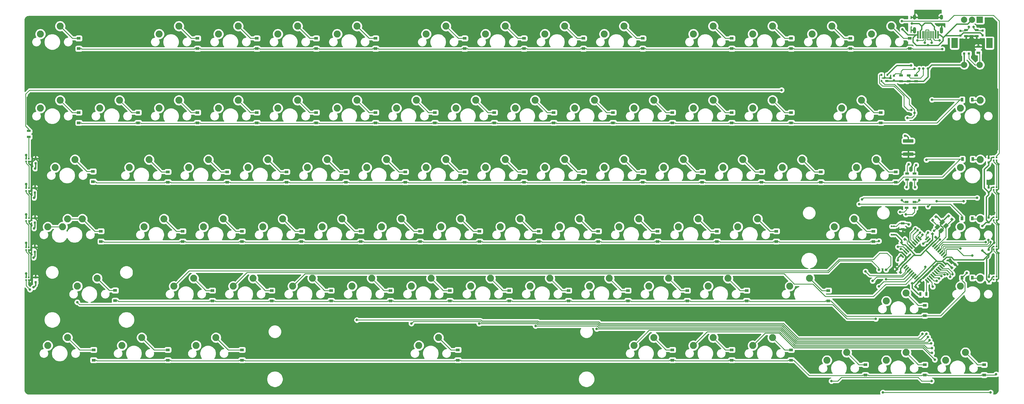
<source format=gbl>
G04 #@! TF.GenerationSoftware,KiCad,Pcbnew,(5.1.4)-1*
G04 #@! TF.CreationDate,2020-09-20T18:26:42+10:00*
G04 #@! TF.ProjectId,keyboard-10,6b657962-6f61-4726-942d-31302e6b6963,rev?*
G04 #@! TF.SameCoordinates,Original*
G04 #@! TF.FileFunction,Copper,L2,Bot*
G04 #@! TF.FilePolarity,Positive*
%FSLAX46Y46*%
G04 Gerber Fmt 4.6, Leading zero omitted, Abs format (unit mm)*
G04 Created by KiCad (PCBNEW (5.1.4)-1) date 2020-09-20 18:26:42*
%MOMM*%
%LPD*%
G04 APERTURE LIST*
%ADD10R,0.550000X0.550000*%
%ADD11R,0.500000X0.500000*%
%ADD12C,2.250000*%
%ADD13R,1.300000X0.700000*%
%ADD14R,0.750000X0.800000*%
%ADD15R,2.000000X2.000000*%
%ADD16C,2.000000*%
%ADD17R,2.000000X3.200000*%
%ADD18R,0.700000X1.300000*%
%ADD19R,0.800000X0.750000*%
%ADD20C,0.750000*%
%ADD21C,0.100000*%
%ADD22O,1.000000X1.600000*%
%ADD23O,1.000000X2.100000*%
%ADD24R,0.300000X2.450000*%
%ADD25R,0.600000X2.450000*%
%ADD26C,1.200000*%
%ADD27R,0.600000X0.700000*%
%ADD28R,1.000000X0.700000*%
%ADD29C,0.550000*%
%ADD30C,1.125000*%
%ADD31R,1.200000X0.900000*%
%ADD32R,0.900000X1.200000*%
%ADD33C,0.800000*%
%ADD34C,0.250000*%
%ADD35C,0.381000*%
%ADD36C,0.254000*%
G04 APERTURE END LIST*
D10*
X405892001Y-160037000D03*
X406642001Y-160037000D03*
X405892001Y-162687000D03*
X406642001Y-162687000D03*
D11*
X439547000Y-176207000D03*
X439547000Y-177107000D03*
X438647000Y-177107000D03*
X438647000Y-176207000D03*
X439547000Y-166497000D03*
X439547000Y-167397000D03*
X438647000Y-167397000D03*
X438647000Y-166497000D03*
X439547000Y-157157000D03*
X439547000Y-158057000D03*
X438647000Y-158057000D03*
X438647000Y-157157000D03*
X438647000Y-147447000D03*
X438647000Y-148347000D03*
X439547000Y-148347000D03*
X439547000Y-147447000D03*
X439547000Y-137911000D03*
X439547000Y-138811000D03*
X438647000Y-138811000D03*
X438647000Y-137911000D03*
X129043000Y-176392000D03*
X129043000Y-177292000D03*
X128143000Y-177292000D03*
X128143000Y-176392000D03*
X129043000Y-166740000D03*
X129043000Y-167640000D03*
X128143000Y-167640000D03*
X128143000Y-166740000D03*
X129101000Y-157411000D03*
X129101000Y-158311000D03*
X128201000Y-158311000D03*
X128201000Y-157411000D03*
X129101000Y-147759000D03*
X129101000Y-148659000D03*
X128201000Y-148659000D03*
X128201000Y-147759000D03*
X129032000Y-138303000D03*
X129032000Y-139203000D03*
X128132000Y-139203000D03*
X128132000Y-138303000D03*
D12*
X146208750Y-157638750D03*
X139858750Y-160178750D03*
X141446250Y-157638750D03*
X135096250Y-160178750D03*
D13*
X429768000Y-97028000D03*
X429768000Y-98928000D03*
X433197000Y-97028000D03*
X433197000Y-98928000D03*
D14*
X427990000Y-97282000D03*
X427990000Y-98782000D03*
X435102000Y-97167000D03*
X435102000Y-98667000D03*
D15*
X434181250Y-93662500D03*
D16*
X431681250Y-93662500D03*
X429181250Y-93662500D03*
D17*
X437281250Y-101162500D03*
X426081250Y-101162500D03*
D16*
X434181250Y-108162500D03*
X429181250Y-108162500D03*
D13*
X433705000Y-104267000D03*
X433705000Y-102367000D03*
D18*
X415131250Y-181768750D03*
X417031250Y-181768750D03*
D13*
X408940000Y-111535500D03*
X408940000Y-113435500D03*
X129032000Y-131288500D03*
X129032000Y-129388500D03*
X413766000Y-111535500D03*
X413766000Y-113435500D03*
X411353000Y-111572000D03*
X411353000Y-113472000D03*
X413258000Y-145004500D03*
X413258000Y-143104500D03*
X410845000Y-145004500D03*
X410845000Y-143104500D03*
X413227184Y-154075500D03*
X413227184Y-152175500D03*
X410718000Y-154075500D03*
X410718000Y-152175500D03*
X409448000Y-160933500D03*
X409448000Y-159033500D03*
D12*
X139065000Y-95726250D03*
X132715000Y-98266250D03*
D19*
X429157000Y-104521000D03*
X430657000Y-104521000D03*
D20*
X426243750Y-172243750D03*
D21*
G36*
X426261428Y-171695742D02*
G01*
X426791758Y-172226072D01*
X426226072Y-172791758D01*
X425695742Y-172261428D01*
X426261428Y-171695742D01*
X426261428Y-171695742D01*
G37*
D20*
X425183090Y-173304410D03*
D21*
G36*
X425200768Y-172756402D02*
G01*
X425731098Y-173286732D01*
X425165412Y-173852418D01*
X424635082Y-173322088D01*
X425200768Y-172756402D01*
X425200768Y-172756402D01*
G37*
D20*
X418973000Y-162433000D03*
D21*
G36*
X418424992Y-162415322D02*
G01*
X418955322Y-161884992D01*
X419521008Y-162450678D01*
X418990678Y-162981008D01*
X418424992Y-162415322D01*
X418424992Y-162415322D01*
G37*
D20*
X420033660Y-163493660D03*
D21*
G36*
X419485652Y-163475982D02*
G01*
X420015982Y-162945652D01*
X420581668Y-163511338D01*
X420051338Y-164041668D01*
X419485652Y-163475982D01*
X419485652Y-163475982D01*
G37*
D20*
X413543750Y-179387500D03*
D21*
G36*
X414091758Y-179405178D02*
G01*
X413561428Y-179935508D01*
X412995742Y-179369822D01*
X413526072Y-178839492D01*
X414091758Y-179405178D01*
X414091758Y-179405178D01*
G37*
D20*
X412483090Y-178326840D03*
D21*
G36*
X413031098Y-178344518D02*
G01*
X412500768Y-178874848D01*
X411935082Y-178309162D01*
X412465412Y-177778832D01*
X413031098Y-178344518D01*
X413031098Y-178344518D01*
G37*
D20*
X407647670Y-173713670D03*
D21*
G36*
X407099662Y-173695992D02*
G01*
X407629992Y-173165662D01*
X408195678Y-173731348D01*
X407665348Y-174261678D01*
X407099662Y-173695992D01*
X407099662Y-173695992D01*
G37*
D20*
X408708330Y-174774330D03*
D21*
G36*
X408160322Y-174756652D02*
G01*
X408690652Y-174226322D01*
X409256338Y-174792008D01*
X408726008Y-175322338D01*
X408160322Y-174756652D01*
X408160322Y-174756652D01*
G37*
D14*
X437134000Y-176276000D03*
X437134000Y-177776000D03*
X437007000Y-167513000D03*
X437007000Y-169013000D03*
X437007000Y-157226000D03*
X437007000Y-158726000D03*
X437007000Y-147574000D03*
X437007000Y-149074000D03*
X437007000Y-138049000D03*
X437007000Y-139549000D03*
X131191000Y-176415000D03*
X131191000Y-177915000D03*
X130937000Y-166731250D03*
X130937000Y-168231250D03*
X130968750Y-157333250D03*
X130968750Y-158833250D03*
X131000500Y-147681250D03*
X131000500Y-149181250D03*
X131191000Y-138303000D03*
X131191000Y-139803000D03*
X406654000Y-111693500D03*
X406654000Y-113193500D03*
D20*
X410133243Y-164160757D03*
D21*
G36*
X410150921Y-163612749D02*
G01*
X410681251Y-164143079D01*
X410115565Y-164708765D01*
X409585235Y-164178435D01*
X410150921Y-163612749D01*
X410150921Y-163612749D01*
G37*
D20*
X409072583Y-165221417D03*
D21*
G36*
X409090261Y-164673409D02*
G01*
X409620591Y-165203739D01*
X409054905Y-165769425D01*
X408524575Y-165239095D01*
X409090261Y-164673409D01*
X409090261Y-164673409D01*
G37*
D20*
X419040732Y-157999950D03*
D21*
G36*
X419023054Y-158547958D02*
G01*
X418492724Y-158017628D01*
X419058410Y-157451942D01*
X419588740Y-157982272D01*
X419023054Y-158547958D01*
X419023054Y-158547958D01*
G37*
D20*
X420101392Y-156939290D03*
D21*
G36*
X420083714Y-157487298D02*
G01*
X419553384Y-156956968D01*
X420119070Y-156391282D01*
X420649400Y-156921612D01*
X420083714Y-157487298D01*
X420083714Y-157487298D01*
G37*
D20*
X425237217Y-157755235D03*
D21*
G36*
X425785225Y-157772913D02*
G01*
X425254895Y-158303243D01*
X424689209Y-157737557D01*
X425219539Y-157207227D01*
X425785225Y-157772913D01*
X425785225Y-157772913D01*
G37*
D20*
X424176557Y-156694575D03*
D21*
G36*
X424724565Y-156712253D02*
G01*
X424194235Y-157242583D01*
X423628549Y-156676897D01*
X424158879Y-156146567D01*
X424724565Y-156712253D01*
X424724565Y-156712253D01*
G37*
D12*
X410527500Y-181451250D03*
X404177500Y-183991250D03*
X379571250Y-176688750D03*
X373221250Y-179228750D03*
X358140000Y-138588750D03*
X351790000Y-141128750D03*
X377190000Y-138588750D03*
X370840000Y-141128750D03*
X172402500Y-157638750D03*
X166052500Y-160178750D03*
X272415000Y-119538750D03*
X266065000Y-122078750D03*
X429577500Y-200501250D03*
X423227500Y-203041250D03*
X410527500Y-200501250D03*
X404177500Y-203041250D03*
X391477500Y-200501250D03*
X385127500Y-203041250D03*
X367665000Y-195738750D03*
X361315000Y-198278750D03*
X348615000Y-195738750D03*
X342265000Y-198278750D03*
X329565000Y-195738750D03*
X323215000Y-198278750D03*
X260508750Y-195738750D03*
X254158750Y-198278750D03*
X189071250Y-195738750D03*
X182721250Y-198278750D03*
X165258750Y-195738750D03*
X158908750Y-198278750D03*
X141446250Y-195738750D03*
X135096250Y-198278750D03*
X434340000Y-176688750D03*
X427990000Y-179228750D03*
X353377500Y-176688750D03*
X347027500Y-179228750D03*
X334327500Y-176688750D03*
X327977500Y-179228750D03*
X315277500Y-176688750D03*
X308927500Y-179228750D03*
X296227500Y-176688750D03*
X289877500Y-179228750D03*
X277177500Y-176688750D03*
X270827500Y-179228750D03*
X258127500Y-176688750D03*
X251777500Y-179228750D03*
X239077500Y-176688750D03*
X232727500Y-179228750D03*
X220027500Y-176688750D03*
X213677500Y-179228750D03*
X200977500Y-176688750D03*
X194627500Y-179228750D03*
X181927500Y-176688750D03*
X175577500Y-179228750D03*
X150971250Y-176688750D03*
X144621250Y-179228750D03*
X434340000Y-157638750D03*
X427990000Y-160178750D03*
X393858750Y-157638750D03*
X387508750Y-160178750D03*
X362902500Y-157638750D03*
X356552500Y-160178750D03*
X343852500Y-157638750D03*
X337502500Y-160178750D03*
X324802500Y-157638750D03*
X318452500Y-160178750D03*
X305752500Y-157638750D03*
X299402500Y-160178750D03*
X286702500Y-157638750D03*
X280352500Y-160178750D03*
X267652500Y-157638750D03*
X261302500Y-160178750D03*
X248602500Y-157638750D03*
X242252500Y-160178750D03*
X229552500Y-157638750D03*
X223202500Y-160178750D03*
X210502500Y-157638750D03*
X204152500Y-160178750D03*
X191452500Y-157638750D03*
X185102500Y-160178750D03*
X434340000Y-138588750D03*
X427990000Y-141128750D03*
X401002500Y-138588750D03*
X394652500Y-141128750D03*
X339090000Y-138588750D03*
X332740000Y-141128750D03*
X320040000Y-138588750D03*
X313690000Y-141128750D03*
X300990000Y-138588750D03*
X294640000Y-141128750D03*
X281940000Y-138588750D03*
X275590000Y-141128750D03*
X262890000Y-138588750D03*
X256540000Y-141128750D03*
X243840000Y-138588750D03*
X237490000Y-141128750D03*
X224790000Y-138588750D03*
X218440000Y-141128750D03*
X205740000Y-138588750D03*
X199390000Y-141128750D03*
X186690000Y-138588750D03*
X180340000Y-141128750D03*
X167640000Y-138588750D03*
X161290000Y-141128750D03*
X143827500Y-138588750D03*
X137477500Y-141128750D03*
X434340000Y-119538750D03*
X427990000Y-122078750D03*
X396240000Y-119538750D03*
X389890000Y-122078750D03*
X367665000Y-119538750D03*
X361315000Y-122078750D03*
X348615000Y-119538750D03*
X342265000Y-122078750D03*
X329565000Y-119538750D03*
X323215000Y-122078750D03*
X310515000Y-119538750D03*
X304165000Y-122078750D03*
X291465000Y-119538750D03*
X285115000Y-122078750D03*
X253365000Y-119538750D03*
X247015000Y-122078750D03*
X234315000Y-119538750D03*
X227965000Y-122078750D03*
X215265000Y-119538750D03*
X208915000Y-122078750D03*
X196215000Y-119538750D03*
X189865000Y-122078750D03*
X177165000Y-119538750D03*
X170815000Y-122078750D03*
X158115000Y-119538750D03*
X151765000Y-122078750D03*
X139065000Y-119538750D03*
X132715000Y-122078750D03*
X405765000Y-95726250D03*
X399415000Y-98266250D03*
X386715000Y-95726250D03*
X380365000Y-98266250D03*
X367665000Y-95726250D03*
X361315000Y-98266250D03*
X348615000Y-95726250D03*
X342265000Y-98266250D03*
X320040000Y-95726250D03*
X313690000Y-98266250D03*
X300990000Y-95726250D03*
X294640000Y-98266250D03*
X281940000Y-95726250D03*
X275590000Y-98266250D03*
X262890000Y-95726250D03*
X256540000Y-98266250D03*
X234315000Y-95726250D03*
X227965000Y-98266250D03*
X215265000Y-95726250D03*
X208915000Y-98266250D03*
X196215000Y-95726250D03*
X189865000Y-98266250D03*
X177165000Y-95726250D03*
X170815000Y-98266250D03*
D22*
X421896000Y-92897000D03*
X413256000Y-92897000D03*
D23*
X421896000Y-97077000D03*
X413256000Y-97077000D03*
D24*
X417326000Y-98492000D03*
X417826000Y-98492000D03*
X418326000Y-98492000D03*
X416826000Y-98492000D03*
X418826000Y-98492000D03*
X416326000Y-98492000D03*
X419326000Y-98492000D03*
X415826000Y-98492000D03*
D25*
X415126000Y-98492000D03*
X420026000Y-98492000D03*
X414351000Y-98492000D03*
X420801000Y-98492000D03*
D26*
X423334488Y-159832008D03*
D21*
G36*
X423405199Y-158912769D02*
G01*
X424253727Y-159761297D01*
X423263777Y-160751247D01*
X422415249Y-159902719D01*
X423405199Y-158912769D01*
X423405199Y-158912769D01*
G37*
D26*
X421778853Y-161387643D03*
D21*
G36*
X421849564Y-160468404D02*
G01*
X422698092Y-161316932D01*
X421708142Y-162306882D01*
X420859614Y-161458354D01*
X421849564Y-160468404D01*
X421849564Y-160468404D01*
G37*
D26*
X420576772Y-160185562D03*
D21*
G36*
X420647483Y-159266323D02*
G01*
X421496011Y-160114851D01*
X420506061Y-161104801D01*
X419657533Y-160256273D01*
X420647483Y-159266323D01*
X420647483Y-159266323D01*
G37*
D26*
X422132407Y-158629927D03*
D21*
G36*
X422203118Y-157710688D02*
G01*
X423051646Y-158559216D01*
X422061696Y-159549166D01*
X421213168Y-158700638D01*
X422203118Y-157710688D01*
X422203118Y-157710688D01*
G37*
D27*
X404544000Y-111379000D03*
X402644000Y-111379000D03*
X402644000Y-113379000D03*
D28*
X404344000Y-113379000D03*
D29*
X409193064Y-171890082D03*
D21*
G36*
X409528940Y-171165298D02*
G01*
X409917848Y-171554206D01*
X408857188Y-172614866D01*
X408468280Y-172225958D01*
X409528940Y-171165298D01*
X409528940Y-171165298D01*
G37*
D29*
X409758750Y-172455767D03*
D21*
G36*
X410094626Y-171730983D02*
G01*
X410483534Y-172119891D01*
X409422874Y-173180551D01*
X409033966Y-172791643D01*
X410094626Y-171730983D01*
X410094626Y-171730983D01*
G37*
D29*
X410324435Y-173021452D03*
D21*
G36*
X410660311Y-172296668D02*
G01*
X411049219Y-172685576D01*
X409988559Y-173746236D01*
X409599651Y-173357328D01*
X410660311Y-172296668D01*
X410660311Y-172296668D01*
G37*
D29*
X410890120Y-173587138D03*
D21*
G36*
X411225996Y-172862354D02*
G01*
X411614904Y-173251262D01*
X410554244Y-174311922D01*
X410165336Y-173923014D01*
X411225996Y-172862354D01*
X411225996Y-172862354D01*
G37*
D29*
X411455806Y-174152823D03*
D21*
G36*
X411791682Y-173428039D02*
G01*
X412180590Y-173816947D01*
X411119930Y-174877607D01*
X410731022Y-174488699D01*
X411791682Y-173428039D01*
X411791682Y-173428039D01*
G37*
D29*
X412021491Y-174718509D03*
D21*
G36*
X412357367Y-173993725D02*
G01*
X412746275Y-174382633D01*
X411685615Y-175443293D01*
X411296707Y-175054385D01*
X412357367Y-173993725D01*
X412357367Y-173993725D01*
G37*
D29*
X412587177Y-175284194D03*
D21*
G36*
X412923053Y-174559410D02*
G01*
X413311961Y-174948318D01*
X412251301Y-176008978D01*
X411862393Y-175620070D01*
X412923053Y-174559410D01*
X412923053Y-174559410D01*
G37*
D29*
X413152862Y-175849880D03*
D21*
G36*
X413488738Y-175125096D02*
G01*
X413877646Y-175514004D01*
X412816986Y-176574664D01*
X412428078Y-176185756D01*
X413488738Y-175125096D01*
X413488738Y-175125096D01*
G37*
D29*
X413718548Y-176415565D03*
D21*
G36*
X414054424Y-175690781D02*
G01*
X414443332Y-176079689D01*
X413382672Y-177140349D01*
X412993764Y-176751441D01*
X414054424Y-175690781D01*
X414054424Y-175690781D01*
G37*
D29*
X414284233Y-176981250D03*
D21*
G36*
X414620109Y-176256466D02*
G01*
X415009017Y-176645374D01*
X413948357Y-177706034D01*
X413559449Y-177317126D01*
X414620109Y-176256466D01*
X414620109Y-176256466D01*
G37*
D29*
X414849918Y-177546936D03*
D21*
G36*
X415185794Y-176822152D02*
G01*
X415574702Y-177211060D01*
X414514042Y-178271720D01*
X414125134Y-177882812D01*
X415185794Y-176822152D01*
X415185794Y-176822152D01*
G37*
D29*
X417254082Y-177546936D03*
D21*
G36*
X416529298Y-177211060D02*
G01*
X416918206Y-176822152D01*
X417978866Y-177882812D01*
X417589958Y-178271720D01*
X416529298Y-177211060D01*
X416529298Y-177211060D01*
G37*
D29*
X417819767Y-176981250D03*
D21*
G36*
X417094983Y-176645374D02*
G01*
X417483891Y-176256466D01*
X418544551Y-177317126D01*
X418155643Y-177706034D01*
X417094983Y-176645374D01*
X417094983Y-176645374D01*
G37*
D29*
X418385452Y-176415565D03*
D21*
G36*
X417660668Y-176079689D02*
G01*
X418049576Y-175690781D01*
X419110236Y-176751441D01*
X418721328Y-177140349D01*
X417660668Y-176079689D01*
X417660668Y-176079689D01*
G37*
D29*
X418951138Y-175849880D03*
D21*
G36*
X418226354Y-175514004D02*
G01*
X418615262Y-175125096D01*
X419675922Y-176185756D01*
X419287014Y-176574664D01*
X418226354Y-175514004D01*
X418226354Y-175514004D01*
G37*
D29*
X419516823Y-175284194D03*
D21*
G36*
X418792039Y-174948318D02*
G01*
X419180947Y-174559410D01*
X420241607Y-175620070D01*
X419852699Y-176008978D01*
X418792039Y-174948318D01*
X418792039Y-174948318D01*
G37*
D29*
X420082509Y-174718509D03*
D21*
G36*
X419357725Y-174382633D02*
G01*
X419746633Y-173993725D01*
X420807293Y-175054385D01*
X420418385Y-175443293D01*
X419357725Y-174382633D01*
X419357725Y-174382633D01*
G37*
D29*
X420648194Y-174152823D03*
D21*
G36*
X419923410Y-173816947D02*
G01*
X420312318Y-173428039D01*
X421372978Y-174488699D01*
X420984070Y-174877607D01*
X419923410Y-173816947D01*
X419923410Y-173816947D01*
G37*
D29*
X421213880Y-173587138D03*
D21*
G36*
X420489096Y-173251262D02*
G01*
X420878004Y-172862354D01*
X421938664Y-173923014D01*
X421549756Y-174311922D01*
X420489096Y-173251262D01*
X420489096Y-173251262D01*
G37*
D29*
X421779565Y-173021452D03*
D21*
G36*
X421054781Y-172685576D02*
G01*
X421443689Y-172296668D01*
X422504349Y-173357328D01*
X422115441Y-173746236D01*
X421054781Y-172685576D01*
X421054781Y-172685576D01*
G37*
D29*
X422345250Y-172455767D03*
D21*
G36*
X421620466Y-172119891D02*
G01*
X422009374Y-171730983D01*
X423070034Y-172791643D01*
X422681126Y-173180551D01*
X421620466Y-172119891D01*
X421620466Y-172119891D01*
G37*
D29*
X422910936Y-171890082D03*
D21*
G36*
X422186152Y-171554206D02*
G01*
X422575060Y-171165298D01*
X423635720Y-172225958D01*
X423246812Y-172614866D01*
X422186152Y-171554206D01*
X422186152Y-171554206D01*
G37*
D29*
X422910936Y-169485918D03*
D21*
G36*
X423246812Y-168761134D02*
G01*
X423635720Y-169150042D01*
X422575060Y-170210702D01*
X422186152Y-169821794D01*
X423246812Y-168761134D01*
X423246812Y-168761134D01*
G37*
D29*
X422345250Y-168920233D03*
D21*
G36*
X422681126Y-168195449D02*
G01*
X423070034Y-168584357D01*
X422009374Y-169645017D01*
X421620466Y-169256109D01*
X422681126Y-168195449D01*
X422681126Y-168195449D01*
G37*
D29*
X421779565Y-168354548D03*
D21*
G36*
X422115441Y-167629764D02*
G01*
X422504349Y-168018672D01*
X421443689Y-169079332D01*
X421054781Y-168690424D01*
X422115441Y-167629764D01*
X422115441Y-167629764D01*
G37*
D29*
X421213880Y-167788862D03*
D21*
G36*
X421549756Y-167064078D02*
G01*
X421938664Y-167452986D01*
X420878004Y-168513646D01*
X420489096Y-168124738D01*
X421549756Y-167064078D01*
X421549756Y-167064078D01*
G37*
D29*
X420648194Y-167223177D03*
D21*
G36*
X420984070Y-166498393D02*
G01*
X421372978Y-166887301D01*
X420312318Y-167947961D01*
X419923410Y-167559053D01*
X420984070Y-166498393D01*
X420984070Y-166498393D01*
G37*
D29*
X420082509Y-166657491D03*
D21*
G36*
X420418385Y-165932707D02*
G01*
X420807293Y-166321615D01*
X419746633Y-167382275D01*
X419357725Y-166993367D01*
X420418385Y-165932707D01*
X420418385Y-165932707D01*
G37*
D29*
X419516823Y-166091806D03*
D21*
G36*
X419852699Y-165367022D02*
G01*
X420241607Y-165755930D01*
X419180947Y-166816590D01*
X418792039Y-166427682D01*
X419852699Y-165367022D01*
X419852699Y-165367022D01*
G37*
D29*
X418951138Y-165526120D03*
D21*
G36*
X419287014Y-164801336D02*
G01*
X419675922Y-165190244D01*
X418615262Y-166250904D01*
X418226354Y-165861996D01*
X419287014Y-164801336D01*
X419287014Y-164801336D01*
G37*
D29*
X418385452Y-164960435D03*
D21*
G36*
X418721328Y-164235651D02*
G01*
X419110236Y-164624559D01*
X418049576Y-165685219D01*
X417660668Y-165296311D01*
X418721328Y-164235651D01*
X418721328Y-164235651D01*
G37*
D29*
X417819767Y-164394750D03*
D21*
G36*
X418155643Y-163669966D02*
G01*
X418544551Y-164058874D01*
X417483891Y-165119534D01*
X417094983Y-164730626D01*
X418155643Y-163669966D01*
X418155643Y-163669966D01*
G37*
D29*
X417254082Y-163829064D03*
D21*
G36*
X417589958Y-163104280D02*
G01*
X417978866Y-163493188D01*
X416918206Y-164553848D01*
X416529298Y-164164940D01*
X417589958Y-163104280D01*
X417589958Y-163104280D01*
G37*
D29*
X414849918Y-163829064D03*
D21*
G36*
X414125134Y-163493188D02*
G01*
X414514042Y-163104280D01*
X415574702Y-164164940D01*
X415185794Y-164553848D01*
X414125134Y-163493188D01*
X414125134Y-163493188D01*
G37*
D29*
X414284233Y-164394750D03*
D21*
G36*
X413559449Y-164058874D02*
G01*
X413948357Y-163669966D01*
X415009017Y-164730626D01*
X414620109Y-165119534D01*
X413559449Y-164058874D01*
X413559449Y-164058874D01*
G37*
D29*
X413718548Y-164960435D03*
D21*
G36*
X412993764Y-164624559D02*
G01*
X413382672Y-164235651D01*
X414443332Y-165296311D01*
X414054424Y-165685219D01*
X412993764Y-164624559D01*
X412993764Y-164624559D01*
G37*
D29*
X413152862Y-165526120D03*
D21*
G36*
X412428078Y-165190244D02*
G01*
X412816986Y-164801336D01*
X413877646Y-165861996D01*
X413488738Y-166250904D01*
X412428078Y-165190244D01*
X412428078Y-165190244D01*
G37*
D29*
X412587177Y-166091806D03*
D21*
G36*
X411862393Y-165755930D02*
G01*
X412251301Y-165367022D01*
X413311961Y-166427682D01*
X412923053Y-166816590D01*
X411862393Y-165755930D01*
X411862393Y-165755930D01*
G37*
D29*
X412021491Y-166657491D03*
D21*
G36*
X411296707Y-166321615D02*
G01*
X411685615Y-165932707D01*
X412746275Y-166993367D01*
X412357367Y-167382275D01*
X411296707Y-166321615D01*
X411296707Y-166321615D01*
G37*
D29*
X411455806Y-167223177D03*
D21*
G36*
X410731022Y-166887301D02*
G01*
X411119930Y-166498393D01*
X412180590Y-167559053D01*
X411791682Y-167947961D01*
X410731022Y-166887301D01*
X410731022Y-166887301D01*
G37*
D29*
X410890120Y-167788862D03*
D21*
G36*
X410165336Y-167452986D02*
G01*
X410554244Y-167064078D01*
X411614904Y-168124738D01*
X411225996Y-168513646D01*
X410165336Y-167452986D01*
X410165336Y-167452986D01*
G37*
D29*
X410324435Y-168354548D03*
D21*
G36*
X409599651Y-168018672D02*
G01*
X409988559Y-167629764D01*
X411049219Y-168690424D01*
X410660311Y-169079332D01*
X409599651Y-168018672D01*
X409599651Y-168018672D01*
G37*
D29*
X409758750Y-168920233D03*
D21*
G36*
X409033966Y-168584357D02*
G01*
X409422874Y-168195449D01*
X410483534Y-169256109D01*
X410094626Y-169645017D01*
X409033966Y-168584357D01*
X409033966Y-168584357D01*
G37*
D29*
X409193064Y-169485918D03*
D21*
G36*
X408468280Y-169150042D02*
G01*
X408857188Y-168761134D01*
X409917848Y-169821794D01*
X409528940Y-170210702D01*
X408468280Y-169150042D01*
X408468280Y-169150042D01*
G37*
G36*
X412700505Y-136301704D02*
G01*
X412724773Y-136305304D01*
X412748572Y-136311265D01*
X412771671Y-136319530D01*
X412793850Y-136330020D01*
X412814893Y-136342632D01*
X412834599Y-136357247D01*
X412852777Y-136373723D01*
X412869253Y-136391901D01*
X412883868Y-136411607D01*
X412896480Y-136432650D01*
X412906970Y-136454829D01*
X412915235Y-136477928D01*
X412921196Y-136501727D01*
X412924796Y-136525995D01*
X412926000Y-136550499D01*
X412926000Y-137175501D01*
X412924796Y-137200005D01*
X412921196Y-137224273D01*
X412915235Y-137248072D01*
X412906970Y-137271171D01*
X412896480Y-137293350D01*
X412883868Y-137314393D01*
X412869253Y-137334099D01*
X412852777Y-137352277D01*
X412834599Y-137368753D01*
X412814893Y-137383368D01*
X412793850Y-137395980D01*
X412771671Y-137406470D01*
X412748572Y-137414735D01*
X412724773Y-137420696D01*
X412700505Y-137424296D01*
X412676001Y-137425500D01*
X409775999Y-137425500D01*
X409751495Y-137424296D01*
X409727227Y-137420696D01*
X409703428Y-137414735D01*
X409680329Y-137406470D01*
X409658150Y-137395980D01*
X409637107Y-137383368D01*
X409617401Y-137368753D01*
X409599223Y-137352277D01*
X409582747Y-137334099D01*
X409568132Y-137314393D01*
X409555520Y-137293350D01*
X409545030Y-137271171D01*
X409536765Y-137248072D01*
X409530804Y-137224273D01*
X409527204Y-137200005D01*
X409526000Y-137175501D01*
X409526000Y-136550499D01*
X409527204Y-136525995D01*
X409530804Y-136501727D01*
X409536765Y-136477928D01*
X409545030Y-136454829D01*
X409555520Y-136432650D01*
X409568132Y-136411607D01*
X409582747Y-136391901D01*
X409599223Y-136373723D01*
X409617401Y-136357247D01*
X409637107Y-136342632D01*
X409658150Y-136330020D01*
X409680329Y-136319530D01*
X409703428Y-136311265D01*
X409727227Y-136305304D01*
X409751495Y-136301704D01*
X409775999Y-136300500D01*
X412676001Y-136300500D01*
X412700505Y-136301704D01*
X412700505Y-136301704D01*
G37*
D30*
X411226000Y-136863000D03*
D21*
G36*
X412700505Y-132026704D02*
G01*
X412724773Y-132030304D01*
X412748572Y-132036265D01*
X412771671Y-132044530D01*
X412793850Y-132055020D01*
X412814893Y-132067632D01*
X412834599Y-132082247D01*
X412852777Y-132098723D01*
X412869253Y-132116901D01*
X412883868Y-132136607D01*
X412896480Y-132157650D01*
X412906970Y-132179829D01*
X412915235Y-132202928D01*
X412921196Y-132226727D01*
X412924796Y-132250995D01*
X412926000Y-132275499D01*
X412926000Y-132900501D01*
X412924796Y-132925005D01*
X412921196Y-132949273D01*
X412915235Y-132973072D01*
X412906970Y-132996171D01*
X412896480Y-133018350D01*
X412883868Y-133039393D01*
X412869253Y-133059099D01*
X412852777Y-133077277D01*
X412834599Y-133093753D01*
X412814893Y-133108368D01*
X412793850Y-133120980D01*
X412771671Y-133131470D01*
X412748572Y-133139735D01*
X412724773Y-133145696D01*
X412700505Y-133149296D01*
X412676001Y-133150500D01*
X409775999Y-133150500D01*
X409751495Y-133149296D01*
X409727227Y-133145696D01*
X409703428Y-133139735D01*
X409680329Y-133131470D01*
X409658150Y-133120980D01*
X409637107Y-133108368D01*
X409617401Y-133093753D01*
X409599223Y-133077277D01*
X409582747Y-133059099D01*
X409568132Y-133039393D01*
X409555520Y-133018350D01*
X409545030Y-132996171D01*
X409536765Y-132973072D01*
X409530804Y-132949273D01*
X409527204Y-132925005D01*
X409526000Y-132900501D01*
X409526000Y-132275499D01*
X409527204Y-132250995D01*
X409530804Y-132226727D01*
X409536765Y-132202928D01*
X409545030Y-132179829D01*
X409555520Y-132157650D01*
X409568132Y-132136607D01*
X409582747Y-132116901D01*
X409599223Y-132098723D01*
X409617401Y-132082247D01*
X409637107Y-132067632D01*
X409658150Y-132055020D01*
X409680329Y-132044530D01*
X409703428Y-132036265D01*
X409727227Y-132030304D01*
X409751495Y-132026704D01*
X409775999Y-132025500D01*
X412676001Y-132025500D01*
X412700505Y-132026704D01*
X412700505Y-132026704D01*
G37*
D30*
X411226000Y-132588000D03*
D31*
X145050000Y-99656250D03*
X145050000Y-102956250D03*
X183150000Y-99656250D03*
X183150000Y-102956250D03*
X202200000Y-99656250D03*
X202200000Y-102956250D03*
X221250000Y-99656250D03*
X221250000Y-102956250D03*
X240300000Y-99656250D03*
X240300000Y-102956250D03*
X268875000Y-99656250D03*
X268875000Y-102956250D03*
X287925000Y-99656250D03*
X287925000Y-102956250D03*
X306975000Y-99656250D03*
X306975000Y-102956250D03*
X326025000Y-99656250D03*
X326025000Y-102956250D03*
X354600000Y-99656250D03*
X354600000Y-102956250D03*
X373650000Y-99656250D03*
X373650000Y-102956250D03*
X392700000Y-99656250D03*
X392700000Y-102956250D03*
X411750000Y-99656250D03*
X411750000Y-102956250D03*
X145050000Y-123468750D03*
X145050000Y-126768750D03*
X164100000Y-123468750D03*
X164100000Y-126768750D03*
X183150000Y-123468750D03*
X183150000Y-126768750D03*
X202200000Y-123468750D03*
X202200000Y-126768750D03*
X221250000Y-123468750D03*
X221250000Y-126768750D03*
X240300000Y-123468750D03*
X240300000Y-126768750D03*
X259350000Y-123468750D03*
X259350000Y-126768750D03*
X278400000Y-123468750D03*
X278400000Y-126768750D03*
X297450000Y-123468750D03*
X297450000Y-126768750D03*
X316500000Y-123468750D03*
X316500000Y-126768750D03*
X335550000Y-123468750D03*
X335550000Y-126768750D03*
X354600000Y-123468750D03*
X354600000Y-126768750D03*
X373650000Y-123468750D03*
X373650000Y-126768750D03*
X402431250Y-123468750D03*
X402431250Y-126768750D03*
D32*
X431800000Y-119380000D03*
X428500000Y-119380000D03*
D31*
X149606000Y-142368000D03*
X149606000Y-145668000D03*
X173625000Y-142518750D03*
X173625000Y-145818750D03*
X192675000Y-142518750D03*
X192675000Y-145818750D03*
X211725000Y-142518750D03*
X211725000Y-145818750D03*
X230775000Y-142518750D03*
X230775000Y-145818750D03*
X249825000Y-142518750D03*
X249825000Y-145818750D03*
X268875000Y-142518750D03*
X268875000Y-145818750D03*
X287925000Y-142518750D03*
X287925000Y-145818750D03*
X306975000Y-142518750D03*
X306975000Y-145818750D03*
X326025000Y-142518750D03*
X326025000Y-145818750D03*
X345075000Y-142518750D03*
X345075000Y-145818750D03*
X364125000Y-142518750D03*
X364125000Y-145818750D03*
X383175000Y-142518750D03*
X383175000Y-145818750D03*
X407193750Y-142518750D03*
X407193750Y-145818750D03*
D32*
X431926000Y-138430000D03*
X428626000Y-138430000D03*
D31*
X152146000Y-161568750D03*
X152146000Y-164868750D03*
X178387500Y-161568750D03*
X178387500Y-164868750D03*
X197437500Y-161568750D03*
X197437500Y-164868750D03*
X216487500Y-161568750D03*
X216487500Y-164868750D03*
X235537500Y-161568750D03*
X235537500Y-164868750D03*
X254587500Y-161568750D03*
X254587500Y-164868750D03*
X273637500Y-161568750D03*
X273637500Y-164868750D03*
X292687500Y-161568750D03*
X292687500Y-164868750D03*
X311737500Y-161568750D03*
X311737500Y-164868750D03*
X330787500Y-161568750D03*
X330787500Y-164868750D03*
X349837500Y-161568750D03*
X349837500Y-164868750D03*
X368887500Y-161568750D03*
X368887500Y-164868750D03*
X400050000Y-161568750D03*
X400050000Y-164868750D03*
D32*
X431798000Y-157480000D03*
X428498000Y-157480000D03*
D31*
X156718000Y-180594000D03*
X156718000Y-183894000D03*
X187912500Y-180618750D03*
X187912500Y-183918750D03*
X206962500Y-180618750D03*
X206962500Y-183918750D03*
X226012500Y-180618750D03*
X226012500Y-183918750D03*
X245062500Y-180618750D03*
X245062500Y-183918750D03*
X264112500Y-180618750D03*
X264112500Y-183918750D03*
X283162500Y-180618750D03*
X283162500Y-183918750D03*
X302212500Y-180618750D03*
X302212500Y-183918750D03*
X321262500Y-180618750D03*
X321262500Y-183918750D03*
X340312500Y-180618750D03*
X340312500Y-183918750D03*
X359362500Y-180618750D03*
X359362500Y-183918750D03*
X385572000Y-180618750D03*
X385572000Y-183918750D03*
X416512500Y-185381250D03*
X416512500Y-188681250D03*
D32*
X431800000Y-176530000D03*
X428500000Y-176530000D03*
D31*
X149812500Y-199668750D03*
X149812500Y-202968750D03*
X173625000Y-199668750D03*
X173625000Y-202968750D03*
X197437500Y-199668750D03*
X197437500Y-202968750D03*
X266700000Y-199668750D03*
X266700000Y-202968750D03*
X335550000Y-199668750D03*
X335550000Y-202968750D03*
X354600000Y-199668750D03*
X354600000Y-202968750D03*
X373650000Y-199668750D03*
X373650000Y-202968750D03*
X397462500Y-204431250D03*
X397462500Y-207731250D03*
X416512500Y-204431250D03*
X416512500Y-207731250D03*
X435562500Y-204431250D03*
X435562500Y-207731250D03*
D33*
X400812000Y-189738000D03*
X399796000Y-177546000D03*
X144551251Y-184378749D03*
X404114000Y-177006250D03*
X404114000Y-173990000D03*
X401828000Y-179324000D03*
X401828000Y-173990000D03*
X415798000Y-194564000D03*
X234282989Y-190086989D03*
X416718750Y-173037500D03*
X419100000Y-179387500D03*
X417068000Y-194564000D03*
X251777500Y-191198500D03*
X420370000Y-177546000D03*
X417576000Y-195580000D03*
X273558000Y-191262000D03*
X421132000Y-176784000D03*
X291631251Y-191984749D03*
X418084000Y-196596000D03*
X421893394Y-176022000D03*
X418592000Y-197612000D03*
X311251281Y-192938719D03*
X422910000Y-175514000D03*
X418846000Y-199136000D03*
X418846000Y-200660000D03*
X423862500Y-175418750D03*
X424688000Y-176212500D03*
X419735000Y-202819000D03*
X386588000Y-209677000D03*
X418719000Y-209677000D03*
X425450000Y-175418750D03*
X431800000Y-169418000D03*
X437642000Y-213360000D03*
X403098000Y-213360000D03*
X413512000Y-160782000D03*
X422148000Y-103124000D03*
X414274000Y-161290000D03*
X418846000Y-119380000D03*
X415036000Y-162052000D03*
X417068000Y-138684000D03*
X415798000Y-162687000D03*
X401828000Y-164719000D03*
X395478000Y-152908000D03*
X417576000Y-153670000D03*
X417576000Y-162052000D03*
X420370000Y-151949002D03*
X430022000Y-175006000D03*
X428948998Y-151949002D03*
X436118000Y-165100000D03*
X439420000Y-207518000D03*
X440182000Y-168656000D03*
X438785000Y-165227000D03*
X440182000Y-159385000D03*
X438785000Y-155702000D03*
X440182000Y-149606000D03*
X410359790Y-170665210D03*
X413766000Y-167259000D03*
X419451927Y-172944927D03*
X424688000Y-170688000D03*
X412623000Y-160020000D03*
X407924000Y-137668000D03*
X407206193Y-168319193D03*
X408686000Y-104648000D03*
X408114500Y-117665500D03*
X410972000Y-115443000D03*
X438531000Y-146177000D03*
X438531000Y-174879000D03*
X439039000Y-178435000D03*
X440182000Y-140081000D03*
X439356500Y-135826500D03*
X417576000Y-109347000D03*
X417576000Y-101854000D03*
X131064000Y-141478000D03*
X128143000Y-137160000D03*
X128201000Y-146489000D03*
X130683000Y-150876000D03*
X128201000Y-156152000D03*
X130683000Y-160655000D03*
X128143000Y-165354000D03*
X130556000Y-170053000D03*
X128143000Y-175133000D03*
X130556000Y-179578000D03*
X435005000Y-167767000D03*
X435005000Y-159923000D03*
X409321000Y-96774000D03*
X421386000Y-164211000D03*
X419481000Y-161417000D03*
X413258000Y-109474000D03*
X412115000Y-108331000D03*
X412365490Y-94872510D03*
X410210000Y-130937000D03*
X414782000Y-151638000D03*
X413385000Y-147447000D03*
X409194000Y-151638000D03*
X410718000Y-147447000D03*
X397510000Y-174498000D03*
X370586000Y-116274999D03*
X436908501Y-164366501D03*
X432181000Y-96012000D03*
X437642000Y-165100000D03*
X430657000Y-96012000D03*
X427990000Y-167132000D03*
X407924000Y-170942000D03*
X396367000Y-151384000D03*
X433324000Y-150876000D03*
X409194000Y-94107000D03*
X129376001Y-180303001D03*
X416052000Y-165608000D03*
X411353000Y-159385000D03*
X408622653Y-155384347D03*
X407924000Y-166624000D03*
X410464000Y-156210000D03*
X408813000Y-167259000D03*
X411353000Y-140081000D03*
X410972000Y-125222000D03*
X418719000Y-101092000D03*
X413258000Y-123571000D03*
X413766000Y-140335000D03*
X412242000Y-122682000D03*
X416560000Y-101092000D03*
X421259000Y-100330000D03*
X416052000Y-109347000D03*
X414147000Y-100330000D03*
X414782000Y-109347000D03*
D34*
X138267760Y-160178750D02*
X135096250Y-160178750D01*
X139858750Y-160178750D02*
X138267760Y-160178750D01*
X411455806Y-174152823D02*
X409505990Y-176102639D01*
X386988079Y-185121239D02*
X145293741Y-185121239D01*
X145293741Y-185121239D02*
X144551251Y-184378749D01*
X391604840Y-189738000D02*
X386988079Y-185121239D01*
X400812000Y-189738000D02*
X391604840Y-189738000D01*
X409495771Y-176102639D02*
X409348650Y-176249760D01*
X409505990Y-176102639D02*
X409495771Y-176102639D01*
X401092240Y-176249760D02*
X399796000Y-177546000D01*
X409348650Y-176249760D02*
X401092240Y-176249760D01*
X402083163Y-168654849D02*
X400091033Y-170646979D01*
X404369823Y-168654849D02*
X402083163Y-168654849D01*
X405575651Y-169860677D02*
X404369823Y-168654849D01*
X405575651Y-172528349D02*
X405575651Y-169860677D01*
X404114000Y-173990000D02*
X405575651Y-172528349D01*
X400091033Y-170646979D02*
X399687074Y-170646979D01*
X399687074Y-170646979D02*
X389594979Y-170646979D01*
X389594979Y-170646979D02*
X389040610Y-170646980D01*
X389040610Y-170646980D02*
X385348859Y-174338731D01*
X180467519Y-174338731D02*
X175577500Y-179228750D01*
X385348859Y-174338731D02*
X180467519Y-174338731D01*
X409733750Y-177006250D02*
X404114000Y-177006250D01*
X412021491Y-174718509D02*
X409733750Y-177006250D01*
X401828000Y-179324000D02*
X401828000Y-179324000D01*
X401828000Y-173424315D02*
X401828000Y-173990000D01*
X399500674Y-171096989D02*
X401828000Y-173424315D01*
X385535261Y-174788739D02*
X389227011Y-171096989D01*
X389227011Y-171096989D02*
X399500674Y-171096989D01*
X199067510Y-174788740D02*
X385535261Y-174788739D01*
X194627500Y-179228750D02*
X199067510Y-174788740D01*
X410579371Y-177292000D02*
X412587177Y-175284194D01*
X410071371Y-177800000D02*
X410579371Y-177292000D01*
X401828000Y-179324000D02*
X403352000Y-177800000D01*
X403352000Y-177800000D02*
X410071371Y-177800000D01*
X217667501Y-175238749D02*
X213677500Y-179228750D01*
X374671251Y-178532749D02*
X371377251Y-175238749D01*
X380651251Y-178532749D02*
X374671251Y-178532749D01*
X384659751Y-182541249D02*
X380651251Y-178532749D01*
X371377251Y-175238749D02*
X217667501Y-175238749D01*
X413152862Y-175849880D02*
X410408992Y-178593750D01*
X403976248Y-178593750D02*
X400028749Y-182541249D01*
X410408992Y-178593750D02*
X403976248Y-178593750D01*
X400028749Y-182541249D02*
X384659751Y-182541249D01*
X415798000Y-194564000D02*
X414470010Y-195891990D01*
X234282989Y-190086989D02*
X234282989Y-190086989D01*
X408995180Y-195895970D02*
X408999160Y-195891990D01*
X376110380Y-195895970D02*
X408995180Y-195895970D01*
X376106400Y-195891990D02*
X376110380Y-195895970D01*
X371117301Y-191138679D02*
X375870612Y-195891990D01*
X312433473Y-191138679D02*
X371117301Y-191138679D01*
X375870612Y-195891990D02*
X376106400Y-195891990D01*
X408999160Y-195891990D02*
X410267990Y-195891990D01*
X274365140Y-190359728D02*
X292352052Y-190359728D01*
X311929513Y-190634719D02*
X312433473Y-191138679D01*
X292627043Y-190634719D02*
X311929513Y-190634719D01*
X274092401Y-190086989D02*
X274365140Y-190359728D01*
X292352052Y-190359728D02*
X292627043Y-190634719D01*
X234282989Y-190086989D02*
X274092401Y-190086989D01*
X410267990Y-195891990D02*
X409891218Y-195891990D01*
X414470010Y-195891990D02*
X410267990Y-195891990D01*
X416718750Y-173415363D02*
X416718750Y-173037500D01*
X413718548Y-176415565D02*
X416718750Y-173415363D01*
X417819767Y-176981250D02*
X417819767Y-177027767D01*
X417068000Y-194564000D02*
X415290000Y-196342000D01*
X411476020Y-196345980D02*
X411480000Y-196342000D01*
X375684212Y-196342000D02*
X375920000Y-196342000D01*
X370930901Y-191588689D02*
X375684212Y-196342000D01*
X375920000Y-196342000D02*
X375923980Y-196345980D01*
X251777500Y-191198500D02*
X252439001Y-190536999D01*
X312247073Y-191588689D02*
X370930901Y-191588689D01*
X311743113Y-191084729D02*
X312247073Y-191588689D01*
X252439001Y-190536999D02*
X273906001Y-190536999D01*
X292440643Y-191084729D02*
X311743113Y-191084729D01*
X375923980Y-196345980D02*
X411476020Y-196345980D01*
X292165652Y-190809738D02*
X292440643Y-191084729D01*
X274178740Y-190809738D02*
X292165652Y-190809738D01*
X415290000Y-196342000D02*
X411480000Y-196342000D01*
X273906001Y-190536999D02*
X274178740Y-190809738D01*
X411480000Y-196342000D02*
X409704820Y-196342000D01*
X418846000Y-178054000D02*
X418846000Y-179133500D01*
X417819767Y-177027767D02*
X418846000Y-178054000D01*
X418385452Y-176415565D02*
X419515887Y-177546000D01*
X419515887Y-177546000D02*
X420370000Y-177546000D01*
X420370000Y-177546000D02*
X420370000Y-177546000D01*
X417576000Y-195580000D02*
X416360010Y-196795990D01*
X409956000Y-196795990D02*
X409522400Y-196795990D01*
X273558000Y-191262000D02*
X273558000Y-191262000D01*
X388291600Y-196795990D02*
X410264010Y-196795990D01*
X370744501Y-192038699D02*
X375501792Y-196795990D01*
X375501792Y-196795990D02*
X388291600Y-196795990D01*
X312060673Y-192038699D02*
X370744501Y-192038699D01*
X276608252Y-191259748D02*
X291979252Y-191259748D01*
X311556713Y-191534739D02*
X312060673Y-192038699D01*
X276606000Y-191262000D02*
X276608252Y-191259748D01*
X292254243Y-191534739D02*
X311556713Y-191534739D01*
X273558000Y-191262000D02*
X276606000Y-191262000D01*
X410264010Y-196795990D02*
X409956000Y-196795990D01*
X291979252Y-191259748D02*
X292254243Y-191534739D01*
X416360010Y-196795990D02*
X410264010Y-196795990D01*
X418951138Y-175849880D02*
X418951138Y-175873138D01*
X418951138Y-175873138D02*
X419608000Y-176530000D01*
X419608000Y-176530000D02*
X420878000Y-176530000D01*
X420878000Y-176530000D02*
X421132000Y-176784000D01*
X421132000Y-176784000D02*
X421132000Y-176784000D01*
X291631251Y-191984749D02*
X291631251Y-191984749D01*
X416418000Y-197246000D02*
X417434000Y-197246000D01*
X417434000Y-197246000D02*
X418084000Y-196596000D01*
X388478000Y-197246000D02*
X410068000Y-197246000D01*
X375315392Y-197246000D02*
X388478000Y-197246000D01*
X370558101Y-192488709D02*
X375315392Y-197246000D01*
X311874273Y-192488709D02*
X370558101Y-192488709D01*
X291631251Y-191984749D02*
X311370313Y-191984749D01*
X416418000Y-197246000D02*
X410068000Y-197246000D01*
X311370313Y-191984749D02*
X311874273Y-192488709D01*
X410068000Y-197246000D02*
X409336000Y-197246000D01*
X420000932Y-175768303D02*
X421639697Y-175768303D01*
X419516823Y-175284194D02*
X420000932Y-175768303D01*
X421639697Y-175768303D02*
X421893394Y-176022000D01*
X421893394Y-176022000D02*
X421893394Y-176022000D01*
X311251281Y-192938719D02*
X311251281Y-192938719D01*
X418507990Y-197696010D02*
X418592000Y-197612000D01*
X375128992Y-197696010D02*
X418507990Y-197696010D01*
X370371701Y-192938719D02*
X375128992Y-197696010D01*
X311251281Y-192938719D02*
X370371701Y-192938719D01*
X420082509Y-174718509D02*
X420624000Y-175260000D01*
X420624000Y-175260000D02*
X422402000Y-175260000D01*
X422402000Y-175260000D02*
X422656000Y-175514000D01*
X422656000Y-175514000D02*
X422910000Y-175514000D01*
X422910000Y-175514000D02*
X422910000Y-175514000D01*
X328105021Y-193388729D02*
X323215000Y-198278750D01*
X418846000Y-199136000D02*
X417324820Y-199136000D01*
X416340049Y-198151229D02*
X374947801Y-198151229D01*
X370185301Y-193388729D02*
X328105021Y-193388729D01*
X374947801Y-198151229D02*
X370185301Y-193388729D01*
X417324820Y-199136000D02*
X416340049Y-198151229D01*
X420648194Y-174152823D02*
X421247371Y-174752000D01*
X421247371Y-174752000D02*
X423164000Y-174752000D01*
X418846000Y-200660000D02*
X418212410Y-200660000D01*
X418212410Y-200660000D02*
X416153649Y-198601239D01*
X416153649Y-198601239D02*
X374761401Y-198601239D01*
X346705011Y-193838739D02*
X342265000Y-198278750D01*
X369998901Y-193838739D02*
X346705011Y-193838739D01*
X374761401Y-198601239D02*
X369998901Y-193838739D01*
X423195750Y-174752000D02*
X423164000Y-174752000D01*
X423862500Y-175418750D02*
X423195750Y-174752000D01*
X419735000Y-202819000D02*
X415967249Y-199051249D01*
X369812501Y-194288749D02*
X365305001Y-194288749D01*
X365305001Y-194288749D02*
X361315000Y-198278750D01*
X374575001Y-199051249D02*
X369812501Y-194288749D01*
X415967249Y-199051249D02*
X374575001Y-199051249D01*
X424688000Y-175646815D02*
X424688000Y-176212500D01*
X424688000Y-175171248D02*
X424688000Y-175646815D01*
X423587998Y-174071246D02*
X424688000Y-175171248D01*
X421697988Y-174071246D02*
X423587998Y-174071246D01*
X421213880Y-173587138D02*
X421697988Y-174071246D01*
X425450000Y-174853065D02*
X425450000Y-175418750D01*
X424102496Y-173505561D02*
X425450000Y-174853065D01*
X422263674Y-173505561D02*
X424102496Y-173505561D01*
X421779565Y-173021452D02*
X422263674Y-173505561D01*
X389763000Y-208534000D02*
X388620000Y-209677000D01*
X388620000Y-209677000D02*
X386588000Y-209677000D01*
X414147000Y-208534000D02*
X414401000Y-208534000D01*
X414147000Y-208534000D02*
X389763000Y-208534000D01*
X414401000Y-208534000D02*
X415544000Y-209677000D01*
X415544000Y-209677000D02*
X418719000Y-209677000D01*
X437642000Y-213360000D02*
X403098000Y-213360000D01*
X403098000Y-213360000D02*
X403098000Y-213360000D01*
X429006000Y-169418000D02*
X431800000Y-169418000D01*
X426974000Y-167386000D02*
X429006000Y-169418000D01*
X423672000Y-167386000D02*
X426974000Y-167386000D01*
X423418000Y-167640000D02*
X423672000Y-167386000D01*
X422910936Y-169485918D02*
X423418000Y-168978854D01*
X423418000Y-168978854D02*
X423418000Y-167640000D01*
X182300000Y-102956250D02*
X183150000Y-102956250D01*
X182131099Y-103125151D02*
X182300000Y-102956250D01*
X146068901Y-103125151D02*
X182131099Y-103125151D01*
X145900000Y-102956250D02*
X146068901Y-103125151D01*
X145050000Y-102956250D02*
X145900000Y-102956250D01*
X201350000Y-102956250D02*
X202200000Y-102956250D01*
X201181099Y-103125151D02*
X201350000Y-102956250D01*
X184168901Y-103125151D02*
X201181099Y-103125151D01*
X184000000Y-102956250D02*
X184168901Y-103125151D01*
X183150000Y-102956250D02*
X184000000Y-102956250D01*
X220400000Y-102956250D02*
X221250000Y-102956250D01*
X220231099Y-103125151D02*
X220400000Y-102956250D01*
X203218901Y-103125151D02*
X220231099Y-103125151D01*
X203050000Y-102956250D02*
X203218901Y-103125151D01*
X202200000Y-102956250D02*
X203050000Y-102956250D01*
X239450000Y-102956250D02*
X240300000Y-102956250D01*
X239281099Y-103125151D02*
X239450000Y-102956250D01*
X222268901Y-103125151D02*
X239281099Y-103125151D01*
X222100000Y-102956250D02*
X222268901Y-103125151D01*
X221250000Y-102956250D02*
X222100000Y-102956250D01*
X268025000Y-102956250D02*
X268875000Y-102956250D01*
X267856099Y-103125151D02*
X268025000Y-102956250D01*
X241318901Y-103125151D02*
X267856099Y-103125151D01*
X241150000Y-102956250D02*
X241318901Y-103125151D01*
X240300000Y-102956250D02*
X241150000Y-102956250D01*
X287075000Y-102956250D02*
X287925000Y-102956250D01*
X286906099Y-103125151D02*
X287075000Y-102956250D01*
X269893901Y-103125151D02*
X286906099Y-103125151D01*
X269725000Y-102956250D02*
X269893901Y-103125151D01*
X268875000Y-102956250D02*
X269725000Y-102956250D01*
X306125000Y-102956250D02*
X306975000Y-102956250D01*
X305956099Y-103125151D02*
X306125000Y-102956250D01*
X288943901Y-103125151D02*
X305956099Y-103125151D01*
X288775000Y-102956250D02*
X288943901Y-103125151D01*
X287925000Y-102956250D02*
X288775000Y-102956250D01*
X325175000Y-102956250D02*
X326025000Y-102956250D01*
X325006099Y-103125151D02*
X325175000Y-102956250D01*
X307993901Y-103125151D02*
X325006099Y-103125151D01*
X307825000Y-102956250D02*
X307993901Y-103125151D01*
X306975000Y-102956250D02*
X307825000Y-102956250D01*
X353750000Y-102956250D02*
X354600000Y-102956250D01*
X353581099Y-103125151D02*
X353750000Y-102956250D01*
X327043901Y-103125151D02*
X353581099Y-103125151D01*
X326875000Y-102956250D02*
X327043901Y-103125151D01*
X326025000Y-102956250D02*
X326875000Y-102956250D01*
X372800000Y-102956250D02*
X373650000Y-102956250D01*
X372631099Y-103125151D02*
X372800000Y-102956250D01*
X355618901Y-103125151D02*
X372631099Y-103125151D01*
X355450000Y-102956250D02*
X355618901Y-103125151D01*
X354600000Y-102956250D02*
X355450000Y-102956250D01*
X391850000Y-102956250D02*
X392700000Y-102956250D01*
X391681099Y-103125151D02*
X391850000Y-102956250D01*
X374668901Y-103125151D02*
X391681099Y-103125151D01*
X374500000Y-102956250D02*
X374668901Y-103125151D01*
X373650000Y-102956250D02*
X374500000Y-102956250D01*
X410900000Y-102956250D02*
X411750000Y-102956250D01*
X410731099Y-103125151D02*
X410900000Y-102956250D01*
X393718901Y-103125151D02*
X410731099Y-103125151D01*
X393550000Y-102956250D02*
X393718901Y-103125151D01*
X392700000Y-102956250D02*
X393550000Y-102956250D01*
X413152862Y-165526120D02*
X411988000Y-164361258D01*
X411988000Y-164361258D02*
X411988000Y-162306000D01*
X411988000Y-162306000D02*
X413512000Y-160782000D01*
X413512000Y-160782000D02*
X413512000Y-160782000D01*
X412767750Y-103124000D02*
X422148000Y-103124000D01*
X411750000Y-102956250D02*
X412600000Y-102956250D01*
X412600000Y-102956250D02*
X412767750Y-103124000D01*
X163250000Y-126768750D02*
X164100000Y-126768750D01*
X163081099Y-126937651D02*
X163250000Y-126768750D01*
X146068901Y-126937651D02*
X163081099Y-126937651D01*
X145900000Y-126768750D02*
X146068901Y-126937651D01*
X145050000Y-126768750D02*
X145900000Y-126768750D01*
X182300000Y-126768750D02*
X183150000Y-126768750D01*
X182131099Y-126937651D02*
X182300000Y-126768750D01*
X165118901Y-126937651D02*
X182131099Y-126937651D01*
X164950000Y-126768750D02*
X165118901Y-126937651D01*
X164100000Y-126768750D02*
X164950000Y-126768750D01*
X201350000Y-126768750D02*
X202200000Y-126768750D01*
X201181099Y-126937651D02*
X201350000Y-126768750D01*
X184168901Y-126937651D02*
X201181099Y-126937651D01*
X184000000Y-126768750D02*
X184168901Y-126937651D01*
X183150000Y-126768750D02*
X184000000Y-126768750D01*
X220400000Y-126768750D02*
X221250000Y-126768750D01*
X220231099Y-126937651D02*
X220400000Y-126768750D01*
X203218901Y-126937651D02*
X220231099Y-126937651D01*
X203050000Y-126768750D02*
X203218901Y-126937651D01*
X202200000Y-126768750D02*
X203050000Y-126768750D01*
X239450000Y-126768750D02*
X240300000Y-126768750D01*
X239281099Y-126937651D02*
X239450000Y-126768750D01*
X222268901Y-126937651D02*
X239281099Y-126937651D01*
X222100000Y-126768750D02*
X222268901Y-126937651D01*
X221250000Y-126768750D02*
X222100000Y-126768750D01*
X258500000Y-126768750D02*
X259350000Y-126768750D01*
X258331099Y-126937651D02*
X258500000Y-126768750D01*
X241318901Y-126937651D02*
X258331099Y-126937651D01*
X241150000Y-126768750D02*
X241318901Y-126937651D01*
X240300000Y-126768750D02*
X241150000Y-126768750D01*
X277550000Y-126768750D02*
X278400000Y-126768750D01*
X277381099Y-126937651D02*
X277550000Y-126768750D01*
X260368901Y-126937651D02*
X277381099Y-126937651D01*
X260200000Y-126768750D02*
X260368901Y-126937651D01*
X259350000Y-126768750D02*
X260200000Y-126768750D01*
X296600000Y-126768750D02*
X297450000Y-126768750D01*
X296431099Y-126937651D02*
X296600000Y-126768750D01*
X279418901Y-126937651D02*
X296431099Y-126937651D01*
X279250000Y-126768750D02*
X279418901Y-126937651D01*
X278400000Y-126768750D02*
X279250000Y-126768750D01*
X315650000Y-126768750D02*
X316500000Y-126768750D01*
X315481099Y-126937651D02*
X315650000Y-126768750D01*
X298468901Y-126937651D02*
X315481099Y-126937651D01*
X298300000Y-126768750D02*
X298468901Y-126937651D01*
X297450000Y-126768750D02*
X298300000Y-126768750D01*
X334700000Y-126768750D02*
X335550000Y-126768750D01*
X334531099Y-126937651D02*
X334700000Y-126768750D01*
X317518901Y-126937651D02*
X334531099Y-126937651D01*
X317350000Y-126768750D02*
X317518901Y-126937651D01*
X316500000Y-126768750D02*
X317350000Y-126768750D01*
X353750000Y-126768750D02*
X354600000Y-126768750D01*
X353581099Y-126937651D02*
X353750000Y-126768750D01*
X336568901Y-126937651D02*
X353581099Y-126937651D01*
X336400000Y-126768750D02*
X336568901Y-126937651D01*
X335550000Y-126768750D02*
X336400000Y-126768750D01*
X372800000Y-126768750D02*
X373650000Y-126768750D01*
X372631099Y-126937651D02*
X372800000Y-126768750D01*
X355618901Y-126937651D02*
X372631099Y-126937651D01*
X355450000Y-126768750D02*
X355618901Y-126937651D01*
X354600000Y-126768750D02*
X355450000Y-126768750D01*
X401581250Y-126768750D02*
X402431250Y-126768750D01*
X401412349Y-126937651D02*
X401581250Y-126768750D01*
X374668901Y-126937651D02*
X401412349Y-126937651D01*
X374500000Y-126768750D02*
X374668901Y-126937651D01*
X373650000Y-126768750D02*
X374500000Y-126768750D01*
X403281250Y-126768750D02*
X402431250Y-126768750D01*
X420411250Y-126768750D02*
X403281250Y-126768750D01*
X427800000Y-119380000D02*
X420411250Y-126768750D01*
X428500000Y-119380000D02*
X427800000Y-119380000D01*
X413718548Y-164960435D02*
X412750000Y-163991887D01*
X412750000Y-163991887D02*
X412750000Y-162814000D01*
X412750000Y-162814000D02*
X414274000Y-161290000D01*
X414274000Y-161290000D02*
X414274000Y-161290000D01*
X428500000Y-119380000D02*
X418846000Y-119380000D01*
X172775000Y-145818750D02*
X173625000Y-145818750D01*
X172606099Y-145987651D02*
X172775000Y-145818750D01*
X150775651Y-145987651D02*
X172606099Y-145987651D01*
X150456000Y-145668000D02*
X150775651Y-145987651D01*
X149606000Y-145668000D02*
X150456000Y-145668000D01*
X191825000Y-145818750D02*
X192675000Y-145818750D01*
X191656099Y-145987651D02*
X191825000Y-145818750D01*
X174643901Y-145987651D02*
X191656099Y-145987651D01*
X174475000Y-145818750D02*
X174643901Y-145987651D01*
X173625000Y-145818750D02*
X174475000Y-145818750D01*
X210875000Y-145818750D02*
X211725000Y-145818750D01*
X210706099Y-145987651D02*
X210875000Y-145818750D01*
X193693901Y-145987651D02*
X210706099Y-145987651D01*
X193525000Y-145818750D02*
X193693901Y-145987651D01*
X192675000Y-145818750D02*
X193525000Y-145818750D01*
X229925000Y-145818750D02*
X230775000Y-145818750D01*
X229756099Y-145987651D02*
X229925000Y-145818750D01*
X212743901Y-145987651D02*
X229756099Y-145987651D01*
X212575000Y-145818750D02*
X212743901Y-145987651D01*
X211725000Y-145818750D02*
X212575000Y-145818750D01*
X248975000Y-145818750D02*
X249825000Y-145818750D01*
X248806099Y-145987651D02*
X248975000Y-145818750D01*
X231793901Y-145987651D02*
X248806099Y-145987651D01*
X231625000Y-145818750D02*
X231793901Y-145987651D01*
X230775000Y-145818750D02*
X231625000Y-145818750D01*
X268025000Y-145818750D02*
X268875000Y-145818750D01*
X267856099Y-145987651D02*
X268025000Y-145818750D01*
X250843901Y-145987651D02*
X267856099Y-145987651D01*
X250675000Y-145818750D02*
X250843901Y-145987651D01*
X249825000Y-145818750D02*
X250675000Y-145818750D01*
X287075000Y-145818750D02*
X287925000Y-145818750D01*
X286906099Y-145987651D02*
X287075000Y-145818750D01*
X269893901Y-145987651D02*
X286906099Y-145987651D01*
X269725000Y-145818750D02*
X269893901Y-145987651D01*
X268875000Y-145818750D02*
X269725000Y-145818750D01*
X306125000Y-145818750D02*
X306975000Y-145818750D01*
X305956099Y-145987651D02*
X306125000Y-145818750D01*
X288943901Y-145987651D02*
X305956099Y-145987651D01*
X288775000Y-145818750D02*
X288943901Y-145987651D01*
X287925000Y-145818750D02*
X288775000Y-145818750D01*
X325175000Y-145818750D02*
X326025000Y-145818750D01*
X325006099Y-145987651D02*
X325175000Y-145818750D01*
X307993901Y-145987651D02*
X325006099Y-145987651D01*
X307825000Y-145818750D02*
X307993901Y-145987651D01*
X306975000Y-145818750D02*
X307825000Y-145818750D01*
X344225000Y-145818750D02*
X345075000Y-145818750D01*
X344056099Y-145987651D02*
X344225000Y-145818750D01*
X327043901Y-145987651D02*
X344056099Y-145987651D01*
X326875000Y-145818750D02*
X327043901Y-145987651D01*
X326025000Y-145818750D02*
X326875000Y-145818750D01*
X363275000Y-145818750D02*
X364125000Y-145818750D01*
X363106099Y-145987651D02*
X363275000Y-145818750D01*
X346093901Y-145987651D02*
X363106099Y-145987651D01*
X345925000Y-145818750D02*
X346093901Y-145987651D01*
X345075000Y-145818750D02*
X345925000Y-145818750D01*
X382325000Y-145818750D02*
X383175000Y-145818750D01*
X382156099Y-145987651D02*
X382325000Y-145818750D01*
X365143901Y-145987651D02*
X382156099Y-145987651D01*
X364975000Y-145818750D02*
X365143901Y-145987651D01*
X364125000Y-145818750D02*
X364975000Y-145818750D01*
X406343750Y-145818750D02*
X407193750Y-145818750D01*
X406174849Y-145987651D02*
X406343750Y-145818750D01*
X384193901Y-145987651D02*
X406174849Y-145987651D01*
X384025000Y-145818750D02*
X384193901Y-145987651D01*
X383175000Y-145818750D02*
X384025000Y-145818750D01*
X408043750Y-145818750D02*
X409717500Y-144145000D01*
X407193750Y-145818750D02*
X408043750Y-145818750D01*
X427926000Y-138430000D02*
X428626000Y-138430000D01*
X422211000Y-144145000D02*
X427926000Y-138430000D01*
X409717500Y-144145000D02*
X422211000Y-144145000D01*
X413683193Y-163793710D02*
X413683193Y-163404807D01*
X414284233Y-164394750D02*
X413683193Y-163793710D01*
X413683193Y-163404807D02*
X415036000Y-162052000D01*
X415036000Y-162052000D02*
X415036000Y-162052000D01*
X417322000Y-138430000D02*
X417068000Y-138684000D01*
X428626000Y-138430000D02*
X417322000Y-138430000D01*
X414849918Y-163829064D02*
X415798000Y-162880982D01*
X415798000Y-162880982D02*
X415798000Y-162687000D01*
X415798000Y-162687000D02*
X415798000Y-162687000D01*
X177537500Y-164868750D02*
X178387500Y-164868750D01*
X177368599Y-165037651D02*
X177537500Y-164868750D01*
X153164901Y-165037651D02*
X177368599Y-165037651D01*
X152996000Y-164868750D02*
X153164901Y-165037651D01*
X152146000Y-164868750D02*
X152996000Y-164868750D01*
X196587500Y-164868750D02*
X197437500Y-164868750D01*
X196418599Y-165037651D02*
X196587500Y-164868750D01*
X179406401Y-165037651D02*
X196418599Y-165037651D01*
X179237500Y-164868750D02*
X179406401Y-165037651D01*
X178387500Y-164868750D02*
X179237500Y-164868750D01*
X215637500Y-164868750D02*
X216487500Y-164868750D01*
X215468599Y-165037651D02*
X215637500Y-164868750D01*
X198456401Y-165037651D02*
X215468599Y-165037651D01*
X198287500Y-164868750D02*
X198456401Y-165037651D01*
X197437500Y-164868750D02*
X198287500Y-164868750D01*
X234687500Y-164868750D02*
X235537500Y-164868750D01*
X234518599Y-165037651D02*
X234687500Y-164868750D01*
X217506401Y-165037651D02*
X234518599Y-165037651D01*
X217337500Y-164868750D02*
X217506401Y-165037651D01*
X216487500Y-164868750D02*
X217337500Y-164868750D01*
X253737500Y-164868750D02*
X254587500Y-164868750D01*
X253568599Y-165037651D02*
X253737500Y-164868750D01*
X236556401Y-165037651D02*
X253568599Y-165037651D01*
X236387500Y-164868750D02*
X236556401Y-165037651D01*
X235537500Y-164868750D02*
X236387500Y-164868750D01*
X272787500Y-164868750D02*
X273637500Y-164868750D01*
X272618599Y-165037651D02*
X272787500Y-164868750D01*
X255606401Y-165037651D02*
X272618599Y-165037651D01*
X255437500Y-164868750D02*
X255606401Y-165037651D01*
X254587500Y-164868750D02*
X255437500Y-164868750D01*
X291837500Y-164868750D02*
X292687500Y-164868750D01*
X291668599Y-165037651D02*
X291837500Y-164868750D01*
X274656401Y-165037651D02*
X291668599Y-165037651D01*
X274487500Y-164868750D02*
X274656401Y-165037651D01*
X273637500Y-164868750D02*
X274487500Y-164868750D01*
X310887500Y-164868750D02*
X311737500Y-164868750D01*
X310718599Y-165037651D02*
X310887500Y-164868750D01*
X293706401Y-165037651D02*
X310718599Y-165037651D01*
X293537500Y-164868750D02*
X293706401Y-165037651D01*
X292687500Y-164868750D02*
X293537500Y-164868750D01*
X329937500Y-164868750D02*
X330787500Y-164868750D01*
X329768599Y-165037651D02*
X329937500Y-164868750D01*
X312756401Y-165037651D02*
X329768599Y-165037651D01*
X312587500Y-164868750D02*
X312756401Y-165037651D01*
X311737500Y-164868750D02*
X312587500Y-164868750D01*
X348987500Y-164868750D02*
X349837500Y-164868750D01*
X348818599Y-165037651D02*
X348987500Y-164868750D01*
X331806401Y-165037651D02*
X348818599Y-165037651D01*
X331637500Y-164868750D02*
X331806401Y-165037651D01*
X330787500Y-164868750D02*
X331637500Y-164868750D01*
X368037500Y-164868750D02*
X368887500Y-164868750D01*
X367868599Y-165037651D02*
X368037500Y-164868750D01*
X350856401Y-165037651D02*
X367868599Y-165037651D01*
X350687500Y-164868750D02*
X350856401Y-165037651D01*
X349837500Y-164868750D02*
X350687500Y-164868750D01*
X399200000Y-164868750D02*
X400050000Y-164868750D01*
X399031099Y-165037651D02*
X399200000Y-164868750D01*
X369906401Y-165037651D02*
X399031099Y-165037651D01*
X369737500Y-164868750D02*
X369906401Y-165037651D01*
X368887500Y-164868750D02*
X369737500Y-164868750D01*
X400050000Y-164868750D02*
X401678250Y-164868750D01*
X401678250Y-164868750D02*
X401828000Y-164719000D01*
X401828000Y-164719000D02*
X401828000Y-164719000D01*
X428498000Y-156630000D02*
X428498000Y-157480000D01*
X424776000Y-152908000D02*
X428498000Y-156630000D01*
X417576000Y-153670000D02*
X418338000Y-152908000D01*
X418846000Y-152908000D02*
X424776000Y-152908000D01*
X418338000Y-152908000D02*
X418846000Y-152908000D01*
X395478000Y-152908000D02*
X418846000Y-152908000D01*
X416988918Y-163563900D02*
X416988918Y-162639082D01*
X417254082Y-163829064D02*
X416988918Y-163563900D01*
X416988918Y-162639082D02*
X417576000Y-162052000D01*
X417576000Y-162052000D02*
X417576000Y-162052000D01*
X187062500Y-183918750D02*
X187912500Y-183918750D01*
X186893599Y-184087651D02*
X187062500Y-183918750D01*
X157761651Y-184087651D02*
X186893599Y-184087651D01*
X157568000Y-183894000D02*
X157761651Y-184087651D01*
X156718000Y-183894000D02*
X157568000Y-183894000D01*
X206112500Y-183918750D02*
X206962500Y-183918750D01*
X205943599Y-184087651D02*
X206112500Y-183918750D01*
X188931401Y-184087651D02*
X205943599Y-184087651D01*
X188762500Y-183918750D02*
X188931401Y-184087651D01*
X187912500Y-183918750D02*
X188762500Y-183918750D01*
X225162500Y-183918750D02*
X226012500Y-183918750D01*
X224993599Y-184087651D02*
X225162500Y-183918750D01*
X207981401Y-184087651D02*
X224993599Y-184087651D01*
X207812500Y-183918750D02*
X207981401Y-184087651D01*
X206962500Y-183918750D02*
X207812500Y-183918750D01*
X244212500Y-183918750D02*
X245062500Y-183918750D01*
X244043599Y-184087651D02*
X244212500Y-183918750D01*
X227031401Y-184087651D02*
X244043599Y-184087651D01*
X226862500Y-183918750D02*
X227031401Y-184087651D01*
X226012500Y-183918750D02*
X226862500Y-183918750D01*
X263262500Y-183918750D02*
X264112500Y-183918750D01*
X263093599Y-184087651D02*
X263262500Y-183918750D01*
X246081401Y-184087651D02*
X263093599Y-184087651D01*
X245912500Y-183918750D02*
X246081401Y-184087651D01*
X245062500Y-183918750D02*
X245912500Y-183918750D01*
X282312500Y-183918750D02*
X283162500Y-183918750D01*
X282143599Y-184087651D02*
X282312500Y-183918750D01*
X265131401Y-184087651D02*
X282143599Y-184087651D01*
X264962500Y-183918750D02*
X265131401Y-184087651D01*
X264112500Y-183918750D02*
X264962500Y-183918750D01*
X301362500Y-183918750D02*
X302212500Y-183918750D01*
X301193599Y-184087651D02*
X301362500Y-183918750D01*
X284181401Y-184087651D02*
X301193599Y-184087651D01*
X284012500Y-183918750D02*
X284181401Y-184087651D01*
X283162500Y-183918750D02*
X284012500Y-183918750D01*
X320412500Y-183918750D02*
X321262500Y-183918750D01*
X320243599Y-184087651D02*
X320412500Y-183918750D01*
X303231401Y-184087651D02*
X320243599Y-184087651D01*
X303062500Y-183918750D02*
X303231401Y-184087651D01*
X302212500Y-183918750D02*
X303062500Y-183918750D01*
X339462500Y-183918750D02*
X340312500Y-183918750D01*
X339293599Y-184087651D02*
X339462500Y-183918750D01*
X322281401Y-184087651D02*
X339293599Y-184087651D01*
X322112500Y-183918750D02*
X322281401Y-184087651D01*
X321262500Y-183918750D02*
X322112500Y-183918750D01*
X358512500Y-183918750D02*
X359362500Y-183918750D01*
X358343599Y-184087651D02*
X358512500Y-183918750D01*
X341331401Y-184087651D02*
X358343599Y-184087651D01*
X341162500Y-183918750D02*
X341331401Y-184087651D01*
X340312500Y-183918750D02*
X341162500Y-183918750D01*
X384722000Y-183918750D02*
X385572000Y-183918750D01*
X384553099Y-184087651D02*
X384722000Y-183918750D01*
X360381401Y-184087651D02*
X384553099Y-184087651D01*
X360212500Y-183918750D02*
X360381401Y-184087651D01*
X359362500Y-183918750D02*
X360212500Y-183918750D01*
X415662500Y-188681250D02*
X416512500Y-188681250D01*
X415493599Y-188850151D02*
X415662500Y-188681250D01*
X391353401Y-188850151D02*
X415493599Y-188850151D01*
X386422000Y-183918750D02*
X391353401Y-188850151D01*
X385572000Y-183918750D02*
X386422000Y-183918750D01*
X428500000Y-177380000D02*
X428500000Y-176530000D01*
X429440001Y-178320001D02*
X428500000Y-177380000D01*
X429440001Y-180824751D02*
X429440001Y-178320001D01*
X421583502Y-188681250D02*
X429440001Y-180824751D01*
X416512500Y-188681250D02*
X421583502Y-188681250D01*
X420370000Y-151949002D02*
X428948998Y-151949002D01*
X430024000Y-175006000D02*
X428500000Y-176530000D01*
X172775000Y-202968750D02*
X173625000Y-202968750D01*
X172606099Y-203137651D02*
X172775000Y-202968750D01*
X150831401Y-203137651D02*
X172606099Y-203137651D01*
X150662500Y-202968750D02*
X150831401Y-203137651D01*
X149812500Y-202968750D02*
X150662500Y-202968750D01*
X196587500Y-202968750D02*
X197437500Y-202968750D01*
X196418599Y-203137651D02*
X196587500Y-202968750D01*
X174643901Y-203137651D02*
X196418599Y-203137651D01*
X174475000Y-202968750D02*
X174643901Y-203137651D01*
X173625000Y-202968750D02*
X174475000Y-202968750D01*
X265850000Y-202968750D02*
X266700000Y-202968750D01*
X265681099Y-203137651D02*
X265850000Y-202968750D01*
X198456401Y-203137651D02*
X265681099Y-203137651D01*
X198287500Y-202968750D02*
X198456401Y-203137651D01*
X197437500Y-202968750D02*
X198287500Y-202968750D01*
X334700000Y-202968750D02*
X335550000Y-202968750D01*
X334531099Y-203137651D02*
X334700000Y-202968750D01*
X267718901Y-203137651D02*
X334531099Y-203137651D01*
X267550000Y-202968750D02*
X267718901Y-203137651D01*
X266700000Y-202968750D02*
X267550000Y-202968750D01*
X353750000Y-202968750D02*
X354600000Y-202968750D01*
X353581099Y-203137651D02*
X353750000Y-202968750D01*
X336568901Y-203137651D02*
X353581099Y-203137651D01*
X336400000Y-202968750D02*
X336568901Y-203137651D01*
X335550000Y-202968750D02*
X336400000Y-202968750D01*
X372800000Y-202968750D02*
X373650000Y-202968750D01*
X372631099Y-203137651D02*
X372800000Y-202968750D01*
X355618901Y-203137651D02*
X372631099Y-203137651D01*
X355450000Y-202968750D02*
X355618901Y-203137651D01*
X354600000Y-202968750D02*
X355450000Y-202968750D01*
X396612500Y-207731250D02*
X397462500Y-207731250D01*
X396443599Y-207900151D02*
X396612500Y-207731250D01*
X379431401Y-207900151D02*
X396443599Y-207900151D01*
X374500000Y-202968750D02*
X379431401Y-207900151D01*
X373650000Y-202968750D02*
X374500000Y-202968750D01*
X415662500Y-207731250D02*
X416512500Y-207731250D01*
X415493599Y-207900151D02*
X415662500Y-207731250D01*
X398481401Y-207900151D02*
X415493599Y-207900151D01*
X398312500Y-207731250D02*
X398481401Y-207900151D01*
X397462500Y-207731250D02*
X398312500Y-207731250D01*
X434712500Y-207731250D02*
X435562500Y-207731250D01*
X434543599Y-207900151D02*
X434712500Y-207731250D01*
X417531401Y-207900151D02*
X434543599Y-207900151D01*
X417362500Y-207731250D02*
X417531401Y-207900151D01*
X416512500Y-207731250D02*
X417362500Y-207731250D01*
X421132303Y-166739068D02*
X421132303Y-166369697D01*
X420648194Y-167223177D02*
X421132303Y-166739068D01*
X421132303Y-166369697D02*
X422148000Y-165354000D01*
X422148000Y-165354000D02*
X422402000Y-165100000D01*
X422402000Y-165100000D02*
X423164000Y-165100000D01*
X423164000Y-165100000D02*
X436118000Y-165100000D01*
X439206750Y-207731250D02*
X439420000Y-207518000D01*
X435562500Y-207731250D02*
X439206750Y-207731250D01*
X142995000Y-99656250D02*
X145050000Y-99656250D01*
X139065000Y-95726250D02*
X142995000Y-99656250D01*
X181095000Y-99656250D02*
X183150000Y-99656250D01*
X177165000Y-95726250D02*
X181095000Y-99656250D01*
X200145000Y-99656250D02*
X202200000Y-99656250D01*
X196215000Y-95726250D02*
X200145000Y-99656250D01*
X219195000Y-99656250D02*
X221250000Y-99656250D01*
X215265000Y-95726250D02*
X219195000Y-99656250D01*
X238245000Y-99656250D02*
X240300000Y-99656250D01*
X234315000Y-95726250D02*
X238245000Y-99656250D01*
X266820000Y-99656250D02*
X268875000Y-99656250D01*
X262890000Y-95726250D02*
X266820000Y-99656250D01*
X285870000Y-99656250D02*
X287925000Y-99656250D01*
X281940000Y-95726250D02*
X285870000Y-99656250D01*
X304920000Y-99656250D02*
X306975000Y-99656250D01*
X300990000Y-95726250D02*
X304920000Y-99656250D01*
X323970000Y-99656250D02*
X326025000Y-99656250D01*
X320040000Y-95726250D02*
X323970000Y-99656250D01*
X352545000Y-99656250D02*
X354600000Y-99656250D01*
X348615000Y-95726250D02*
X352545000Y-99656250D01*
X371595000Y-99656250D02*
X373650000Y-99656250D01*
X367665000Y-95726250D02*
X371595000Y-99656250D01*
X390645000Y-99656250D02*
X392700000Y-99656250D01*
X386715000Y-95726250D02*
X390645000Y-99656250D01*
X162045000Y-123468750D02*
X164100000Y-123468750D01*
X158115000Y-119538750D02*
X162045000Y-123468750D01*
X181095000Y-123468750D02*
X183150000Y-123468750D01*
X177165000Y-119538750D02*
X181095000Y-123468750D01*
X200145000Y-123468750D02*
X202200000Y-123468750D01*
X196215000Y-119538750D02*
X200145000Y-123468750D01*
X219195000Y-123468750D02*
X221250000Y-123468750D01*
X215265000Y-119538750D02*
X219195000Y-123468750D01*
X238245000Y-123468750D02*
X240300000Y-123468750D01*
X234315000Y-119538750D02*
X238245000Y-123468750D01*
X257295000Y-123468750D02*
X259350000Y-123468750D01*
X253365000Y-119538750D02*
X257295000Y-123468750D01*
X276345000Y-123468750D02*
X278400000Y-123468750D01*
X272415000Y-119538750D02*
X276345000Y-123468750D01*
X295395000Y-123468750D02*
X297450000Y-123468750D01*
X291465000Y-119538750D02*
X295395000Y-123468750D01*
X314445000Y-123468750D02*
X316500000Y-123468750D01*
X310515000Y-119538750D02*
X314445000Y-123468750D01*
X333495000Y-123468750D02*
X335550000Y-123468750D01*
X329565000Y-119538750D02*
X333495000Y-123468750D01*
X352545000Y-123468750D02*
X354600000Y-123468750D01*
X348615000Y-119538750D02*
X352545000Y-123468750D01*
X371595000Y-123468750D02*
X373650000Y-123468750D01*
X367665000Y-119538750D02*
X371595000Y-123468750D01*
X400170000Y-123468750D02*
X402431250Y-123468750D01*
X396240000Y-119538750D02*
X400170000Y-123468750D01*
X431958750Y-119538750D02*
X431800000Y-119380000D01*
X434340000Y-119538750D02*
X431958750Y-119538750D01*
X147606750Y-142368000D02*
X149606000Y-142368000D01*
X143827500Y-138588750D02*
X147606750Y-142368000D01*
X171570000Y-142518750D02*
X173625000Y-142518750D01*
X167640000Y-138588750D02*
X171570000Y-142518750D01*
X190620000Y-142518750D02*
X192675000Y-142518750D01*
X186690000Y-138588750D02*
X190620000Y-142518750D01*
X209670000Y-142518750D02*
X211725000Y-142518750D01*
X205740000Y-138588750D02*
X209670000Y-142518750D01*
X228720000Y-142518750D02*
X230775000Y-142518750D01*
X224790000Y-138588750D02*
X228720000Y-142518750D01*
X247770000Y-142518750D02*
X249825000Y-142518750D01*
X243840000Y-138588750D02*
X247770000Y-142518750D01*
X266820000Y-142518750D02*
X268875000Y-142518750D01*
X262890000Y-138588750D02*
X266820000Y-142518750D01*
X285870000Y-142518750D02*
X287925000Y-142518750D01*
X281940000Y-138588750D02*
X285870000Y-142518750D01*
X304920000Y-142518750D02*
X306975000Y-142518750D01*
X300990000Y-138588750D02*
X304920000Y-142518750D01*
X323970000Y-142518750D02*
X326025000Y-142518750D01*
X320040000Y-138588750D02*
X323970000Y-142518750D01*
X343020000Y-142518750D02*
X345075000Y-142518750D01*
X339090000Y-138588750D02*
X343020000Y-142518750D01*
X362070000Y-142518750D02*
X364125000Y-142518750D01*
X358140000Y-138588750D02*
X362070000Y-142518750D01*
X381120000Y-142518750D02*
X383175000Y-142518750D01*
X377190000Y-138588750D02*
X381120000Y-142518750D01*
X404932500Y-142518750D02*
X407193750Y-142518750D01*
X401002500Y-138588750D02*
X404932500Y-142518750D01*
X432084750Y-138588750D02*
X431926000Y-138430000D01*
X434340000Y-138588750D02*
X432084750Y-138588750D01*
X196587500Y-161568750D02*
X197437500Y-161568750D01*
X195382500Y-161568750D02*
X196587500Y-161568750D01*
X191452500Y-157638750D02*
X195382500Y-161568750D01*
X214432500Y-161568750D02*
X216487500Y-161568750D01*
X210502500Y-157638750D02*
X214432500Y-161568750D01*
X233482500Y-161568750D02*
X235537500Y-161568750D01*
X229552500Y-157638750D02*
X233482500Y-161568750D01*
X252532500Y-161568750D02*
X254587500Y-161568750D01*
X248602500Y-157638750D02*
X252532500Y-161568750D01*
X271582500Y-161568750D02*
X273637500Y-161568750D01*
X267652500Y-157638750D02*
X271582500Y-161568750D01*
X290632500Y-161568750D02*
X292687500Y-161568750D01*
X286702500Y-157638750D02*
X290632500Y-161568750D01*
X309682500Y-161568750D02*
X311737500Y-161568750D01*
X305752500Y-157638750D02*
X309682500Y-161568750D01*
X328732500Y-161568750D02*
X330787500Y-161568750D01*
X324802500Y-157638750D02*
X328732500Y-161568750D01*
X347782500Y-161568750D02*
X349837500Y-161568750D01*
X343852500Y-157638750D02*
X347782500Y-161568750D01*
X366832500Y-161568750D02*
X368887500Y-161568750D01*
X362902500Y-157638750D02*
X366832500Y-161568750D01*
X397788750Y-161568750D02*
X400050000Y-161568750D01*
X393858750Y-157638750D02*
X397788750Y-161568750D01*
X431956750Y-157638750D02*
X431798000Y-157480000D01*
X434340000Y-157638750D02*
X431956750Y-157638750D01*
X154876500Y-180594000D02*
X156718000Y-180594000D01*
X150971250Y-176688750D02*
X154876500Y-180594000D01*
X185857500Y-180618750D02*
X187912500Y-180618750D01*
X181927500Y-176688750D02*
X185857500Y-180618750D01*
X204907500Y-180618750D02*
X206962500Y-180618750D01*
X200977500Y-176688750D02*
X204907500Y-180618750D01*
X223957500Y-180618750D02*
X220027500Y-176688750D01*
X226012500Y-180618750D02*
X223957500Y-180618750D01*
X243007500Y-180618750D02*
X239077500Y-176688750D01*
X245062500Y-180618750D02*
X243007500Y-180618750D01*
X262057500Y-180618750D02*
X258127500Y-176688750D01*
X264112500Y-180618750D02*
X262057500Y-180618750D01*
X281107500Y-180618750D02*
X277177500Y-176688750D01*
X283162500Y-180618750D02*
X281107500Y-180618750D01*
X300157500Y-180618750D02*
X296227500Y-176688750D01*
X302212500Y-180618750D02*
X300157500Y-180618750D01*
X319207500Y-180618750D02*
X315277500Y-176688750D01*
X321262500Y-180618750D02*
X319207500Y-180618750D01*
X338257500Y-180618750D02*
X334327500Y-176688750D01*
X340312500Y-180618750D02*
X338257500Y-180618750D01*
X357307500Y-180618750D02*
X353377500Y-176688750D01*
X359362500Y-180618750D02*
X357307500Y-180618750D01*
X385572000Y-180618750D02*
X383501250Y-180618750D01*
X382492250Y-179609750D02*
X382714500Y-179832000D01*
X383501250Y-180618750D02*
X382492250Y-179609750D01*
X379571250Y-176688750D02*
X382492250Y-179609750D01*
X414457500Y-185381250D02*
X416512500Y-185381250D01*
X410527500Y-181451250D02*
X414457500Y-185381250D01*
X145376250Y-199668750D02*
X149812500Y-199668750D01*
X141446250Y-195738750D02*
X145376250Y-199668750D01*
X431958750Y-176688750D02*
X431800000Y-176530000D01*
X434340000Y-176688750D02*
X431958750Y-176688750D01*
X169188750Y-199668750D02*
X173625000Y-199668750D01*
X165258750Y-195738750D02*
X169188750Y-199668750D01*
X193001250Y-199668750D02*
X197437500Y-199668750D01*
X189071250Y-195738750D02*
X193001250Y-199668750D01*
X264438750Y-199668750D02*
X266700000Y-199668750D01*
X260508750Y-195738750D02*
X264438750Y-199668750D01*
X333495000Y-199668750D02*
X335550000Y-199668750D01*
X329565000Y-195738750D02*
X333495000Y-199668750D01*
X352545000Y-199668750D02*
X354600000Y-199668750D01*
X348615000Y-195738750D02*
X352545000Y-199668750D01*
X371595000Y-199668750D02*
X373650000Y-199668750D01*
X367665000Y-195738750D02*
X371595000Y-199668750D01*
X395407500Y-204431250D02*
X397462500Y-204431250D01*
X391477500Y-200501250D02*
X395407500Y-204431250D01*
X414457500Y-204431250D02*
X416512500Y-204431250D01*
X410527500Y-200501250D02*
X414457500Y-204431250D01*
X433507500Y-204431250D02*
X435562500Y-204431250D01*
X429577500Y-200501250D02*
X433507500Y-204431250D01*
D35*
X415450958Y-176945896D02*
X414849918Y-177546936D01*
X420526802Y-171870052D02*
X419451927Y-172944927D01*
X421569339Y-171870052D02*
X420526802Y-171870052D01*
X422155054Y-172455767D02*
X421569339Y-171870052D01*
X422345250Y-172455767D02*
X422155054Y-172455767D01*
X410359790Y-169521273D02*
X409758750Y-168920233D01*
X410359790Y-170723356D02*
X410359790Y-170665210D01*
X409193064Y-171890082D02*
X410359790Y-170723356D01*
X412587177Y-166091806D02*
X413188217Y-166692846D01*
X415705887Y-167640000D02*
X418385452Y-164960435D01*
X414147000Y-167640000D02*
X415705887Y-167640000D01*
X410359790Y-170665210D02*
X410359790Y-169521273D01*
X413199846Y-166692846D02*
X413766000Y-167259000D01*
X413188217Y-166692846D02*
X413199846Y-166692846D01*
X413766000Y-167259000D02*
X414147000Y-167640000D01*
X424688000Y-170688000D02*
X424688000Y-170688000D01*
X411601186Y-165105814D02*
X412587177Y-166091806D01*
X411395061Y-164899689D02*
X411601186Y-165105814D01*
X411395061Y-162443061D02*
X411395061Y-164899689D01*
X410423000Y-161471000D02*
X411395061Y-162443061D01*
X411395061Y-162443061D02*
X411395061Y-161247939D01*
X411395061Y-161247939D02*
X412623000Y-160020000D01*
X412623000Y-160020000D02*
X412623000Y-160020000D01*
X408729000Y-136863000D02*
X407924000Y-137668000D01*
X411226000Y-136863000D02*
X408729000Y-136863000D01*
X409157710Y-168319193D02*
X407206193Y-168319193D01*
X409758750Y-168920233D02*
X409157710Y-168319193D01*
X407206193Y-168319193D02*
X407206193Y-168319193D01*
X408686000Y-104648000D02*
X408686000Y-104648000D01*
X416138788Y-176258066D02*
X418039052Y-174357802D01*
X419451927Y-172944927D02*
X418039052Y-174357802D01*
X418039052Y-174357802D02*
X415450958Y-176945896D01*
X409419499Y-103914501D02*
X408686000Y-104648000D01*
X428285597Y-103914501D02*
X409419499Y-103914501D01*
X433705000Y-102367000D02*
X429833098Y-102367000D01*
X429833098Y-102367000D02*
X428285597Y-103914501D01*
X431668000Y-100532098D02*
X429833098Y-102367000D01*
X431668000Y-98928000D02*
X431668000Y-100532098D01*
X431668000Y-98928000D02*
X433197000Y-98928000D01*
X429768000Y-98928000D02*
X431668000Y-98928000D01*
X131191000Y-129844598D02*
X128981402Y-127635000D01*
X131191000Y-138303000D02*
X131191000Y-129844598D01*
X128981402Y-127584402D02*
X128539020Y-127142020D01*
X128981402Y-127635000D02*
X128981402Y-127584402D01*
X407647670Y-173435476D02*
X409193064Y-171890082D01*
X407647670Y-173713670D02*
X407647670Y-173435476D01*
X418973000Y-164372887D02*
X418385452Y-164960435D01*
X418973000Y-162433000D02*
X418973000Y-164372887D01*
X409985500Y-161471000D02*
X409448000Y-160933500D01*
X410423000Y-161471000D02*
X409985500Y-161471000D01*
X415925000Y-176471854D02*
X416138788Y-176258066D01*
X413543750Y-178853104D02*
X414849918Y-177546936D01*
X413543750Y-179387500D02*
X413543750Y-178853104D01*
X426243750Y-172243750D02*
X424688000Y-170688000D01*
X129403902Y-148659000D02*
X129741501Y-148321401D01*
X129101000Y-148659000D02*
X129403902Y-148659000D01*
X129032000Y-139834000D02*
X129032000Y-139203000D01*
X129741501Y-140543501D02*
X129032000Y-139834000D01*
X129741501Y-148321401D02*
X129741501Y-140543501D01*
X129403902Y-158311000D02*
X129741501Y-157973401D01*
X129101000Y-158311000D02*
X129403902Y-158311000D01*
X129101000Y-149290000D02*
X129101000Y-148659000D01*
X129741501Y-149930501D02*
X129101000Y-149290000D01*
X129741501Y-157973401D02*
X129741501Y-149930501D01*
X129345902Y-167640000D02*
X129683501Y-167302401D01*
X129043000Y-167640000D02*
X129345902Y-167640000D01*
X129101000Y-158942000D02*
X129101000Y-158311000D01*
X129683501Y-159524501D02*
X129101000Y-158942000D01*
X129683501Y-167302401D02*
X129683501Y-159524501D01*
X129043000Y-168271000D02*
X129043000Y-167640000D01*
X129683501Y-168911501D02*
X129043000Y-168271000D01*
X129683501Y-176954401D02*
X129683501Y-168911501D01*
X129345902Y-177292000D02*
X129683501Y-176954401D01*
X129043000Y-177292000D02*
X129345902Y-177292000D01*
X130291000Y-139203000D02*
X131191000Y-138303000D01*
X129032000Y-139203000D02*
X130291000Y-139203000D01*
X130244500Y-147681250D02*
X131000500Y-147681250D01*
X129741501Y-148184249D02*
X130244500Y-147681250D01*
X129741501Y-148321401D02*
X129741501Y-148184249D01*
X130212750Y-157333250D02*
X130968750Y-157333250D01*
X129741501Y-157804499D02*
X130212750Y-157333250D01*
X129741501Y-157973401D02*
X129741501Y-157804499D01*
X130181000Y-166731250D02*
X130937000Y-166731250D01*
X129683501Y-167228749D02*
X130181000Y-166731250D01*
X129683501Y-167302401D02*
X129683501Y-167228749D01*
X130222902Y-176415000D02*
X131191000Y-176415000D01*
X129683501Y-176954401D02*
X130222902Y-176415000D01*
X131702501Y-167521751D02*
X130937000Y-166756250D01*
X131702501Y-175122499D02*
X131702501Y-167521751D01*
X131191000Y-175634000D02*
X131702501Y-175122499D01*
X131191000Y-176415000D02*
X131191000Y-175634000D01*
X130937000Y-166756250D02*
X130937000Y-166731250D01*
X130937000Y-165950250D02*
X131734251Y-165152999D01*
X130937000Y-166731250D02*
X130937000Y-165950250D01*
X131734251Y-165152999D02*
X131734251Y-158123751D01*
X130968750Y-157358250D02*
X130968750Y-157333250D01*
X131734251Y-158123751D02*
X130968750Y-157358250D01*
X130968750Y-157333250D02*
X130968750Y-156552250D01*
X131766001Y-148471751D02*
X131000500Y-147706250D01*
X131000500Y-147706250D02*
X131000500Y-147681250D01*
X130968750Y-156552250D02*
X131766001Y-155754999D01*
X131766001Y-155754999D02*
X131766001Y-148471751D01*
X131191000Y-138303000D02*
X131191000Y-138328000D01*
X131956501Y-145944249D02*
X131956501Y-139093501D01*
X131000500Y-146900250D02*
X131956501Y-145944249D01*
X131956501Y-139093501D02*
X131191000Y-138328000D01*
X131000500Y-147681250D02*
X131000500Y-146900250D01*
X439849902Y-158057000D02*
X440187501Y-157719401D01*
X439547000Y-158057000D02*
X439849902Y-158057000D01*
X439547000Y-148978000D02*
X439547000Y-148347000D01*
X440187501Y-149618501D02*
X439547000Y-148978000D01*
X440187501Y-157719401D02*
X440187501Y-149618501D01*
X439917000Y-167397000D02*
X439547000Y-167397000D01*
X440187501Y-167126499D02*
X439917000Y-167397000D01*
X440187501Y-159328501D02*
X440187501Y-167126499D01*
X439547000Y-158057000D02*
X439547000Y-158688000D01*
X439547000Y-158688000D02*
X440187501Y-159328501D01*
X439849902Y-177107000D02*
X440187501Y-176769401D01*
X439547000Y-177107000D02*
X439849902Y-177107000D01*
X439547000Y-168028000D02*
X439547000Y-167397000D01*
X440187501Y-168668501D02*
X439547000Y-168028000D01*
X440187501Y-176769401D02*
X440187501Y-168668501D01*
X437007000Y-146793000D02*
X437623000Y-146177000D01*
X437007000Y-147574000D02*
X437007000Y-146793000D01*
X437623000Y-146177000D02*
X438531000Y-146177000D01*
X437007000Y-156445000D02*
X437750000Y-155702000D01*
X437007000Y-157226000D02*
X437007000Y-156445000D01*
X437750000Y-155702000D02*
X438531000Y-155702000D01*
X438531000Y-155702000D02*
X438785000Y-155702000D01*
X437007000Y-166972040D02*
X438752040Y-165227000D01*
X437007000Y-167513000D02*
X437007000Y-166972040D01*
X437134000Y-175495000D02*
X437750000Y-174879000D01*
X437134000Y-176276000D02*
X437134000Y-175495000D01*
X437750000Y-174879000D02*
X438531000Y-174879000D01*
X438531000Y-174879000D02*
X438531000Y-174879000D01*
X439547000Y-177107000D02*
X439547000Y-177738000D01*
X439547000Y-177738000D02*
X439547000Y-177927000D01*
X439547000Y-177927000D02*
X439039000Y-178435000D01*
X439039000Y-178435000D02*
X439039000Y-178435000D01*
X439790000Y-148347000D02*
X439547000Y-148347000D01*
X440187501Y-147949499D02*
X439790000Y-148347000D01*
X440187501Y-140082501D02*
X440187501Y-147949499D01*
X439547000Y-138811000D02*
X439547000Y-139442000D01*
X439547000Y-139442000D02*
X440187501Y-140082501D01*
X410972000Y-114877315D02*
X410972000Y-115443000D01*
X411586555Y-114262760D02*
X410972000Y-114877315D01*
X438112760Y-114262760D02*
X411586555Y-114262760D01*
X437007000Y-137268000D02*
X437877000Y-136398000D01*
X437877000Y-136398000D02*
X438785000Y-136398000D01*
X438785000Y-136398000D02*
X439356500Y-135826500D01*
X439859480Y-135323520D02*
X439859480Y-116009480D01*
X437007000Y-138049000D02*
X437007000Y-137268000D01*
X439859480Y-116009480D02*
X438112760Y-114262760D01*
X439356500Y-135826500D02*
X439859480Y-135323520D01*
X129476500Y-117665500D02*
X128539020Y-118602980D01*
X408114500Y-117665500D02*
X129476500Y-117665500D01*
X128539020Y-127142020D02*
X128539020Y-118602980D01*
X410152313Y-165919684D02*
X411455806Y-167223177D01*
X408940000Y-165354000D02*
X409505684Y-165919684D01*
X409505684Y-165919684D02*
X410152313Y-165919684D01*
X421566722Y-159195612D02*
X422132407Y-158629927D01*
X421778853Y-161387643D02*
X422344538Y-160821958D01*
X422344538Y-160821958D02*
X422344538Y-160411112D01*
X422344538Y-160411112D02*
X421566722Y-159633296D01*
X421566722Y-159633296D02*
X421566722Y-159195612D01*
X422132407Y-158473559D02*
X424043974Y-156561992D01*
X422132407Y-158629927D02*
X422132407Y-158473559D01*
X422057195Y-158629927D02*
X420233975Y-156806707D01*
X422132407Y-158629927D02*
X422057195Y-158629927D01*
X413523629Y-169291000D02*
X411455806Y-167223177D01*
X412923517Y-169291000D02*
X413766000Y-169291000D01*
X409758750Y-172455767D02*
X412923517Y-169291000D01*
X415186258Y-169291000D02*
X413766000Y-169291000D01*
X413766000Y-169291000D02*
X413523629Y-169291000D01*
X422309896Y-171289042D02*
X420463042Y-171289042D01*
X422910936Y-171890082D02*
X422309896Y-171289042D01*
X418951138Y-165526120D02*
X416825629Y-167651629D01*
X406654000Y-113381000D02*
X408348000Y-113381000D01*
X420196483Y-171069000D02*
X420243000Y-171069000D01*
X420463042Y-171289042D02*
X420243000Y-171069000D01*
X420243000Y-171069000D02*
X416825629Y-167651629D01*
X419552178Y-164925080D02*
X418951138Y-165526120D01*
X421213168Y-161953328D02*
X421213168Y-163264090D01*
X421778853Y-161387643D02*
X421213168Y-161953328D01*
X406652000Y-113379000D02*
X406654000Y-113381000D01*
X404344000Y-113379000D02*
X406652000Y-113379000D01*
X417576000Y-112014000D02*
X417576000Y-109347000D01*
X417576000Y-109347000D02*
X417576000Y-109347000D01*
X421482000Y-98492000D02*
X420801000Y-98492000D01*
X422402000Y-99412000D02*
X421482000Y-98492000D01*
X430681251Y-94662499D02*
X431681250Y-93662500D01*
X430290749Y-95053001D02*
X430681251Y-94662499D01*
X426760999Y-95053001D02*
X430290749Y-95053001D01*
X412740501Y-100828501D02*
X413794501Y-101882501D01*
X413670000Y-98492000D02*
X412740501Y-99421499D01*
X412740501Y-99421499D02*
X412740501Y-100828501D01*
X414351000Y-98492000D02*
X413670000Y-98492000D01*
X422402000Y-100356942D02*
X420876441Y-101882501D01*
X422402000Y-99412000D02*
X422402000Y-100356942D01*
X417547499Y-101882501D02*
X417576000Y-101854000D01*
X417039499Y-101882501D02*
X417547499Y-101882501D01*
X413794501Y-101882501D02*
X417039499Y-101882501D01*
X417039499Y-101882501D02*
X417420499Y-101882501D01*
X417604501Y-101882501D02*
X417576000Y-101854000D01*
X418112501Y-101882501D02*
X417604501Y-101882501D01*
X420876441Y-101882501D02*
X418112501Y-101882501D01*
X418112501Y-101882501D02*
X417731501Y-101882501D01*
X416825629Y-167651629D02*
X415186258Y-169291000D01*
X414284233Y-176981250D02*
X420196483Y-171069000D01*
X418760500Y-108162500D02*
X417576000Y-109347000D01*
X429181250Y-108162500D02*
X418760500Y-108162500D01*
X423032000Y-98782000D02*
X422641500Y-99172500D01*
X427990000Y-98782000D02*
X423032000Y-98782000D01*
X422402000Y-99412000D02*
X422641500Y-99172500D01*
X422641500Y-99172500D02*
X426760999Y-95053001D01*
X429181250Y-104545250D02*
X429157000Y-104521000D01*
X429181250Y-108162500D02*
X429181250Y-104545250D01*
X435102000Y-98642000D02*
X435102000Y-98667000D01*
X434346000Y-97886000D02*
X435102000Y-98642000D01*
X428861000Y-97886000D02*
X434346000Y-97886000D01*
X427990000Y-98757000D02*
X428861000Y-97886000D01*
X427990000Y-98782000D02*
X427990000Y-98757000D01*
X411316500Y-113435500D02*
X411353000Y-113472000D01*
X408940000Y-113435500D02*
X411316500Y-113435500D01*
X416154500Y-113435500D02*
X413766000Y-113435500D01*
X417576000Y-112014000D02*
X416154500Y-113435500D01*
X413729500Y-113472000D02*
X413766000Y-113435500D01*
X411353000Y-113472000D02*
X413729500Y-113472000D01*
X408708330Y-173506187D02*
X409758750Y-172455767D01*
X408708330Y-174774330D02*
X408708330Y-173506187D01*
X420429254Y-163889254D02*
X420429254Y-164048004D01*
X420033660Y-163493660D02*
X420429254Y-163889254D01*
X421213168Y-163264090D02*
X420429254Y-164048004D01*
X420429254Y-164048004D02*
X419552178Y-164925080D01*
X412938643Y-178326840D02*
X414284233Y-176981250D01*
X412483090Y-178326840D02*
X412938643Y-178326840D01*
X414400250Y-181768750D02*
X415131250Y-181768750D01*
X412483090Y-179851590D02*
X414400250Y-181768750D01*
X412483090Y-178326840D02*
X412483090Y-179851590D01*
X423768762Y-171890082D02*
X422910936Y-171890082D01*
X425183090Y-173304410D02*
X423768762Y-171890082D01*
X128132000Y-137672000D02*
X128143000Y-137661000D01*
X128132000Y-138303000D02*
X128132000Y-137672000D01*
X128132000Y-137672000D02*
X128132000Y-137171000D01*
X131191000Y-141351000D02*
X131064000Y-141478000D01*
X131191000Y-139803000D02*
X131191000Y-141351000D01*
X128201000Y-147759000D02*
X128201000Y-146489000D01*
X128201000Y-146489000D02*
X128201000Y-146489000D01*
X131000500Y-150558500D02*
X130683000Y-150876000D01*
X131000500Y-149181250D02*
X131000500Y-150558500D01*
X128201000Y-157411000D02*
X128201000Y-156152000D01*
X128201000Y-156152000D02*
X128201000Y-156152000D01*
X130968750Y-160369250D02*
X130683000Y-160655000D01*
X130968750Y-158833250D02*
X130968750Y-160369250D01*
X128143000Y-166740000D02*
X128143000Y-165608000D01*
X128143000Y-165608000D02*
X128143000Y-165354000D01*
X130937000Y-169672000D02*
X130556000Y-170053000D01*
X130937000Y-168231250D02*
X130937000Y-169672000D01*
X128143000Y-176392000D02*
X128143000Y-175133000D01*
X131191000Y-178943000D02*
X130556000Y-179578000D01*
X131191000Y-177915000D02*
X131191000Y-178943000D01*
X437007000Y-139524000D02*
X437007000Y-139549000D01*
X437772501Y-138758499D02*
X437007000Y-139524000D01*
X437772501Y-138154499D02*
X437772501Y-138758499D01*
X438016000Y-137911000D02*
X437772501Y-138154499D01*
X438647000Y-137911000D02*
X438016000Y-137911000D01*
X437772501Y-148283499D02*
X437007000Y-149049000D01*
X437772501Y-147690499D02*
X437772501Y-148283499D01*
X438016000Y-147447000D02*
X437772501Y-147690499D01*
X438647000Y-147447000D02*
X438016000Y-147447000D01*
X437772501Y-157935499D02*
X437007000Y-158701000D01*
X437772501Y-157728597D02*
X437772501Y-157935499D01*
X438344098Y-157157000D02*
X437772501Y-157728597D01*
X438647000Y-157157000D02*
X438344098Y-157157000D01*
X438346000Y-176207000D02*
X438647000Y-176207000D01*
X438006499Y-176546501D02*
X438346000Y-176207000D01*
X438006499Y-176878501D02*
X438006499Y-176546501D01*
X437134000Y-177751000D02*
X438006499Y-176878501D01*
X438404000Y-166497000D02*
X438647000Y-166497000D01*
X438006499Y-166894501D02*
X438404000Y-166497000D01*
X438006499Y-167988501D02*
X438006499Y-166894501D01*
X437007000Y-169013000D02*
X437007000Y-168988000D01*
X437007000Y-168988000D02*
X438006499Y-167988501D01*
X422048986Y-171289042D02*
X420463042Y-171289042D01*
X423440529Y-169897499D02*
X422048986Y-171289042D01*
X425067441Y-169897499D02*
X423440529Y-169897499D01*
X425886443Y-170716501D02*
X425067441Y-169897499D01*
X435328499Y-170716501D02*
X425886443Y-170716501D01*
X437007000Y-169038000D02*
X435328499Y-170716501D01*
X437007000Y-169013000D02*
X437007000Y-169038000D01*
X437007000Y-149049000D02*
X437007000Y-149074000D01*
X435614499Y-147656499D02*
X437007000Y-149049000D01*
X435614499Y-141722501D02*
X435614499Y-147656499D01*
X437007000Y-140330000D02*
X435614499Y-141722501D01*
X437007000Y-139549000D02*
X437007000Y-140330000D01*
X437007000Y-158701000D02*
X437007000Y-158726000D01*
X436241499Y-157935499D02*
X437007000Y-158701000D01*
X436241499Y-150620501D02*
X436241499Y-157935499D01*
X437007000Y-149855000D02*
X436241499Y-150620501D01*
X437007000Y-149074000D02*
X437007000Y-149855000D01*
X437134000Y-177751000D02*
X437134000Y-177776000D01*
X436368499Y-176985499D02*
X437134000Y-177751000D01*
X436368499Y-170432501D02*
X436368499Y-176985499D01*
X437007000Y-169794000D02*
X436368499Y-170432501D01*
X437007000Y-169013000D02*
X437007000Y-169794000D01*
X436251000Y-169013000D02*
X435005000Y-167767000D01*
X437007000Y-169013000D02*
X436251000Y-169013000D01*
X435005000Y-167767000D02*
X435005000Y-167767000D01*
X436202000Y-158726000D02*
X435005000Y-159923000D01*
X437007000Y-158726000D02*
X436202000Y-158726000D01*
X413610000Y-98552000D02*
X411099000Y-98552000D01*
X413670000Y-98492000D02*
X413610000Y-98552000D01*
X411099000Y-98552000D02*
X409321000Y-96774000D01*
X409321000Y-96774000D02*
X409321000Y-96774000D01*
X405892001Y-162687000D02*
X406642001Y-162687000D01*
X409072583Y-164461582D02*
X409072583Y-165221417D01*
X406642001Y-162687000D02*
X407298001Y-162687000D01*
X407298001Y-162687000D02*
X409072583Y-164461582D01*
D34*
X420576772Y-159801156D02*
X420576772Y-160185562D01*
X418908149Y-158132533D02*
X420576772Y-159801156D01*
X420117863Y-165490766D02*
X420117863Y-165479137D01*
X419516823Y-166091806D02*
X420117863Y-165490766D01*
X420117863Y-165479137D02*
X421386000Y-164211000D01*
X421386000Y-164211000D02*
X421386000Y-164211000D01*
X420576772Y-160321228D02*
X419481000Y-161417000D01*
X420576772Y-160185562D02*
X420576772Y-160321228D01*
X411420451Y-166056451D02*
X412021491Y-166657491D01*
X410831510Y-165467510D02*
X411420451Y-166056451D01*
X410831510Y-164593858D02*
X410831510Y-165467510D01*
X410265826Y-164028174D02*
X410831510Y-164593858D01*
X413256000Y-92897000D02*
X421896000Y-92897000D01*
X407162000Y-110998000D02*
X406654000Y-111506000D01*
X408940000Y-110998000D02*
X407162000Y-110998000D01*
X408940000Y-110185500D02*
X409524500Y-109601000D01*
X408940000Y-110998000D02*
X408940000Y-110185500D01*
X409524500Y-109601000D02*
X413131000Y-109601000D01*
X413131000Y-109601000D02*
X413258000Y-109474000D01*
X413258000Y-109474000D02*
X413258000Y-109474000D01*
X408940000Y-111535500D02*
X408940000Y-110998000D01*
X176332500Y-161568750D02*
X178387500Y-161568750D01*
X172402500Y-157638750D02*
X176332500Y-161568750D01*
D35*
X411226000Y-132588000D02*
X411226000Y-131445000D01*
X411226000Y-131445000D02*
X410718000Y-130937000D01*
X410718000Y-130937000D02*
X410210000Y-130937000D01*
X420026000Y-97165942D02*
X420026000Y-98492000D01*
X419608000Y-96747942D02*
X420026000Y-97165942D01*
X415126000Y-98492000D02*
X415126000Y-97165942D01*
X419608000Y-95885000D02*
X419608000Y-96747942D01*
X415544000Y-96747942D02*
X415544000Y-95758000D01*
X415126000Y-97165942D02*
X415544000Y-96747942D01*
X415544000Y-95758000D02*
X416560000Y-94742000D01*
X416560000Y-94742000D02*
X418465000Y-94742000D01*
X418465000Y-94742000D02*
X419608000Y-95885000D01*
X404544000Y-111329000D02*
X406907000Y-108966000D01*
X404544000Y-111379000D02*
X404544000Y-111329000D01*
X406907000Y-108966000D02*
X406908000Y-108966000D01*
X406908000Y-108966000D02*
X407543000Y-108331000D01*
X407543000Y-108331000D02*
X412115000Y-108331000D01*
X412115000Y-108331000D02*
X412115000Y-108331000D01*
X414658510Y-94872510D02*
X412365490Y-94872510D01*
X415544000Y-95758000D02*
X414658510Y-94872510D01*
X410210000Y-130937000D02*
X410210000Y-130937000D01*
D34*
X414782000Y-151638000D02*
X414782000Y-151638000D01*
X414244500Y-152175500D02*
X414782000Y-151638000D01*
X413227184Y-152175500D02*
X414244500Y-152175500D01*
X413258000Y-147320000D02*
X413385000Y-147447000D01*
X413258000Y-145004500D02*
X413258000Y-147320000D01*
X409194000Y-151638000D02*
X409194000Y-151638000D01*
X410845000Y-147320000D02*
X410718000Y-147447000D01*
X410845000Y-145542000D02*
X410845000Y-147320000D01*
X409731500Y-152175500D02*
X409194000Y-151638000D01*
X410718000Y-152175500D02*
X409731500Y-152175500D01*
X410845000Y-145542000D02*
X410845000Y-145004500D01*
X397510000Y-174498000D02*
X397510000Y-174498000D01*
X129032000Y-128851000D02*
X129032000Y-129388500D01*
X128023510Y-127842510D02*
X129032000Y-128851000D01*
X410289080Y-174188178D02*
X410289080Y-174672920D01*
X410890120Y-173587138D02*
X410289080Y-174188178D01*
X398811750Y-175799750D02*
X398446625Y-175434625D01*
X409162250Y-175799750D02*
X398811750Y-175799750D01*
X398446625Y-175434625D02*
X397510000Y-174498000D01*
X410289080Y-174672920D02*
X409162250Y-175799750D01*
X129231021Y-116274999D02*
X128023510Y-117482510D01*
X128023510Y-117482510D02*
X128023510Y-127842510D01*
X370586000Y-116274999D02*
X368992001Y-116274999D01*
X368992001Y-116274999D02*
X129231021Y-116274999D01*
X129032000Y-137803000D02*
X129032000Y-131288500D01*
X129032000Y-138303000D02*
X129032000Y-137803000D01*
X129101000Y-147259000D02*
X129101000Y-147759000D01*
X129101000Y-140672000D02*
X129101000Y-147259000D01*
X128132000Y-139703000D02*
X129101000Y-140672000D01*
X128132000Y-139203000D02*
X128132000Y-139703000D01*
X421213880Y-167788862D02*
X421894000Y-167108742D01*
X421894000Y-167108742D02*
X421894000Y-166370000D01*
X421894000Y-166370000D02*
X422402000Y-165862000D01*
X422402000Y-165862000D02*
X436429002Y-165862000D01*
X436908501Y-165382501D02*
X436908501Y-164366501D01*
X436429002Y-165862000D02*
X436908501Y-165382501D01*
X436908501Y-164366501D02*
X436908501Y-164366501D01*
X433197000Y-97028000D02*
X432816000Y-97028000D01*
X432816000Y-97028000D02*
X432181000Y-96393000D01*
X432181000Y-96393000D02*
X432181000Y-96139000D01*
X432181000Y-96139000D02*
X432181000Y-96012000D01*
X432181000Y-96012000D02*
X432181000Y-96012000D01*
X433336000Y-97167000D02*
X433197000Y-97028000D01*
X435102000Y-97167000D02*
X433336000Y-97167000D01*
X437642000Y-165100000D02*
X437642000Y-165100000D01*
X422402000Y-167732113D02*
X421779565Y-168354548D01*
X422713990Y-166312010D02*
X422402000Y-166624000D01*
X422402000Y-166624000D02*
X422402000Y-167732113D01*
X436937990Y-166312010D02*
X422713990Y-166312010D01*
X437642000Y-165608000D02*
X436937990Y-166312010D01*
X437642000Y-165100000D02*
X437642000Y-165608000D01*
X429768000Y-97028000D02*
X430022000Y-97028000D01*
X430022000Y-97028000D02*
X430657000Y-96393000D01*
X430657000Y-96393000D02*
X430657000Y-96012000D01*
X430657000Y-96012000D02*
X430657000Y-96012000D01*
X429514000Y-97282000D02*
X429768000Y-97028000D01*
X427990000Y-97282000D02*
X429514000Y-97282000D01*
X409695000Y-99656250D02*
X411750000Y-99656250D01*
X405765000Y-95726250D02*
X409695000Y-99656250D01*
X423164000Y-166878000D02*
X427736000Y-166878000D01*
X422910000Y-167132000D02*
X423164000Y-166878000D01*
X422910000Y-168355483D02*
X422910000Y-167132000D01*
X427736000Y-166878000D02*
X427990000Y-167132000D01*
X422345250Y-168920233D02*
X422910000Y-168355483D01*
X423425610Y-159832008D02*
X423334488Y-159832008D01*
X425369800Y-157887818D02*
X423425610Y-159832008D01*
X423334488Y-163405512D02*
X423334488Y-159832008D01*
X420082509Y-166657491D02*
X423334488Y-163405512D01*
X143037240Y-157638750D02*
X146208750Y-157638750D01*
X141446250Y-157638750D02*
X143037240Y-157638750D01*
X150138750Y-161568750D02*
X152146000Y-161568750D01*
X146208750Y-157638750D02*
X150138750Y-161568750D01*
D35*
X409193064Y-169485918D02*
X408618082Y-169485918D01*
X407924000Y-170180000D02*
X407924000Y-170942000D01*
X408618082Y-169485918D02*
X407924000Y-170180000D01*
D34*
X434181250Y-104743250D02*
X433705000Y-104267000D01*
X434181250Y-108162500D02*
X434181250Y-104743250D01*
X430657000Y-106172000D02*
X430657000Y-104521000D01*
X434181250Y-108162500D02*
X432647500Y-108162500D01*
X432647500Y-108162500D02*
X430657000Y-106172000D01*
X396367000Y-151384000D02*
X396367000Y-151384000D01*
X396875000Y-150876000D02*
X396367000Y-151384000D01*
X433324000Y-150876000D02*
X396875000Y-150876000D01*
X129101000Y-156911000D02*
X129101000Y-157411000D01*
X129101000Y-150059000D02*
X129101000Y-156911000D01*
X128201000Y-149159000D02*
X129101000Y-150059000D01*
X128201000Y-148659000D02*
X128201000Y-149159000D01*
X129043000Y-166240000D02*
X129043000Y-166740000D01*
X129043000Y-159653000D02*
X129043000Y-166240000D01*
X128201000Y-158811000D02*
X129043000Y-159653000D01*
X128201000Y-158311000D02*
X128201000Y-158811000D01*
X128143000Y-167640000D02*
X128143000Y-168148000D01*
X129043000Y-169048000D02*
X129043000Y-176392000D01*
X128143000Y-168148000D02*
X129043000Y-169048000D01*
X423164000Y-94107000D02*
X412369000Y-94107000D01*
X424053000Y-94107000D02*
X423164000Y-94107000D01*
X425928741Y-92231259D02*
X424053000Y-94107000D01*
X438560260Y-92231259D02*
X425928741Y-92231259D01*
X440374990Y-94045990D02*
X438560260Y-92231259D01*
X440374990Y-94261100D02*
X440374990Y-94045990D01*
X128143000Y-179070000D02*
X129376001Y-180303001D01*
X128143000Y-177292000D02*
X128143000Y-179070000D01*
X440374990Y-134427010D02*
X440374990Y-134046010D01*
X440374990Y-134046010D02*
X440374990Y-94261100D01*
X440374990Y-136583010D02*
X440374990Y-134427010D01*
X439547000Y-137411000D02*
X440374990Y-136583010D01*
X439547000Y-137911000D02*
X439547000Y-137411000D01*
X412369000Y-94107000D02*
X409194000Y-94107000D01*
X438658000Y-138822000D02*
X438647000Y-138822000D01*
X438647000Y-139271040D02*
X438647000Y-138811000D01*
X439547000Y-140171040D02*
X438647000Y-139271040D01*
X439547000Y-147447000D02*
X439547000Y-140171040D01*
X439547000Y-156657000D02*
X439547000Y-157157000D01*
X439547000Y-149747000D02*
X439547000Y-156657000D01*
X438647000Y-148847000D02*
X439547000Y-149747000D01*
X438647000Y-148347000D02*
X438647000Y-148847000D01*
X438647000Y-158517040D02*
X438647000Y-158057000D01*
X439547000Y-159417040D02*
X438647000Y-158517040D01*
X439547000Y-166497000D02*
X439547000Y-159417040D01*
X438647000Y-167857040D02*
X438647000Y-167397000D01*
X439547000Y-168757040D02*
X438647000Y-167857040D01*
X439547000Y-176207000D02*
X439547000Y-168757040D01*
X142995000Y-123468750D02*
X145050000Y-123468750D01*
X139065000Y-119538750D02*
X142995000Y-123468750D01*
X417218727Y-164995790D02*
X416664210Y-164995790D01*
X417819767Y-164394750D02*
X417218727Y-164995790D01*
X416664210Y-164995790D02*
X416052000Y-165608000D01*
X416052000Y-165608000D02*
X416052000Y-165608000D01*
X409448000Y-159033500D02*
X410747500Y-159033500D01*
X411353000Y-159385000D02*
X411099000Y-159385000D01*
X411099000Y-159385000D02*
X410747500Y-159033500D01*
X405892001Y-160037000D02*
X406642001Y-160037000D01*
X406642001Y-160037000D02*
X407399000Y-160037000D01*
X408402500Y-159033500D02*
X409448000Y-159033500D01*
X407399000Y-160037000D02*
X408402500Y-159033500D01*
X409946653Y-155384347D02*
X408622653Y-155384347D01*
X410718000Y-154613000D02*
X409946653Y-155384347D01*
X408622653Y-155384347D02*
X408622653Y-155384347D01*
X408014001Y-166533999D02*
X407924000Y-166624000D01*
X409635257Y-166533999D02*
X408014001Y-166533999D01*
X410890120Y-167788862D02*
X409635257Y-166533999D01*
X410718000Y-154075500D02*
X410718000Y-154613000D01*
X410464000Y-156210000D02*
X410464000Y-156210000D01*
X409228887Y-167259000D02*
X410324435Y-168354548D01*
X408813000Y-167259000D02*
X409228887Y-167259000D01*
X412442684Y-156210000D02*
X410464000Y-156210000D01*
X413227184Y-154075500D02*
X413227184Y-155425500D01*
X413227184Y-155425500D02*
X412442684Y-156210000D01*
X410845000Y-140589000D02*
X411353000Y-140081000D01*
X411353000Y-140081000D02*
X411353000Y-140081000D01*
X418326000Y-99967000D02*
X418326000Y-98492000D01*
X418250999Y-100042001D02*
X418326000Y-99967000D01*
X417415999Y-100042001D02*
X418250999Y-100042001D01*
X417326000Y-99952002D02*
X417415999Y-100042001D01*
X417326000Y-98492000D02*
X417326000Y-99952002D01*
X418326000Y-99967000D02*
X418719000Y-100360000D01*
X418719000Y-100360000D02*
X418719000Y-100965000D01*
X418719000Y-100965000D02*
X418719000Y-101092000D01*
X418719000Y-101092000D02*
X418719000Y-101092000D01*
X413258000Y-123005315D02*
X413258000Y-123571000D01*
X413258000Y-122605002D02*
X413258000Y-123005315D01*
X402644000Y-113429000D02*
X403642000Y-114427000D01*
X403642000Y-114427000D02*
X406781000Y-114427000D01*
X406781000Y-114427000D02*
X411554999Y-119200999D01*
X411554999Y-119200999D02*
X411554999Y-120902001D01*
X402644000Y-113379000D02*
X402644000Y-113429000D01*
X411554999Y-120902001D02*
X413258000Y-122605002D01*
X410845000Y-142398750D02*
X410845000Y-143104500D01*
X410845000Y-142398750D02*
X410845000Y-140589000D01*
X410845000Y-142567000D02*
X410845000Y-142398750D01*
X413135000Y-123694000D02*
X413258000Y-123571000D01*
X413135000Y-124464000D02*
X413135000Y-123694000D01*
X412377000Y-125222000D02*
X413135000Y-124464000D01*
X410972000Y-125222000D02*
X412377000Y-125222000D01*
X413766000Y-140335000D02*
X413766000Y-140335000D01*
X416826000Y-97017000D02*
X416826000Y-98492000D01*
X416826000Y-97016000D02*
X416826000Y-97017000D01*
X416900001Y-96941999D02*
X416826000Y-97016000D01*
X417750999Y-96941999D02*
X416900001Y-96941999D01*
X417826000Y-97017000D02*
X417750999Y-96941999D01*
X417826000Y-98492000D02*
X417826000Y-97017000D01*
X416826000Y-100103410D02*
X416560000Y-100369410D01*
X416826000Y-98492000D02*
X416826000Y-100103410D01*
X416560000Y-100369410D02*
X416560000Y-101092000D01*
X416560000Y-101092000D02*
X416560000Y-101092000D01*
X402964998Y-114935000D02*
X406652590Y-114935000D01*
X402018999Y-113989001D02*
X402964998Y-114935000D01*
X402018999Y-111454001D02*
X402018999Y-113989001D01*
X402644000Y-111379000D02*
X402094000Y-111379000D01*
X402094000Y-111379000D02*
X402018999Y-111454001D01*
X406652590Y-114935000D02*
X409825000Y-118107410D01*
X413258000Y-140843000D02*
X413766000Y-140335000D01*
X413258000Y-143104500D02*
X413258000Y-140843000D01*
X411099000Y-122682000D02*
X409825000Y-121408000D01*
X409825000Y-118107410D02*
X409825000Y-121408000D01*
X411099000Y-122682000D02*
X412242000Y-122682000D01*
X419326000Y-99902002D02*
X419753998Y-100330000D01*
X419326000Y-98492000D02*
X419326000Y-99902002D01*
X419753998Y-100330000D02*
X421259000Y-100330000D01*
X421259000Y-100330000D02*
X421259000Y-100330000D01*
X416052000Y-109347000D02*
X416052000Y-109347000D01*
X411436500Y-111930500D02*
X411353000Y-111847000D01*
X411901000Y-112395000D02*
X411436500Y-111930500D01*
X415163000Y-112395000D02*
X411901000Y-112395000D01*
X416052000Y-111506000D02*
X415163000Y-112395000D01*
X416052000Y-109347000D02*
X416052000Y-111506000D01*
X416326000Y-99967000D02*
X415963000Y-100330000D01*
X416326000Y-98492000D02*
X416326000Y-99967000D01*
X415963000Y-100330000D02*
X414147000Y-100330000D01*
X414147000Y-100330000D02*
X414147000Y-100330000D01*
X414782000Y-109347000D02*
X414782000Y-109347000D01*
X414782000Y-109919500D02*
X414782000Y-109855000D01*
X413766000Y-110935500D02*
X414782000Y-109919500D01*
X413766000Y-111535500D02*
X413766000Y-110935500D01*
X414782000Y-109855000D02*
X414782000Y-109347000D01*
X417031250Y-177769768D02*
X417254082Y-177546936D01*
X417031250Y-181768750D02*
X417031250Y-177769768D01*
D36*
G36*
X412263551Y-95907510D02*
G01*
X412302619Y-95907510D01*
X412255997Y-95975322D01*
X412167585Y-96181013D01*
X412121000Y-96400000D01*
X412121000Y-96950000D01*
X413129000Y-96950000D01*
X413129000Y-96930000D01*
X413383000Y-96930000D01*
X413383000Y-96950000D01*
X413403000Y-96950000D01*
X413403000Y-97204000D01*
X413383000Y-97204000D01*
X413383000Y-97224000D01*
X413129000Y-97224000D01*
X413129000Y-97204000D01*
X412121000Y-97204000D01*
X412121000Y-97726500D01*
X412083250Y-97726500D01*
X412083250Y-95871646D01*
X412263551Y-95907510D01*
X412263551Y-95907510D01*
G37*
X412263551Y-95907510D02*
X412302619Y-95907510D01*
X412255997Y-95975322D01*
X412167585Y-96181013D01*
X412121000Y-96400000D01*
X412121000Y-96950000D01*
X413129000Y-96950000D01*
X413129000Y-96930000D01*
X413383000Y-96930000D01*
X413383000Y-96950000D01*
X413403000Y-96950000D01*
X413403000Y-97204000D01*
X413383000Y-97204000D01*
X413383000Y-97224000D01*
X413129000Y-97224000D01*
X413129000Y-97204000D01*
X412121000Y-97204000D01*
X412121000Y-97726500D01*
X412083250Y-97726500D01*
X412083250Y-95871646D01*
X412263551Y-95907510D01*
G36*
X422941750Y-96081753D02*
G01*
X422896003Y-95975322D01*
X422769161Y-95790831D01*
X422608764Y-95634631D01*
X422420976Y-95512724D01*
X422197874Y-95432881D01*
X422023000Y-95559046D01*
X422023000Y-96950000D01*
X422043000Y-96950000D01*
X422043000Y-97204000D01*
X422023000Y-97204000D01*
X422023000Y-97224000D01*
X421769000Y-97224000D01*
X421769000Y-97204000D01*
X421749000Y-97204000D01*
X421749000Y-96950000D01*
X421769000Y-96950000D01*
X421769000Y-95559046D01*
X421594126Y-95432881D01*
X421371024Y-95512724D01*
X421183236Y-95634631D01*
X421038884Y-95775206D01*
X420920731Y-95696259D01*
X420746022Y-95623892D01*
X420560552Y-95587000D01*
X420380248Y-95587000D01*
X420374353Y-95567566D01*
X420306470Y-95440567D01*
X420297699Y-95424157D01*
X420247177Y-95362596D01*
X420194541Y-95298459D01*
X420163040Y-95272608D01*
X419757433Y-94867000D01*
X422941750Y-94867000D01*
X422941750Y-96081753D01*
X422941750Y-96081753D01*
G37*
X422941750Y-96081753D02*
X422896003Y-95975322D01*
X422769161Y-95790831D01*
X422608764Y-95634631D01*
X422420976Y-95512724D01*
X422197874Y-95432881D01*
X422023000Y-95559046D01*
X422023000Y-96950000D01*
X422043000Y-96950000D01*
X422043000Y-97204000D01*
X422023000Y-97204000D01*
X422023000Y-97224000D01*
X421769000Y-97224000D01*
X421769000Y-97204000D01*
X421749000Y-97204000D01*
X421749000Y-96950000D01*
X421769000Y-96950000D01*
X421769000Y-95559046D01*
X421594126Y-95432881D01*
X421371024Y-95512724D01*
X421183236Y-95634631D01*
X421038884Y-95775206D01*
X420920731Y-95696259D01*
X420746022Y-95623892D01*
X420560552Y-95587000D01*
X420380248Y-95587000D01*
X420374353Y-95567566D01*
X420306470Y-95440567D01*
X420297699Y-95424157D01*
X420247177Y-95362596D01*
X420194541Y-95298459D01*
X420163040Y-95272608D01*
X419757433Y-94867000D01*
X422941750Y-94867000D01*
X422941750Y-96081753D01*
G36*
X421777500Y-90541251D02*
G01*
X421777501Y-91462000D01*
X421768998Y-91462000D01*
X421768998Y-91629045D01*
X421594126Y-91502881D01*
X421371024Y-91582724D01*
X421183236Y-91704631D01*
X421022839Y-91860831D01*
X420895997Y-92045322D01*
X420807585Y-92251013D01*
X420761000Y-92470000D01*
X420761000Y-92770000D01*
X421769000Y-92770000D01*
X421769000Y-92750000D01*
X422023000Y-92750000D01*
X422023000Y-92770000D01*
X422043000Y-92770000D01*
X422043000Y-93024000D01*
X422023000Y-93024000D01*
X422023000Y-93044000D01*
X421769000Y-93044000D01*
X421769000Y-93024000D01*
X420761000Y-93024000D01*
X420761000Y-93324000D01*
X420765893Y-93347000D01*
X414386107Y-93347000D01*
X414391000Y-93324000D01*
X414391000Y-93024000D01*
X413383000Y-93024000D01*
X413383000Y-93044000D01*
X413129000Y-93044000D01*
X413129000Y-93024000D01*
X412121000Y-93024000D01*
X412121000Y-93324000D01*
X412125893Y-93347000D01*
X412083250Y-93347000D01*
X412083250Y-92541250D01*
X412121000Y-92541250D01*
X412121000Y-92770000D01*
X413129000Y-92770000D01*
X413129000Y-92212056D01*
X413194837Y-92088883D01*
X413236865Y-91950335D01*
X413251056Y-91806250D01*
X413247500Y-91770145D01*
X413247500Y-91629046D01*
X413383000Y-91629046D01*
X413383000Y-92770000D01*
X414391000Y-92770000D01*
X414391000Y-92470000D01*
X414344415Y-92251013D01*
X414256003Y-92045322D01*
X414129161Y-91860831D01*
X413968764Y-91704631D01*
X413780976Y-91582724D01*
X413557874Y-91502881D01*
X413383000Y-91629046D01*
X413247500Y-91629046D01*
X413247500Y-90541249D01*
X421777500Y-90541251D01*
X421777500Y-90541251D01*
G37*
X421777500Y-90541251D02*
X421777501Y-91462000D01*
X421768998Y-91462000D01*
X421768998Y-91629045D01*
X421594126Y-91502881D01*
X421371024Y-91582724D01*
X421183236Y-91704631D01*
X421022839Y-91860831D01*
X420895997Y-92045322D01*
X420807585Y-92251013D01*
X420761000Y-92470000D01*
X420761000Y-92770000D01*
X421769000Y-92770000D01*
X421769000Y-92750000D01*
X422023000Y-92750000D01*
X422023000Y-92770000D01*
X422043000Y-92770000D01*
X422043000Y-93024000D01*
X422023000Y-93024000D01*
X422023000Y-93044000D01*
X421769000Y-93044000D01*
X421769000Y-93024000D01*
X420761000Y-93024000D01*
X420761000Y-93324000D01*
X420765893Y-93347000D01*
X414386107Y-93347000D01*
X414391000Y-93324000D01*
X414391000Y-93024000D01*
X413383000Y-93024000D01*
X413383000Y-93044000D01*
X413129000Y-93044000D01*
X413129000Y-93024000D01*
X412121000Y-93024000D01*
X412121000Y-93324000D01*
X412125893Y-93347000D01*
X412083250Y-93347000D01*
X412083250Y-92541250D01*
X412121000Y-92541250D01*
X412121000Y-92770000D01*
X413129000Y-92770000D01*
X413129000Y-92212056D01*
X413194837Y-92088883D01*
X413236865Y-91950335D01*
X413251056Y-91806250D01*
X413247500Y-91770145D01*
X413247500Y-91629046D01*
X413383000Y-91629046D01*
X413383000Y-92770000D01*
X414391000Y-92770000D01*
X414391000Y-92470000D01*
X414344415Y-92251013D01*
X414256003Y-92045322D01*
X414129161Y-91860831D01*
X413968764Y-91704631D01*
X413780976Y-91582724D01*
X413557874Y-91502881D01*
X413383000Y-91629046D01*
X413247500Y-91629046D01*
X413247500Y-90541249D01*
X421777500Y-90541251D01*
G36*
X411035500Y-93347000D02*
G01*
X409897711Y-93347000D01*
X409853774Y-93303063D01*
X409684256Y-93189795D01*
X409495898Y-93111774D01*
X409295939Y-93072000D01*
X409092061Y-93072000D01*
X408892102Y-93111774D01*
X408703744Y-93189795D01*
X408534226Y-93303063D01*
X408390063Y-93447226D01*
X408276795Y-93616744D01*
X408198774Y-93805102D01*
X408159000Y-94005061D01*
X408159000Y-94208939D01*
X408198774Y-94408898D01*
X408276795Y-94597256D01*
X408390063Y-94766774D01*
X408534226Y-94910937D01*
X408703744Y-95024205D01*
X408892102Y-95102226D01*
X409092061Y-95142000D01*
X409295939Y-95142000D01*
X409495898Y-95102226D01*
X409684256Y-95024205D01*
X409853774Y-94910937D01*
X409897711Y-94867000D01*
X411035500Y-94867000D01*
X411035500Y-97321067D01*
X410348428Y-96633996D01*
X410316226Y-96472102D01*
X410238205Y-96283744D01*
X410124937Y-96114226D01*
X409980774Y-95970063D01*
X409811256Y-95856795D01*
X409622898Y-95778774D01*
X409422939Y-95739000D01*
X409219061Y-95739000D01*
X409019102Y-95778774D01*
X408830744Y-95856795D01*
X408661226Y-95970063D01*
X408517063Y-96114226D01*
X408403795Y-96283744D01*
X408325774Y-96472102D01*
X408286000Y-96672061D01*
X408286000Y-96875939D01*
X408325774Y-97075898D01*
X408403795Y-97264256D01*
X408456125Y-97342573D01*
X407426848Y-96313296D01*
X407457364Y-96239623D01*
X407525000Y-95899595D01*
X407525000Y-95552905D01*
X407457364Y-95212877D01*
X407324692Y-94892577D01*
X407132081Y-94604315D01*
X406886935Y-94359169D01*
X406598673Y-94166558D01*
X406278373Y-94033886D01*
X405938345Y-93966250D01*
X405591655Y-93966250D01*
X405251627Y-94033886D01*
X404931327Y-94166558D01*
X404643065Y-94359169D01*
X404397919Y-94604315D01*
X404205308Y-94892577D01*
X404072636Y-95212877D01*
X404005000Y-95552905D01*
X404005000Y-95899595D01*
X404072636Y-96239623D01*
X404205308Y-96559923D01*
X404397919Y-96848185D01*
X404643065Y-97093331D01*
X404931327Y-97285942D01*
X405251627Y-97418614D01*
X405591655Y-97486250D01*
X405938345Y-97486250D01*
X406278373Y-97418614D01*
X406352046Y-97388098D01*
X408260198Y-99296250D01*
X408156278Y-99296250D01*
X407864549Y-99354279D01*
X407589747Y-99468106D01*
X407342431Y-99633357D01*
X407132107Y-99843681D01*
X406966856Y-100090997D01*
X406853029Y-100365799D01*
X406795000Y-100657528D01*
X406795000Y-100954972D01*
X406853029Y-101246701D01*
X406966856Y-101521503D01*
X407132107Y-101768819D01*
X407342431Y-101979143D01*
X407589747Y-102144394D01*
X407864549Y-102258221D01*
X408156278Y-102316250D01*
X408453722Y-102316250D01*
X408745451Y-102258221D01*
X409020253Y-102144394D01*
X409267569Y-101979143D01*
X409477893Y-101768819D01*
X409643144Y-101521503D01*
X409756971Y-101246701D01*
X409815000Y-100954972D01*
X409815000Y-100657528D01*
X409767006Y-100416250D01*
X410595680Y-100416250D01*
X410619463Y-100460744D01*
X410698815Y-100557435D01*
X410795506Y-100636787D01*
X410905820Y-100695752D01*
X411025518Y-100732062D01*
X411035500Y-100733045D01*
X411035500Y-101600000D01*
X411037940Y-101624776D01*
X411045167Y-101648601D01*
X411056903Y-101670557D01*
X411072697Y-101689803D01*
X411091943Y-101705597D01*
X411113899Y-101717333D01*
X411137724Y-101724560D01*
X411162500Y-101727000D01*
X412471568Y-101727000D01*
X412792527Y-102047960D01*
X412704494Y-101975713D01*
X412594180Y-101916748D01*
X412474482Y-101880438D01*
X412350000Y-101868178D01*
X411150000Y-101868178D01*
X411025518Y-101880438D01*
X410905820Y-101916748D01*
X410795506Y-101975713D01*
X410698815Y-102055065D01*
X410619463Y-102151756D01*
X410560498Y-102262070D01*
X410555468Y-102278651D01*
X410475724Y-102321276D01*
X410422262Y-102365151D01*
X405345127Y-102365151D01*
X405554701Y-102051501D01*
X405752873Y-101573072D01*
X405853900Y-101065174D01*
X405853900Y-100547326D01*
X405752873Y-100039428D01*
X405554701Y-99560999D01*
X405267000Y-99130424D01*
X404900826Y-98764250D01*
X404470251Y-98476549D01*
X403991822Y-98278377D01*
X403483924Y-98177350D01*
X402966076Y-98177350D01*
X402458178Y-98278377D01*
X401979749Y-98476549D01*
X401549174Y-98764250D01*
X401183000Y-99130424D01*
X400895299Y-99560999D01*
X400697127Y-100039428D01*
X400596100Y-100547326D01*
X400596100Y-101065174D01*
X400697127Y-101573072D01*
X400895299Y-102051501D01*
X401104873Y-102365151D01*
X394027738Y-102365151D01*
X393974276Y-102321276D01*
X393894532Y-102278651D01*
X393889502Y-102262070D01*
X393830537Y-102151756D01*
X393751185Y-102055065D01*
X393654494Y-101975713D01*
X393544180Y-101916748D01*
X393424482Y-101880438D01*
X393300000Y-101868178D01*
X392100000Y-101868178D01*
X391975518Y-101880438D01*
X391855820Y-101916748D01*
X391745506Y-101975713D01*
X391648815Y-102055065D01*
X391569463Y-102151756D01*
X391510498Y-102262070D01*
X391505468Y-102278651D01*
X391425724Y-102321276D01*
X391372262Y-102365151D01*
X386295127Y-102365151D01*
X386504701Y-102051501D01*
X386702873Y-101573072D01*
X386803900Y-101065174D01*
X386803900Y-100547326D01*
X386702873Y-100039428D01*
X386504701Y-99560999D01*
X386217000Y-99130424D01*
X385850826Y-98764250D01*
X385420251Y-98476549D01*
X384941822Y-98278377D01*
X384433924Y-98177350D01*
X383916076Y-98177350D01*
X383408178Y-98278377D01*
X382929749Y-98476549D01*
X382499174Y-98764250D01*
X382133000Y-99130424D01*
X381845299Y-99560999D01*
X381647127Y-100039428D01*
X381546100Y-100547326D01*
X381546100Y-101065174D01*
X381647127Y-101573072D01*
X381845299Y-102051501D01*
X382054873Y-102365151D01*
X374977738Y-102365151D01*
X374924276Y-102321276D01*
X374844532Y-102278651D01*
X374839502Y-102262070D01*
X374780537Y-102151756D01*
X374701185Y-102055065D01*
X374604494Y-101975713D01*
X374494180Y-101916748D01*
X374374482Y-101880438D01*
X374250000Y-101868178D01*
X373050000Y-101868178D01*
X372925518Y-101880438D01*
X372805820Y-101916748D01*
X372695506Y-101975713D01*
X372598815Y-102055065D01*
X372519463Y-102151756D01*
X372460498Y-102262070D01*
X372455468Y-102278651D01*
X372375724Y-102321276D01*
X372322262Y-102365151D01*
X367245127Y-102365151D01*
X367454701Y-102051501D01*
X367652873Y-101573072D01*
X367753900Y-101065174D01*
X367753900Y-100547326D01*
X367652873Y-100039428D01*
X367454701Y-99560999D01*
X367167000Y-99130424D01*
X366800826Y-98764250D01*
X366370251Y-98476549D01*
X365891822Y-98278377D01*
X365383924Y-98177350D01*
X364866076Y-98177350D01*
X364358178Y-98278377D01*
X363879749Y-98476549D01*
X363449174Y-98764250D01*
X363083000Y-99130424D01*
X362795299Y-99560999D01*
X362597127Y-100039428D01*
X362496100Y-100547326D01*
X362496100Y-101065174D01*
X362597127Y-101573072D01*
X362795299Y-102051501D01*
X363004873Y-102365151D01*
X355927738Y-102365151D01*
X355874276Y-102321276D01*
X355794532Y-102278651D01*
X355789502Y-102262070D01*
X355730537Y-102151756D01*
X355651185Y-102055065D01*
X355554494Y-101975713D01*
X355444180Y-101916748D01*
X355324482Y-101880438D01*
X355200000Y-101868178D01*
X354000000Y-101868178D01*
X353875518Y-101880438D01*
X353755820Y-101916748D01*
X353645506Y-101975713D01*
X353548815Y-102055065D01*
X353469463Y-102151756D01*
X353410498Y-102262070D01*
X353405468Y-102278651D01*
X353325724Y-102321276D01*
X353272262Y-102365151D01*
X348195127Y-102365151D01*
X348404701Y-102051501D01*
X348602873Y-101573072D01*
X348703900Y-101065174D01*
X348703900Y-100547326D01*
X348602873Y-100039428D01*
X348404701Y-99560999D01*
X348117000Y-99130424D01*
X347750826Y-98764250D01*
X347320251Y-98476549D01*
X346841822Y-98278377D01*
X346333924Y-98177350D01*
X345816076Y-98177350D01*
X345308178Y-98278377D01*
X344829749Y-98476549D01*
X344399174Y-98764250D01*
X344033000Y-99130424D01*
X343745299Y-99560999D01*
X343547127Y-100039428D01*
X343446100Y-100547326D01*
X343446100Y-101065174D01*
X343547127Y-101573072D01*
X343745299Y-102051501D01*
X343954873Y-102365151D01*
X327352738Y-102365151D01*
X327299276Y-102321276D01*
X327219532Y-102278651D01*
X327214502Y-102262070D01*
X327155537Y-102151756D01*
X327076185Y-102055065D01*
X326979494Y-101975713D01*
X326869180Y-101916748D01*
X326749482Y-101880438D01*
X326625000Y-101868178D01*
X325425000Y-101868178D01*
X325300518Y-101880438D01*
X325180820Y-101916748D01*
X325070506Y-101975713D01*
X324973815Y-102055065D01*
X324894463Y-102151756D01*
X324835498Y-102262070D01*
X324830468Y-102278651D01*
X324750724Y-102321276D01*
X324697262Y-102365151D01*
X319620127Y-102365151D01*
X319829701Y-102051501D01*
X320027873Y-101573072D01*
X320128900Y-101065174D01*
X320128900Y-100547326D01*
X320027873Y-100039428D01*
X319829701Y-99560999D01*
X319542000Y-99130424D01*
X319175826Y-98764250D01*
X318745251Y-98476549D01*
X318266822Y-98278377D01*
X317758924Y-98177350D01*
X317241076Y-98177350D01*
X316733178Y-98278377D01*
X316254749Y-98476549D01*
X315824174Y-98764250D01*
X315458000Y-99130424D01*
X315170299Y-99560999D01*
X314972127Y-100039428D01*
X314871100Y-100547326D01*
X314871100Y-101065174D01*
X314972127Y-101573072D01*
X315170299Y-102051501D01*
X315379873Y-102365151D01*
X308302738Y-102365151D01*
X308249276Y-102321276D01*
X308169532Y-102278651D01*
X308164502Y-102262070D01*
X308105537Y-102151756D01*
X308026185Y-102055065D01*
X307929494Y-101975713D01*
X307819180Y-101916748D01*
X307699482Y-101880438D01*
X307575000Y-101868178D01*
X306375000Y-101868178D01*
X306250518Y-101880438D01*
X306130820Y-101916748D01*
X306020506Y-101975713D01*
X305923815Y-102055065D01*
X305844463Y-102151756D01*
X305785498Y-102262070D01*
X305780468Y-102278651D01*
X305700724Y-102321276D01*
X305647262Y-102365151D01*
X300570127Y-102365151D01*
X300779701Y-102051501D01*
X300977873Y-101573072D01*
X301078900Y-101065174D01*
X301078900Y-100547326D01*
X300977873Y-100039428D01*
X300779701Y-99560999D01*
X300492000Y-99130424D01*
X300125826Y-98764250D01*
X299695251Y-98476549D01*
X299216822Y-98278377D01*
X298708924Y-98177350D01*
X298191076Y-98177350D01*
X297683178Y-98278377D01*
X297204749Y-98476549D01*
X296774174Y-98764250D01*
X296408000Y-99130424D01*
X296120299Y-99560999D01*
X295922127Y-100039428D01*
X295821100Y-100547326D01*
X295821100Y-101065174D01*
X295922127Y-101573072D01*
X296120299Y-102051501D01*
X296329873Y-102365151D01*
X289252738Y-102365151D01*
X289199276Y-102321276D01*
X289119532Y-102278651D01*
X289114502Y-102262070D01*
X289055537Y-102151756D01*
X288976185Y-102055065D01*
X288879494Y-101975713D01*
X288769180Y-101916748D01*
X288649482Y-101880438D01*
X288525000Y-101868178D01*
X287325000Y-101868178D01*
X287200518Y-101880438D01*
X287080820Y-101916748D01*
X286970506Y-101975713D01*
X286873815Y-102055065D01*
X286794463Y-102151756D01*
X286735498Y-102262070D01*
X286730468Y-102278651D01*
X286650724Y-102321276D01*
X286597262Y-102365151D01*
X281520127Y-102365151D01*
X281729701Y-102051501D01*
X281927873Y-101573072D01*
X282028900Y-101065174D01*
X282028900Y-100547326D01*
X281927873Y-100039428D01*
X281729701Y-99560999D01*
X281442000Y-99130424D01*
X281075826Y-98764250D01*
X280645251Y-98476549D01*
X280166822Y-98278377D01*
X279658924Y-98177350D01*
X279141076Y-98177350D01*
X278633178Y-98278377D01*
X278154749Y-98476549D01*
X277724174Y-98764250D01*
X277358000Y-99130424D01*
X277070299Y-99560999D01*
X276872127Y-100039428D01*
X276771100Y-100547326D01*
X276771100Y-101065174D01*
X276872127Y-101573072D01*
X277070299Y-102051501D01*
X277279873Y-102365151D01*
X270202738Y-102365151D01*
X270149276Y-102321276D01*
X270069532Y-102278651D01*
X270064502Y-102262070D01*
X270005537Y-102151756D01*
X269926185Y-102055065D01*
X269829494Y-101975713D01*
X269719180Y-101916748D01*
X269599482Y-101880438D01*
X269475000Y-101868178D01*
X268275000Y-101868178D01*
X268150518Y-101880438D01*
X268030820Y-101916748D01*
X267920506Y-101975713D01*
X267823815Y-102055065D01*
X267744463Y-102151756D01*
X267685498Y-102262070D01*
X267680468Y-102278651D01*
X267600724Y-102321276D01*
X267547262Y-102365151D01*
X262470127Y-102365151D01*
X262679701Y-102051501D01*
X262877873Y-101573072D01*
X262978900Y-101065174D01*
X262978900Y-100547326D01*
X262877873Y-100039428D01*
X262679701Y-99560999D01*
X262392000Y-99130424D01*
X262025826Y-98764250D01*
X261595251Y-98476549D01*
X261116822Y-98278377D01*
X260608924Y-98177350D01*
X260091076Y-98177350D01*
X259583178Y-98278377D01*
X259104749Y-98476549D01*
X258674174Y-98764250D01*
X258308000Y-99130424D01*
X258020299Y-99560999D01*
X257822127Y-100039428D01*
X257721100Y-100547326D01*
X257721100Y-101065174D01*
X257822127Y-101573072D01*
X258020299Y-102051501D01*
X258229873Y-102365151D01*
X241627738Y-102365151D01*
X241574276Y-102321276D01*
X241494532Y-102278651D01*
X241489502Y-102262070D01*
X241430537Y-102151756D01*
X241351185Y-102055065D01*
X241254494Y-101975713D01*
X241144180Y-101916748D01*
X241024482Y-101880438D01*
X240900000Y-101868178D01*
X239700000Y-101868178D01*
X239575518Y-101880438D01*
X239455820Y-101916748D01*
X239345506Y-101975713D01*
X239248815Y-102055065D01*
X239169463Y-102151756D01*
X239110498Y-102262070D01*
X239105468Y-102278651D01*
X239025724Y-102321276D01*
X238972262Y-102365151D01*
X233895127Y-102365151D01*
X234104701Y-102051501D01*
X234302873Y-101573072D01*
X234403900Y-101065174D01*
X234403900Y-100547326D01*
X234302873Y-100039428D01*
X234104701Y-99560999D01*
X233817000Y-99130424D01*
X233450826Y-98764250D01*
X233020251Y-98476549D01*
X232541822Y-98278377D01*
X232033924Y-98177350D01*
X231516076Y-98177350D01*
X231008178Y-98278377D01*
X230529749Y-98476549D01*
X230099174Y-98764250D01*
X229733000Y-99130424D01*
X229445299Y-99560999D01*
X229247127Y-100039428D01*
X229146100Y-100547326D01*
X229146100Y-101065174D01*
X229247127Y-101573072D01*
X229445299Y-102051501D01*
X229654873Y-102365151D01*
X222577738Y-102365151D01*
X222524276Y-102321276D01*
X222444532Y-102278651D01*
X222439502Y-102262070D01*
X222380537Y-102151756D01*
X222301185Y-102055065D01*
X222204494Y-101975713D01*
X222094180Y-101916748D01*
X221974482Y-101880438D01*
X221850000Y-101868178D01*
X220650000Y-101868178D01*
X220525518Y-101880438D01*
X220405820Y-101916748D01*
X220295506Y-101975713D01*
X220198815Y-102055065D01*
X220119463Y-102151756D01*
X220060498Y-102262070D01*
X220055468Y-102278651D01*
X219975724Y-102321276D01*
X219922262Y-102365151D01*
X214845127Y-102365151D01*
X215054701Y-102051501D01*
X215252873Y-101573072D01*
X215353900Y-101065174D01*
X215353900Y-100547326D01*
X215252873Y-100039428D01*
X215054701Y-99560999D01*
X214767000Y-99130424D01*
X214400826Y-98764250D01*
X213970251Y-98476549D01*
X213491822Y-98278377D01*
X212983924Y-98177350D01*
X212466076Y-98177350D01*
X211958178Y-98278377D01*
X211479749Y-98476549D01*
X211049174Y-98764250D01*
X210683000Y-99130424D01*
X210395299Y-99560999D01*
X210197127Y-100039428D01*
X210096100Y-100547326D01*
X210096100Y-101065174D01*
X210197127Y-101573072D01*
X210395299Y-102051501D01*
X210604873Y-102365151D01*
X203527738Y-102365151D01*
X203474276Y-102321276D01*
X203394532Y-102278651D01*
X203389502Y-102262070D01*
X203330537Y-102151756D01*
X203251185Y-102055065D01*
X203154494Y-101975713D01*
X203044180Y-101916748D01*
X202924482Y-101880438D01*
X202800000Y-101868178D01*
X201600000Y-101868178D01*
X201475518Y-101880438D01*
X201355820Y-101916748D01*
X201245506Y-101975713D01*
X201148815Y-102055065D01*
X201069463Y-102151756D01*
X201010498Y-102262070D01*
X201005468Y-102278651D01*
X200925724Y-102321276D01*
X200872262Y-102365151D01*
X195795127Y-102365151D01*
X196004701Y-102051501D01*
X196202873Y-101573072D01*
X196303900Y-101065174D01*
X196303900Y-100547326D01*
X196202873Y-100039428D01*
X196004701Y-99560999D01*
X195717000Y-99130424D01*
X195350826Y-98764250D01*
X194920251Y-98476549D01*
X194441822Y-98278377D01*
X193933924Y-98177350D01*
X193416076Y-98177350D01*
X192908178Y-98278377D01*
X192429749Y-98476549D01*
X191999174Y-98764250D01*
X191633000Y-99130424D01*
X191345299Y-99560999D01*
X191147127Y-100039428D01*
X191046100Y-100547326D01*
X191046100Y-101065174D01*
X191147127Y-101573072D01*
X191345299Y-102051501D01*
X191554873Y-102365151D01*
X184477738Y-102365151D01*
X184424276Y-102321276D01*
X184344532Y-102278651D01*
X184339502Y-102262070D01*
X184280537Y-102151756D01*
X184201185Y-102055065D01*
X184104494Y-101975713D01*
X183994180Y-101916748D01*
X183874482Y-101880438D01*
X183750000Y-101868178D01*
X182550000Y-101868178D01*
X182425518Y-101880438D01*
X182305820Y-101916748D01*
X182195506Y-101975713D01*
X182098815Y-102055065D01*
X182019463Y-102151756D01*
X181960498Y-102262070D01*
X181955468Y-102278651D01*
X181875724Y-102321276D01*
X181822262Y-102365151D01*
X176745127Y-102365151D01*
X176954701Y-102051501D01*
X177152873Y-101573072D01*
X177253900Y-101065174D01*
X177253900Y-100547326D01*
X177152873Y-100039428D01*
X176954701Y-99560999D01*
X176667000Y-99130424D01*
X176300826Y-98764250D01*
X175870251Y-98476549D01*
X175391822Y-98278377D01*
X174883924Y-98177350D01*
X174366076Y-98177350D01*
X173858178Y-98278377D01*
X173379749Y-98476549D01*
X172949174Y-98764250D01*
X172583000Y-99130424D01*
X172295299Y-99560999D01*
X172097127Y-100039428D01*
X171996100Y-100547326D01*
X171996100Y-101065174D01*
X172097127Y-101573072D01*
X172295299Y-102051501D01*
X172504873Y-102365151D01*
X146377738Y-102365151D01*
X146324276Y-102321276D01*
X146244532Y-102278651D01*
X146239502Y-102262070D01*
X146180537Y-102151756D01*
X146101185Y-102055065D01*
X146004494Y-101975713D01*
X145894180Y-101916748D01*
X145774482Y-101880438D01*
X145650000Y-101868178D01*
X144450000Y-101868178D01*
X144325518Y-101880438D01*
X144205820Y-101916748D01*
X144095506Y-101975713D01*
X143998815Y-102055065D01*
X143919463Y-102151756D01*
X143860498Y-102262070D01*
X143824188Y-102381768D01*
X143811928Y-102506250D01*
X143811928Y-103406250D01*
X143824188Y-103530732D01*
X143860498Y-103650430D01*
X143919463Y-103760744D01*
X143998815Y-103857435D01*
X144095506Y-103936787D01*
X144205820Y-103995752D01*
X144325518Y-104032062D01*
X144450000Y-104044322D01*
X145650000Y-104044322D01*
X145774482Y-104032062D01*
X145894180Y-103995752D01*
X146004494Y-103936787D01*
X146063573Y-103888302D01*
X146068900Y-103888827D01*
X146106223Y-103885151D01*
X182093777Y-103885151D01*
X182131099Y-103888827D01*
X182136427Y-103888302D01*
X182195506Y-103936787D01*
X182305820Y-103995752D01*
X182425518Y-104032062D01*
X182550000Y-104044322D01*
X183750000Y-104044322D01*
X183874482Y-104032062D01*
X183994180Y-103995752D01*
X184104494Y-103936787D01*
X184163573Y-103888302D01*
X184168900Y-103888827D01*
X184206223Y-103885151D01*
X201143777Y-103885151D01*
X201181099Y-103888827D01*
X201186427Y-103888302D01*
X201245506Y-103936787D01*
X201355820Y-103995752D01*
X201475518Y-104032062D01*
X201600000Y-104044322D01*
X202800000Y-104044322D01*
X202924482Y-104032062D01*
X203044180Y-103995752D01*
X203154494Y-103936787D01*
X203213573Y-103888302D01*
X203218900Y-103888827D01*
X203256223Y-103885151D01*
X220193777Y-103885151D01*
X220231099Y-103888827D01*
X220236427Y-103888302D01*
X220295506Y-103936787D01*
X220405820Y-103995752D01*
X220525518Y-104032062D01*
X220650000Y-104044322D01*
X221850000Y-104044322D01*
X221974482Y-104032062D01*
X222094180Y-103995752D01*
X222204494Y-103936787D01*
X222263573Y-103888302D01*
X222268900Y-103888827D01*
X222306223Y-103885151D01*
X239243777Y-103885151D01*
X239281099Y-103888827D01*
X239286427Y-103888302D01*
X239345506Y-103936787D01*
X239455820Y-103995752D01*
X239575518Y-104032062D01*
X239700000Y-104044322D01*
X240900000Y-104044322D01*
X241024482Y-104032062D01*
X241144180Y-103995752D01*
X241254494Y-103936787D01*
X241313573Y-103888302D01*
X241318900Y-103888827D01*
X241356223Y-103885151D01*
X267818777Y-103885151D01*
X267856099Y-103888827D01*
X267861427Y-103888302D01*
X267920506Y-103936787D01*
X268030820Y-103995752D01*
X268150518Y-104032062D01*
X268275000Y-104044322D01*
X269475000Y-104044322D01*
X269599482Y-104032062D01*
X269719180Y-103995752D01*
X269829494Y-103936787D01*
X269888573Y-103888302D01*
X269893900Y-103888827D01*
X269931223Y-103885151D01*
X286868777Y-103885151D01*
X286906099Y-103888827D01*
X286911427Y-103888302D01*
X286970506Y-103936787D01*
X287080820Y-103995752D01*
X287200518Y-104032062D01*
X287325000Y-104044322D01*
X288525000Y-104044322D01*
X288649482Y-104032062D01*
X288769180Y-103995752D01*
X288879494Y-103936787D01*
X288938573Y-103888302D01*
X288943900Y-103888827D01*
X288981223Y-103885151D01*
X305918777Y-103885151D01*
X305956099Y-103888827D01*
X305961427Y-103888302D01*
X306020506Y-103936787D01*
X306130820Y-103995752D01*
X306250518Y-104032062D01*
X306375000Y-104044322D01*
X307575000Y-104044322D01*
X307699482Y-104032062D01*
X307819180Y-103995752D01*
X307929494Y-103936787D01*
X307988573Y-103888302D01*
X307993900Y-103888827D01*
X308031223Y-103885151D01*
X324968777Y-103885151D01*
X325006099Y-103888827D01*
X325011427Y-103888302D01*
X325070506Y-103936787D01*
X325180820Y-103995752D01*
X325300518Y-104032062D01*
X325425000Y-104044322D01*
X326625000Y-104044322D01*
X326749482Y-104032062D01*
X326869180Y-103995752D01*
X326979494Y-103936787D01*
X327038573Y-103888302D01*
X327043900Y-103888827D01*
X327081223Y-103885151D01*
X353543777Y-103885151D01*
X353581099Y-103888827D01*
X353586427Y-103888302D01*
X353645506Y-103936787D01*
X353755820Y-103995752D01*
X353875518Y-104032062D01*
X354000000Y-104044322D01*
X355200000Y-104044322D01*
X355324482Y-104032062D01*
X355444180Y-103995752D01*
X355554494Y-103936787D01*
X355613573Y-103888302D01*
X355618900Y-103888827D01*
X355656223Y-103885151D01*
X372593777Y-103885151D01*
X372631099Y-103888827D01*
X372636427Y-103888302D01*
X372695506Y-103936787D01*
X372805820Y-103995752D01*
X372925518Y-104032062D01*
X373050000Y-104044322D01*
X374250000Y-104044322D01*
X374374482Y-104032062D01*
X374494180Y-103995752D01*
X374604494Y-103936787D01*
X374663573Y-103888302D01*
X374668900Y-103888827D01*
X374706223Y-103885151D01*
X391643777Y-103885151D01*
X391681099Y-103888827D01*
X391686427Y-103888302D01*
X391745506Y-103936787D01*
X391855820Y-103995752D01*
X391975518Y-104032062D01*
X392100000Y-104044322D01*
X393300000Y-104044322D01*
X393424482Y-104032062D01*
X393544180Y-103995752D01*
X393654494Y-103936787D01*
X393713573Y-103888302D01*
X393718900Y-103888827D01*
X393756223Y-103885151D01*
X410693777Y-103885151D01*
X410731099Y-103888827D01*
X410736427Y-103888302D01*
X410795506Y-103936787D01*
X410905820Y-103995752D01*
X411025518Y-104032062D01*
X411150000Y-104044322D01*
X412350000Y-104044322D01*
X412474482Y-104032062D01*
X412594180Y-103995752D01*
X412704494Y-103936787D01*
X412764702Y-103887376D01*
X412767749Y-103887676D01*
X412805072Y-103884000D01*
X421444289Y-103884000D01*
X421488226Y-103927937D01*
X421657744Y-104041205D01*
X421846102Y-104119226D01*
X422046061Y-104159000D01*
X422249939Y-104159000D01*
X422449898Y-104119226D01*
X422638256Y-104041205D01*
X422807774Y-103927937D01*
X422951937Y-103783774D01*
X423065205Y-103614256D01*
X423143226Y-103425898D01*
X423183000Y-103225939D01*
X423183000Y-103022061D01*
X423143226Y-102822102D01*
X423065205Y-102633744D01*
X422951937Y-102464226D01*
X422807774Y-102320063D01*
X422638256Y-102206795D01*
X422449898Y-102128774D01*
X422249939Y-102089000D01*
X422046061Y-102089000D01*
X421846102Y-102128774D01*
X421763304Y-102163070D01*
X422199374Y-101727000D01*
X423862500Y-101727000D01*
X423887276Y-101724560D01*
X423911101Y-101717333D01*
X423933057Y-101705597D01*
X423952303Y-101689803D01*
X423968097Y-101670557D01*
X423979833Y-101648601D01*
X423987060Y-101624776D01*
X423989500Y-101600000D01*
X423989500Y-99607500D01*
X424443178Y-99607500D01*
X424443178Y-102762500D01*
X424455438Y-102886982D01*
X424491748Y-103006680D01*
X424550713Y-103116994D01*
X424630065Y-103213685D01*
X424726756Y-103293037D01*
X424837070Y-103352002D01*
X424956768Y-103388312D01*
X425081250Y-103400572D01*
X427081250Y-103400572D01*
X427205732Y-103388312D01*
X427325430Y-103352002D01*
X427435744Y-103293037D01*
X427532435Y-103213685D01*
X427611787Y-103116994D01*
X427670752Y-103006680D01*
X427707062Y-102886982D01*
X427719322Y-102762500D01*
X427719322Y-102017000D01*
X432416928Y-102017000D01*
X432420000Y-102081250D01*
X432578750Y-102240000D01*
X433578000Y-102240000D01*
X433578000Y-101540750D01*
X433832000Y-101540750D01*
X433832000Y-102240000D01*
X434831250Y-102240000D01*
X434990000Y-102081250D01*
X434993072Y-102017000D01*
X434980812Y-101892518D01*
X434944502Y-101772820D01*
X434885537Y-101662506D01*
X434806185Y-101565815D01*
X434709494Y-101486463D01*
X434599180Y-101427498D01*
X434479482Y-101391188D01*
X434355000Y-101378928D01*
X433990750Y-101382000D01*
X433832000Y-101540750D01*
X433578000Y-101540750D01*
X433419250Y-101382000D01*
X433055000Y-101378928D01*
X432930518Y-101391188D01*
X432810820Y-101427498D01*
X432700506Y-101486463D01*
X432603815Y-101565815D01*
X432524463Y-101662506D01*
X432465498Y-101772820D01*
X432429188Y-101892518D01*
X432416928Y-102017000D01*
X427719322Y-102017000D01*
X427719322Y-99820072D01*
X428365000Y-99820072D01*
X428489482Y-99807812D01*
X428609180Y-99771502D01*
X428675308Y-99736155D01*
X428763506Y-99808537D01*
X428873820Y-99867502D01*
X428993518Y-99903812D01*
X429118000Y-99916072D01*
X429482250Y-99913000D01*
X429641000Y-99754250D01*
X429641000Y-99055000D01*
X429895000Y-99055000D01*
X429895000Y-99754250D01*
X430053750Y-99913000D01*
X430418000Y-99916072D01*
X430542482Y-99903812D01*
X430662180Y-99867502D01*
X430772494Y-99808537D01*
X430869185Y-99729185D01*
X430948537Y-99632494D01*
X431007502Y-99522180D01*
X431043812Y-99402482D01*
X431056072Y-99278000D01*
X431908928Y-99278000D01*
X431921188Y-99402482D01*
X431957498Y-99522180D01*
X432016463Y-99632494D01*
X432095815Y-99729185D01*
X432192506Y-99808537D01*
X432302820Y-99867502D01*
X432422518Y-99903812D01*
X432547000Y-99916072D01*
X432911250Y-99913000D01*
X433070000Y-99754250D01*
X433070000Y-99055000D01*
X432070750Y-99055000D01*
X431912000Y-99213750D01*
X431908928Y-99278000D01*
X431056072Y-99278000D01*
X431053000Y-99213750D01*
X430894250Y-99055000D01*
X429895000Y-99055000D01*
X429641000Y-99055000D01*
X429621000Y-99055000D01*
X429621000Y-98801000D01*
X429641000Y-98801000D01*
X429641000Y-98781000D01*
X429895000Y-98781000D01*
X429895000Y-98801000D01*
X430894250Y-98801000D01*
X430983750Y-98711500D01*
X431981250Y-98711500D01*
X432070750Y-98801000D01*
X433070000Y-98801000D01*
X433070000Y-98781000D01*
X433324000Y-98781000D01*
X433324000Y-98801000D01*
X433344000Y-98801000D01*
X433344000Y-99055000D01*
X433324000Y-99055000D01*
X433324000Y-99754250D01*
X433482750Y-99913000D01*
X433847000Y-99916072D01*
X433971482Y-99903812D01*
X434091180Y-99867502D01*
X434201494Y-99808537D01*
X434298185Y-99729185D01*
X434377537Y-99632494D01*
X434390952Y-99607397D01*
X434482820Y-99656502D01*
X434602518Y-99692812D01*
X434727000Y-99705072D01*
X435477000Y-99705072D01*
X435601482Y-99692812D01*
X435643178Y-99680164D01*
X435643178Y-102762500D01*
X435655438Y-102886982D01*
X435691748Y-103006680D01*
X435750713Y-103116994D01*
X435830065Y-103213685D01*
X435926756Y-103293037D01*
X436037070Y-103352002D01*
X436156768Y-103388312D01*
X436281250Y-103400572D01*
X438281250Y-103400572D01*
X438405732Y-103388312D01*
X438525430Y-103352002D01*
X438635744Y-103293037D01*
X438732435Y-103213685D01*
X438811787Y-103116994D01*
X438870752Y-103006680D01*
X438907062Y-102886982D01*
X438919322Y-102762500D01*
X438919322Y-99562500D01*
X438907062Y-99438018D01*
X438870752Y-99318320D01*
X438811787Y-99208006D01*
X438732435Y-99111315D01*
X438635744Y-99031963D01*
X438525430Y-98972998D01*
X438405732Y-98936688D01*
X438281250Y-98924428D01*
X436281250Y-98924428D01*
X436156768Y-98936688D01*
X436115072Y-98949336D01*
X436115072Y-98267000D01*
X436102812Y-98142518D01*
X436066502Y-98022820D01*
X436009939Y-97917000D01*
X436066502Y-97811180D01*
X436102812Y-97691482D01*
X436115072Y-97567000D01*
X436115072Y-96767000D01*
X436102812Y-96642518D01*
X436066502Y-96522820D01*
X436007537Y-96412506D01*
X435928185Y-96315815D01*
X435831494Y-96236463D01*
X435721180Y-96177498D01*
X435601482Y-96141188D01*
X435477000Y-96128928D01*
X434727000Y-96128928D01*
X434602518Y-96141188D01*
X434482820Y-96177498D01*
X434372506Y-96236463D01*
X434332827Y-96269027D01*
X434298185Y-96226815D01*
X434201494Y-96147463D01*
X434091180Y-96088498D01*
X433971482Y-96052188D01*
X433847000Y-96039928D01*
X433216000Y-96039928D01*
X433216000Y-95910061D01*
X433176226Y-95710102D01*
X433098205Y-95521744D01*
X432984937Y-95352226D01*
X432840774Y-95208063D01*
X432671256Y-95094795D01*
X432553556Y-95046042D01*
X432636585Y-94990563D01*
X432650713Y-95016994D01*
X432730065Y-95113685D01*
X432826756Y-95193037D01*
X432937070Y-95252002D01*
X433056768Y-95288312D01*
X433181250Y-95300572D01*
X435181250Y-95300572D01*
X435305732Y-95288312D01*
X435425430Y-95252002D01*
X435535744Y-95193037D01*
X435632435Y-95113685D01*
X435711787Y-95016994D01*
X435770752Y-94906680D01*
X435807062Y-94786982D01*
X435819322Y-94662500D01*
X435819322Y-92991259D01*
X438245459Y-92991259D01*
X439614991Y-94360794D01*
X439614990Y-134008677D01*
X439614990Y-134464342D01*
X439614991Y-134464352D01*
X439614990Y-136268208D01*
X439035998Y-136847201D01*
X439007000Y-136870999D01*
X438912026Y-136986724D01*
X438892674Y-137022928D01*
X438397000Y-137022928D01*
X438272518Y-137035188D01*
X438152820Y-137071498D01*
X438126625Y-137085500D01*
X438056550Y-137085500D01*
X438016000Y-137081506D01*
X437975449Y-137085500D01*
X437975447Y-137085500D01*
X437854174Y-137097444D01*
X437749553Y-137129180D01*
X437736494Y-137118463D01*
X437626180Y-137059498D01*
X437506482Y-137023188D01*
X437382000Y-137010928D01*
X437292750Y-137014000D01*
X437134000Y-137172750D01*
X437134000Y-137631272D01*
X437133857Y-137631447D01*
X437082802Y-137693657D01*
X437012558Y-137825074D01*
X437006148Y-137837066D01*
X436958945Y-137992674D01*
X436947408Y-138109815D01*
X436943007Y-138154499D01*
X436947001Y-138195049D01*
X436947001Y-138196000D01*
X436880000Y-138196000D01*
X436880000Y-138176000D01*
X436860000Y-138176000D01*
X436860000Y-137922000D01*
X436880000Y-137922000D01*
X436880000Y-137172750D01*
X436721250Y-137014000D01*
X436632000Y-137010928D01*
X436507518Y-137023188D01*
X436387820Y-137059498D01*
X436277506Y-137118463D01*
X436180815Y-137197815D01*
X436101463Y-137294506D01*
X436042498Y-137404820D01*
X436006188Y-137524518D01*
X435993928Y-137649000D01*
X435997000Y-137763250D01*
X436155748Y-137921998D01*
X435997000Y-137921998D01*
X435997000Y-137990000D01*
X435899692Y-137755077D01*
X435707081Y-137466815D01*
X435461935Y-137221669D01*
X435173673Y-137029058D01*
X434853373Y-136896386D01*
X434513345Y-136828750D01*
X434166655Y-136828750D01*
X433826627Y-136896386D01*
X433506327Y-137029058D01*
X433218065Y-137221669D01*
X432972919Y-137466815D01*
X432933458Y-137525872D01*
X432906537Y-137475506D01*
X432827185Y-137378815D01*
X432730494Y-137299463D01*
X432620180Y-137240498D01*
X432500482Y-137204188D01*
X432376000Y-137191928D01*
X431476000Y-137191928D01*
X431351518Y-137204188D01*
X431231820Y-137240498D01*
X431121506Y-137299463D01*
X431024815Y-137378815D01*
X430945463Y-137475506D01*
X430886498Y-137585820D01*
X430850188Y-137705518D01*
X430837928Y-137830000D01*
X430837928Y-139030000D01*
X430850188Y-139154482D01*
X430886498Y-139274180D01*
X430945463Y-139384494D01*
X431024815Y-139481185D01*
X431121506Y-139560537D01*
X431231820Y-139619502D01*
X431351518Y-139655812D01*
X431476000Y-139668072D01*
X432376000Y-139668072D01*
X432500482Y-139655812D01*
X432620180Y-139619502D01*
X432730494Y-139560537D01*
X432822268Y-139485220D01*
X432972919Y-139710685D01*
X433218065Y-139955831D01*
X433506327Y-140148442D01*
X433826627Y-140281114D01*
X434166655Y-140348750D01*
X434513345Y-140348750D01*
X434853373Y-140281114D01*
X435173673Y-140148442D01*
X435461935Y-139955831D01*
X435707081Y-139710685D01*
X435899692Y-139422423D01*
X435993928Y-139194916D01*
X435993928Y-139949000D01*
X436006188Y-140073482D01*
X436027111Y-140142456D01*
X435059465Y-141110103D01*
X435027958Y-141135960D01*
X434965554Y-141212001D01*
X434924800Y-141261659D01*
X434900579Y-141306974D01*
X434848146Y-141405068D01*
X434800943Y-141560676D01*
X434792171Y-141649747D01*
X434785005Y-141722501D01*
X434788999Y-141763052D01*
X434789000Y-147615939D01*
X434785005Y-147656499D01*
X434800944Y-147818325D01*
X434848146Y-147973932D01*
X434924800Y-148117341D01*
X434978912Y-148183276D01*
X435027959Y-148243040D01*
X435059460Y-148268892D01*
X435993928Y-149203361D01*
X435993928Y-149474000D01*
X436006188Y-149598482D01*
X436027111Y-149667456D01*
X435686464Y-150008104D01*
X435654958Y-150033960D01*
X435591088Y-150111787D01*
X435551800Y-150159659D01*
X435483734Y-150287001D01*
X435475146Y-150303068D01*
X435427943Y-150458676D01*
X435418105Y-150558567D01*
X435412005Y-150620501D01*
X435415999Y-150661052D01*
X435416000Y-156240976D01*
X435173673Y-156079058D01*
X434853373Y-155946386D01*
X434513345Y-155878750D01*
X434166655Y-155878750D01*
X433826627Y-155946386D01*
X433506327Y-156079058D01*
X433218065Y-156271669D01*
X432972919Y-156516815D01*
X432854956Y-156693358D01*
X432837502Y-156635820D01*
X432778537Y-156525506D01*
X432699185Y-156428815D01*
X432602494Y-156349463D01*
X432492180Y-156290498D01*
X432372482Y-156254188D01*
X432248000Y-156241928D01*
X431348000Y-156241928D01*
X431223518Y-156254188D01*
X431103820Y-156290498D01*
X430993506Y-156349463D01*
X430896815Y-156428815D01*
X430817463Y-156525506D01*
X430758498Y-156635820D01*
X430722188Y-156755518D01*
X430709928Y-156880000D01*
X430709928Y-158080000D01*
X430722188Y-158204482D01*
X430758498Y-158324180D01*
X430817463Y-158434494D01*
X430896815Y-158531185D01*
X430993506Y-158610537D01*
X431103820Y-158669502D01*
X431223518Y-158705812D01*
X431348000Y-158718072D01*
X432248000Y-158718072D01*
X432372482Y-158705812D01*
X432492180Y-158669502D01*
X432602494Y-158610537D01*
X432699185Y-158531185D01*
X432769273Y-158445782D01*
X432780308Y-158472423D01*
X432972919Y-158760685D01*
X433218065Y-159005831D01*
X433506327Y-159198442D01*
X433826627Y-159331114D01*
X434117096Y-159388892D01*
X434087795Y-159432744D01*
X434009774Y-159621102D01*
X433970000Y-159821061D01*
X433970000Y-160024939D01*
X434009774Y-160224898D01*
X434087795Y-160413256D01*
X434201063Y-160582774D01*
X434345226Y-160726937D01*
X434514744Y-160840205D01*
X434703102Y-160918226D01*
X434903061Y-160958000D01*
X435106939Y-160958000D01*
X435306898Y-160918226D01*
X435495256Y-160840205D01*
X435664774Y-160726937D01*
X435808937Y-160582774D01*
X435922205Y-160413256D01*
X436000226Y-160224898D01*
X436032428Y-160063004D01*
X436382679Y-159712754D01*
X436387820Y-159715502D01*
X436507518Y-159751812D01*
X436632000Y-159764072D01*
X437382000Y-159764072D01*
X437506482Y-159751812D01*
X437626180Y-159715502D01*
X437736494Y-159656537D01*
X437833185Y-159577185D01*
X437912537Y-159480494D01*
X437971502Y-159370180D01*
X438007812Y-159250482D01*
X438020072Y-159126000D01*
X438020072Y-158951120D01*
X438027954Y-158960724D01*
X438106999Y-159057041D01*
X438136002Y-159080843D01*
X438787001Y-159731843D01*
X438787000Y-165608928D01*
X438546729Y-165608928D01*
X438559205Y-165590256D01*
X438637226Y-165401898D01*
X438677000Y-165201939D01*
X438677000Y-164998061D01*
X438637226Y-164798102D01*
X438559205Y-164609744D01*
X438445937Y-164440226D01*
X438301774Y-164296063D01*
X438132256Y-164182795D01*
X437943898Y-164104774D01*
X437910392Y-164098109D01*
X437903727Y-164064603D01*
X437834357Y-163897130D01*
X437842569Y-163891643D01*
X438052893Y-163681319D01*
X438218144Y-163434003D01*
X438331971Y-163159201D01*
X438390000Y-162867472D01*
X438390000Y-162570028D01*
X438331971Y-162278299D01*
X438218144Y-162003497D01*
X438052893Y-161756181D01*
X437842569Y-161545857D01*
X437595253Y-161380606D01*
X437320451Y-161266779D01*
X437028722Y-161208750D01*
X436731278Y-161208750D01*
X436439549Y-161266779D01*
X436164747Y-161380606D01*
X435917431Y-161545857D01*
X435707107Y-161756181D01*
X435541856Y-162003497D01*
X435428029Y-162278299D01*
X435370000Y-162570028D01*
X435370000Y-162867472D01*
X435428029Y-163159201D01*
X435541856Y-163434003D01*
X435707107Y-163681319D01*
X435917431Y-163891643D01*
X435970289Y-163926961D01*
X435913275Y-164064603D01*
X435908958Y-164086304D01*
X435816102Y-164104774D01*
X435627744Y-164182795D01*
X435458226Y-164296063D01*
X435414289Y-164340000D01*
X433878467Y-164340000D01*
X434129701Y-163964001D01*
X434327873Y-163485572D01*
X434428900Y-162977674D01*
X434428900Y-162459826D01*
X434327873Y-161951928D01*
X434129701Y-161473499D01*
X433842000Y-161042924D01*
X433475826Y-160676750D01*
X433045251Y-160389049D01*
X432566822Y-160190877D01*
X432058924Y-160089850D01*
X431541076Y-160089850D01*
X431033178Y-160190877D01*
X430554749Y-160389049D01*
X430124174Y-160676750D01*
X429758000Y-161042924D01*
X429470299Y-161473499D01*
X429272127Y-161951928D01*
X429171100Y-162459826D01*
X429171100Y-162977674D01*
X429272127Y-163485572D01*
X429470299Y-163964001D01*
X429721533Y-164340000D01*
X423474802Y-164340000D01*
X423845492Y-163969310D01*
X423874489Y-163945513D01*
X423969462Y-163829788D01*
X424040034Y-163697759D01*
X424083491Y-163554498D01*
X424094488Y-163442845D01*
X424094488Y-163442835D01*
X424098164Y-163405512D01*
X424094488Y-163368189D01*
X424094488Y-160822906D01*
X424704912Y-160212482D01*
X424784264Y-160115791D01*
X424843229Y-160005477D01*
X424879539Y-159885779D01*
X424891799Y-159761297D01*
X424879539Y-159636815D01*
X424843229Y-159517117D01*
X424833501Y-159498918D01*
X425413810Y-158918610D01*
X425499075Y-158892745D01*
X425609389Y-158833780D01*
X425706080Y-158754428D01*
X426236410Y-158224098D01*
X426315762Y-158127407D01*
X426374727Y-158017093D01*
X426411037Y-157897395D01*
X426423297Y-157772913D01*
X426411037Y-157648431D01*
X426374727Y-157528733D01*
X426315762Y-157418419D01*
X426236410Y-157321728D01*
X425670724Y-156756042D01*
X425574033Y-156676690D01*
X425463719Y-156617725D01*
X425348898Y-156582894D01*
X425314067Y-156468073D01*
X425255102Y-156357759D01*
X425175750Y-156261068D01*
X424610064Y-155695382D01*
X424513373Y-155616030D01*
X424403059Y-155557065D01*
X424283361Y-155520755D01*
X424158879Y-155508495D01*
X424034397Y-155520755D01*
X423914699Y-155557065D01*
X423804385Y-155616030D01*
X423707694Y-155695382D01*
X423177364Y-156225712D01*
X423098012Y-156322403D01*
X423077207Y-156361327D01*
X422347593Y-157090941D01*
X422327600Y-157084876D01*
X422203118Y-157072616D01*
X422078636Y-157084876D01*
X421958938Y-157121186D01*
X421848624Y-157180151D01*
X421808105Y-157213404D01*
X421200743Y-156606043D01*
X421179937Y-156567118D01*
X421100585Y-156470427D01*
X420570255Y-155940097D01*
X420473564Y-155860745D01*
X420363250Y-155801780D01*
X420243552Y-155765470D01*
X420119070Y-155753210D01*
X419994588Y-155765470D01*
X419874890Y-155801780D01*
X419764576Y-155860745D01*
X419667885Y-155940097D01*
X419102199Y-156505783D01*
X419022847Y-156602474D01*
X418963882Y-156712788D01*
X418929051Y-156827609D01*
X418814230Y-156862440D01*
X418703916Y-156921405D01*
X418607225Y-157000757D01*
X418041539Y-157566443D01*
X417962187Y-157663134D01*
X417903222Y-157773448D01*
X417866912Y-157893146D01*
X417854652Y-158017628D01*
X417866912Y-158142110D01*
X417903222Y-158261808D01*
X417962187Y-158372122D01*
X418041539Y-158468813D01*
X418571869Y-158999143D01*
X418668560Y-159078495D01*
X418778874Y-159137460D01*
X418864140Y-159163325D01*
X419356125Y-159655311D01*
X419206348Y-159805088D01*
X419126996Y-159901779D01*
X419068031Y-160012093D01*
X419031721Y-160131791D01*
X419019461Y-160256273D01*
X419031721Y-160380755D01*
X419059226Y-160471428D01*
X418990744Y-160499795D01*
X418821226Y-160613063D01*
X418677063Y-160757226D01*
X418563795Y-160926744D01*
X418485774Y-161115102D01*
X418446000Y-161315061D01*
X418446000Y-161491097D01*
X418379937Y-161392226D01*
X418235774Y-161248063D01*
X418066256Y-161134795D01*
X417877898Y-161056774D01*
X417677939Y-161017000D01*
X417474061Y-161017000D01*
X417274102Y-161056774D01*
X417085744Y-161134795D01*
X416916226Y-161248063D01*
X416772063Y-161392226D01*
X416658795Y-161561744D01*
X416580774Y-161750102D01*
X416541000Y-161950061D01*
X416541000Y-161966289D01*
X416457774Y-161883063D01*
X416288256Y-161769795D01*
X416099898Y-161691774D01*
X415998730Y-161671651D01*
X415953205Y-161561744D01*
X415839937Y-161392226D01*
X415695774Y-161248063D01*
X415526256Y-161134795D01*
X415337898Y-161056774D01*
X415280619Y-161045381D01*
X415269226Y-160988102D01*
X415191205Y-160799744D01*
X415077937Y-160630226D01*
X414933774Y-160486063D01*
X414764256Y-160372795D01*
X414575898Y-160294774D01*
X414409055Y-160261587D01*
X414315937Y-160122226D01*
X414171774Y-159978063D01*
X414002256Y-159864795D01*
X413813898Y-159786774D01*
X413613939Y-159747000D01*
X413410061Y-159747000D01*
X413210102Y-159786774D01*
X413021744Y-159864795D01*
X412852226Y-159978063D01*
X412708063Y-160122226D01*
X412594795Y-160291744D01*
X412516774Y-160480102D01*
X412477000Y-160680061D01*
X412477000Y-160742198D01*
X411476998Y-161742201D01*
X411448000Y-161765999D01*
X411424202Y-161794997D01*
X411424201Y-161794998D01*
X411353026Y-161881724D01*
X411282454Y-162013754D01*
X411263995Y-162074609D01*
X411238998Y-162157014D01*
X411235085Y-162196744D01*
X411224324Y-162306000D01*
X411228001Y-162343332D01*
X411228000Y-163818916D01*
X411211788Y-163788585D01*
X411132436Y-163691894D01*
X410602106Y-163161564D01*
X410505415Y-163082212D01*
X410395101Y-163023247D01*
X410275403Y-162986937D01*
X410150921Y-162974677D01*
X410026439Y-162986937D01*
X409906741Y-163023247D01*
X409796427Y-163082212D01*
X409699736Y-163161564D01*
X409319867Y-163541433D01*
X407910399Y-162131966D01*
X407884542Y-162100459D01*
X407758843Y-161997301D01*
X407615435Y-161920647D01*
X407459827Y-161873444D01*
X407338554Y-161861500D01*
X407338551Y-161861500D01*
X407298001Y-161857506D01*
X407257451Y-161861500D01*
X407234147Y-161861500D01*
X407161181Y-161822498D01*
X407041483Y-161786188D01*
X406917001Y-161773928D01*
X406367001Y-161773928D01*
X406267001Y-161783777D01*
X406167001Y-161773928D01*
X405617001Y-161773928D01*
X405492519Y-161786188D01*
X405372821Y-161822498D01*
X405262507Y-161881463D01*
X405165816Y-161960815D01*
X405086464Y-162057506D01*
X405027499Y-162167820D01*
X404991189Y-162287518D01*
X404978929Y-162412000D01*
X404978929Y-162962000D01*
X404991189Y-163086482D01*
X405027499Y-163206180D01*
X405086464Y-163316494D01*
X405165816Y-163413185D01*
X405262507Y-163492537D01*
X405372821Y-163551502D01*
X405492519Y-163587812D01*
X405617001Y-163600072D01*
X406167001Y-163600072D01*
X406267001Y-163590223D01*
X406367001Y-163600072D01*
X406917001Y-163600072D01*
X407032287Y-163588718D01*
X408152434Y-164708866D01*
X408073390Y-164787910D01*
X407994038Y-164884601D01*
X407935073Y-164994915D01*
X407898763Y-165114613D01*
X407886503Y-165239095D01*
X407898763Y-165363577D01*
X407935073Y-165483275D01*
X407991585Y-165589000D01*
X407822061Y-165589000D01*
X407622102Y-165628774D01*
X407433744Y-165706795D01*
X407264226Y-165820063D01*
X407120063Y-165964226D01*
X407006795Y-166133744D01*
X406928774Y-166322102D01*
X406889000Y-166522061D01*
X406889000Y-166725939D01*
X406928774Y-166925898D01*
X407006795Y-167114256D01*
X407120063Y-167283774D01*
X407264226Y-167427937D01*
X407433744Y-167541205D01*
X407622102Y-167619226D01*
X407822061Y-167659000D01*
X407858409Y-167659000D01*
X407895795Y-167749256D01*
X408009063Y-167918774D01*
X408153226Y-168062937D01*
X408322744Y-168176205D01*
X408486380Y-168243986D01*
X408406003Y-168309949D01*
X408017095Y-168698857D01*
X407937743Y-168795548D01*
X407878778Y-168905862D01*
X407842468Y-169025560D01*
X407834980Y-169101587D01*
X407368966Y-169567602D01*
X407337459Y-169593459D01*
X407275601Y-169668834D01*
X407234301Y-169719158D01*
X407173009Y-169833827D01*
X407157647Y-169862567D01*
X407110444Y-170018175D01*
X407098500Y-170139447D01*
X407094506Y-170180000D01*
X407098500Y-170220550D01*
X407098500Y-170314497D01*
X407006795Y-170451744D01*
X406928774Y-170640102D01*
X406889000Y-170840061D01*
X406889000Y-171043939D01*
X406928774Y-171243898D01*
X407006795Y-171432256D01*
X407120063Y-171601774D01*
X407264226Y-171745937D01*
X407433744Y-171859205D01*
X407622102Y-171937226D01*
X407822061Y-171977000D01*
X407880996Y-171977000D01*
X407880015Y-171978813D01*
X407843102Y-172098326D01*
X407830215Y-172222745D01*
X407841849Y-172347287D01*
X407877555Y-172467166D01*
X407935964Y-172577776D01*
X407984365Y-172635059D01*
X407874172Y-172576160D01*
X407754474Y-172539851D01*
X407629992Y-172527590D01*
X407505511Y-172539851D01*
X407385813Y-172576160D01*
X407275498Y-172635124D01*
X407178807Y-172714477D01*
X407117870Y-172779759D01*
X407117870Y-173004265D01*
X407647670Y-173534065D01*
X407661813Y-173519923D01*
X407841418Y-173699528D01*
X407827275Y-173713670D01*
X407841418Y-173727813D01*
X407661813Y-173907418D01*
X407647670Y-173893275D01*
X407135548Y-174405397D01*
X407135548Y-174629904D01*
X407214163Y-174712863D01*
X407310854Y-174792216D01*
X407421168Y-174851180D01*
X407535989Y-174886010D01*
X407570820Y-175000832D01*
X407591622Y-175039750D01*
X399126551Y-175039750D01*
X399010429Y-174923628D01*
X399010424Y-174923622D01*
X398545000Y-174458198D01*
X398545000Y-174396061D01*
X398505226Y-174196102D01*
X398427205Y-174007744D01*
X398313937Y-173838226D01*
X398169774Y-173694063D01*
X398000256Y-173580795D01*
X397811898Y-173502774D01*
X397611939Y-173463000D01*
X397408061Y-173463000D01*
X397208102Y-173502774D01*
X397019744Y-173580795D01*
X396850226Y-173694063D01*
X396706063Y-173838226D01*
X396592795Y-174007744D01*
X396514774Y-174196102D01*
X396475000Y-174396061D01*
X396475000Y-174599939D01*
X396514774Y-174799898D01*
X396592795Y-174988256D01*
X396706063Y-175157774D01*
X396850226Y-175301937D01*
X397019744Y-175415205D01*
X397208102Y-175493226D01*
X397408061Y-175533000D01*
X397470198Y-175533000D01*
X397935622Y-175998424D01*
X397935628Y-175998429D01*
X398247946Y-176310747D01*
X398271749Y-176339751D01*
X398387474Y-176434724D01*
X398519503Y-176505296D01*
X398662764Y-176548753D01*
X398774417Y-176559750D01*
X398774425Y-176559750D01*
X398811750Y-176563426D01*
X398849075Y-176559750D01*
X399472432Y-176559750D01*
X399305744Y-176628795D01*
X399136226Y-176742063D01*
X398992063Y-176886226D01*
X398878795Y-177055744D01*
X398800774Y-177244102D01*
X398761000Y-177444061D01*
X398761000Y-177647939D01*
X398800774Y-177847898D01*
X398878795Y-178036256D01*
X398992063Y-178205774D01*
X399136226Y-178349937D01*
X399305744Y-178463205D01*
X399494102Y-178541226D01*
X399694061Y-178581000D01*
X399897939Y-178581000D01*
X400097898Y-178541226D01*
X400286256Y-178463205D01*
X400455774Y-178349937D01*
X400599937Y-178205774D01*
X400713205Y-178036256D01*
X400791226Y-177847898D01*
X400831000Y-177647939D01*
X400831000Y-177585801D01*
X401407042Y-177009760D01*
X403079000Y-177009760D01*
X403079000Y-177088616D01*
X403059753Y-177094454D01*
X402927724Y-177165026D01*
X402927722Y-177165027D01*
X402927723Y-177165027D01*
X402840996Y-177236201D01*
X402840992Y-177236205D01*
X402811999Y-177259999D01*
X402788205Y-177288992D01*
X401788198Y-178289000D01*
X401726061Y-178289000D01*
X401526102Y-178328774D01*
X401337744Y-178406795D01*
X401168226Y-178520063D01*
X401024063Y-178664226D01*
X400910795Y-178833744D01*
X400832774Y-179022102D01*
X400793000Y-179222061D01*
X400793000Y-179425939D01*
X400832774Y-179625898D01*
X400910795Y-179814256D01*
X401024063Y-179983774D01*
X401168226Y-180127937D01*
X401287538Y-180207659D01*
X399713948Y-181781249D01*
X384974553Y-181781249D01*
X384892274Y-181698970D01*
X384972000Y-181706822D01*
X386172000Y-181706822D01*
X386296482Y-181694562D01*
X386416180Y-181658252D01*
X386526494Y-181599287D01*
X386623185Y-181519935D01*
X386702537Y-181423244D01*
X386761502Y-181312930D01*
X386797812Y-181193232D01*
X386810072Y-181068750D01*
X386810072Y-180168750D01*
X386797812Y-180044268D01*
X386761502Y-179924570D01*
X386702537Y-179814256D01*
X386623185Y-179717565D01*
X386526494Y-179638213D01*
X386416180Y-179579248D01*
X386296482Y-179542938D01*
X386172000Y-179530678D01*
X384972000Y-179530678D01*
X384847518Y-179542938D01*
X384727820Y-179579248D01*
X384617506Y-179638213D01*
X384520815Y-179717565D01*
X384441463Y-179814256D01*
X384417680Y-179858750D01*
X383816053Y-179858750D01*
X383056053Y-179098752D01*
X383056049Y-179098747D01*
X381233098Y-177275796D01*
X381263614Y-177202123D01*
X381331250Y-176862095D01*
X381331250Y-176515405D01*
X381263614Y-176175377D01*
X381130942Y-175855077D01*
X380938331Y-175566815D01*
X380920254Y-175548738D01*
X385497928Y-175548738D01*
X385535261Y-175552415D01*
X385618526Y-175544214D01*
X385684247Y-175537741D01*
X385752609Y-175517004D01*
X385827507Y-175494285D01*
X385959537Y-175423713D01*
X386046263Y-175352538D01*
X386046264Y-175352537D01*
X386075262Y-175328739D01*
X386099060Y-175299741D01*
X389541813Y-171856989D01*
X399185873Y-171856989D01*
X400886728Y-173557845D01*
X400832774Y-173688102D01*
X400793000Y-173888061D01*
X400793000Y-174091939D01*
X400832774Y-174291898D01*
X400910795Y-174480256D01*
X401024063Y-174649774D01*
X401168226Y-174793937D01*
X401337744Y-174907205D01*
X401526102Y-174985226D01*
X401726061Y-175025000D01*
X401929939Y-175025000D01*
X402129898Y-174985226D01*
X402318256Y-174907205D01*
X402487774Y-174793937D01*
X402631937Y-174649774D01*
X402745205Y-174480256D01*
X402823226Y-174291898D01*
X402863000Y-174091939D01*
X402863000Y-173888061D01*
X402823226Y-173688102D01*
X402771826Y-173564011D01*
X402966076Y-173602650D01*
X403154170Y-173602650D01*
X403118774Y-173688102D01*
X403079000Y-173888061D01*
X403079000Y-174091939D01*
X403118774Y-174291898D01*
X403196795Y-174480256D01*
X403310063Y-174649774D01*
X403454226Y-174793937D01*
X403623744Y-174907205D01*
X403812102Y-174985226D01*
X404012061Y-175025000D01*
X404215939Y-175025000D01*
X404415898Y-174985226D01*
X404604256Y-174907205D01*
X404773774Y-174793937D01*
X404917937Y-174649774D01*
X405031205Y-174480256D01*
X405109226Y-174291898D01*
X405149000Y-174091939D01*
X405149000Y-174029801D01*
X405482809Y-173695992D01*
X406461590Y-173695992D01*
X406473851Y-173820474D01*
X406510160Y-173940172D01*
X406569124Y-174050486D01*
X406648477Y-174147177D01*
X406731436Y-174225792D01*
X406955943Y-174225792D01*
X407468065Y-173713670D01*
X406938265Y-173183870D01*
X406713759Y-173183870D01*
X406648477Y-173244807D01*
X406569124Y-173341498D01*
X406510160Y-173451813D01*
X406473851Y-173571511D01*
X406461590Y-173695992D01*
X405482809Y-173695992D01*
X406086655Y-173092147D01*
X406115652Y-173068350D01*
X406210625Y-172952625D01*
X406281197Y-172820596D01*
X406324654Y-172677335D01*
X406335651Y-172565682D01*
X406335651Y-172565674D01*
X406339327Y-172528349D01*
X406335651Y-172491024D01*
X406335651Y-169897999D01*
X406339327Y-169860676D01*
X406335651Y-169823353D01*
X406335651Y-169823344D01*
X406324654Y-169711691D01*
X406281197Y-169568430D01*
X406210625Y-169436401D01*
X406115652Y-169320676D01*
X406086654Y-169296878D01*
X404933627Y-168143852D01*
X404909824Y-168114848D01*
X404794099Y-168019875D01*
X404662070Y-167949303D01*
X404518809Y-167905846D01*
X404407156Y-167894849D01*
X404407145Y-167894849D01*
X404369823Y-167891173D01*
X404332501Y-167894849D01*
X402120485Y-167894849D01*
X402083162Y-167891173D01*
X402045839Y-167894849D01*
X402045830Y-167894849D01*
X401934177Y-167905846D01*
X401790916Y-167949303D01*
X401658887Y-168019875D01*
X401543162Y-168114848D01*
X401519364Y-168143846D01*
X399776232Y-169886979D01*
X389557644Y-169886979D01*
X389077939Y-169886981D01*
X389040609Y-169883304D01*
X389003276Y-169886981D01*
X388891623Y-169897978D01*
X388748362Y-169941435D01*
X388634115Y-170002502D01*
X388616333Y-170012007D01*
X388529607Y-170083181D01*
X388529603Y-170083185D01*
X388500609Y-170106980D01*
X388476816Y-170135972D01*
X385034058Y-173578731D01*
X379791673Y-173578731D01*
X380179322Y-173501623D01*
X380657751Y-173303451D01*
X381088326Y-173015750D01*
X381454500Y-172649576D01*
X381742201Y-172219001D01*
X381940373Y-171740572D01*
X382041400Y-171232674D01*
X382041400Y-170714826D01*
X381940373Y-170206928D01*
X381742201Y-169728499D01*
X381454500Y-169297924D01*
X381088326Y-168931750D01*
X380657751Y-168644049D01*
X380179322Y-168445877D01*
X379671424Y-168344850D01*
X379153576Y-168344850D01*
X378645678Y-168445877D01*
X378167249Y-168644049D01*
X377736674Y-168931750D01*
X377370500Y-169297924D01*
X377082799Y-169728499D01*
X376884627Y-170206928D01*
X376783600Y-170714826D01*
X376783600Y-171232674D01*
X376884627Y-171740572D01*
X377082799Y-172219001D01*
X377370500Y-172649576D01*
X377736674Y-173015750D01*
X378167249Y-173303451D01*
X378645678Y-173501623D01*
X379033327Y-173578731D01*
X180504841Y-173578731D01*
X180467518Y-173575055D01*
X180430195Y-173578731D01*
X180430186Y-173578731D01*
X180318533Y-173589728D01*
X180175272Y-173633185D01*
X180043243Y-173703757D01*
X179927518Y-173798730D01*
X179903720Y-173827728D01*
X176164546Y-177566902D01*
X176090873Y-177536386D01*
X175750845Y-177468750D01*
X175404155Y-177468750D01*
X175064127Y-177536386D01*
X174743827Y-177669058D01*
X174455565Y-177861669D01*
X174210419Y-178106815D01*
X174017808Y-178395077D01*
X173885136Y-178715377D01*
X173817500Y-179055405D01*
X173817500Y-179402095D01*
X173885136Y-179742123D01*
X174017808Y-180062423D01*
X174150138Y-180260469D01*
X173867049Y-180316779D01*
X173592247Y-180430606D01*
X173344931Y-180595857D01*
X173134607Y-180806181D01*
X172969356Y-181053497D01*
X172855529Y-181328299D01*
X172797500Y-181620028D01*
X172797500Y-181917472D01*
X172855529Y-182209201D01*
X172969356Y-182484003D01*
X173134607Y-182731319D01*
X173344931Y-182941643D01*
X173592247Y-183106894D01*
X173867049Y-183220721D01*
X174158778Y-183278750D01*
X174456222Y-183278750D01*
X174747951Y-183220721D01*
X175022753Y-183106894D01*
X175270069Y-182941643D01*
X175480393Y-182731319D01*
X175645644Y-182484003D01*
X175759471Y-182209201D01*
X175817500Y-181917472D01*
X175817500Y-181620028D01*
X175759471Y-181328299D01*
X175645644Y-181053497D01*
X175602382Y-180988750D01*
X175750845Y-180988750D01*
X176090873Y-180921114D01*
X176411173Y-180788442D01*
X176699435Y-180595831D01*
X176944581Y-180350685D01*
X177137192Y-180062423D01*
X177269864Y-179742123D01*
X177337500Y-179402095D01*
X177337500Y-179055405D01*
X177269864Y-178715377D01*
X177239348Y-178641704D01*
X180782321Y-175098731D01*
X181167043Y-175098731D01*
X181093827Y-175129058D01*
X180805565Y-175321669D01*
X180560419Y-175566815D01*
X180367808Y-175855077D01*
X180235136Y-176175377D01*
X180167500Y-176515405D01*
X180167500Y-176862095D01*
X180235136Y-177202123D01*
X180367808Y-177522423D01*
X180560419Y-177810685D01*
X180805565Y-178055831D01*
X181093827Y-178248442D01*
X181414127Y-178381114D01*
X181754155Y-178448750D01*
X182100845Y-178448750D01*
X182440873Y-178381114D01*
X182514546Y-178350598D01*
X184422698Y-180258750D01*
X184318778Y-180258750D01*
X184027049Y-180316779D01*
X183752247Y-180430606D01*
X183504931Y-180595857D01*
X183294607Y-180806181D01*
X183129356Y-181053497D01*
X183015529Y-181328299D01*
X182957500Y-181620028D01*
X182957500Y-181917472D01*
X183015529Y-182209201D01*
X183129356Y-182484003D01*
X183294607Y-182731319D01*
X183504931Y-182941643D01*
X183752247Y-183106894D01*
X184027049Y-183220721D01*
X184318778Y-183278750D01*
X184616222Y-183278750D01*
X184907951Y-183220721D01*
X185182753Y-183106894D01*
X185430069Y-182941643D01*
X185640393Y-182731319D01*
X185805644Y-182484003D01*
X185919471Y-182209201D01*
X185977500Y-181917472D01*
X185977500Y-181620028D01*
X185929506Y-181378750D01*
X186758180Y-181378750D01*
X186781963Y-181423244D01*
X186861315Y-181519935D01*
X186958006Y-181599287D01*
X187068320Y-181658252D01*
X187188018Y-181694562D01*
X187312500Y-181706822D01*
X188512500Y-181706822D01*
X188636982Y-181694562D01*
X188756680Y-181658252D01*
X188866994Y-181599287D01*
X188963685Y-181519935D01*
X189043037Y-181423244D01*
X189102002Y-181312930D01*
X189138312Y-181193232D01*
X189150572Y-181068750D01*
X189150572Y-180168750D01*
X189138312Y-180044268D01*
X189102002Y-179924570D01*
X189043037Y-179814256D01*
X188963685Y-179717565D01*
X188866994Y-179638213D01*
X188756680Y-179579248D01*
X188636982Y-179542938D01*
X188512500Y-179530678D01*
X187312500Y-179530678D01*
X187188018Y-179542938D01*
X187068320Y-179579248D01*
X186958006Y-179638213D01*
X186861315Y-179717565D01*
X186781963Y-179814256D01*
X186758180Y-179858750D01*
X186172302Y-179858750D01*
X183589348Y-177275796D01*
X183619864Y-177202123D01*
X183687500Y-176862095D01*
X183687500Y-176515405D01*
X183619864Y-176175377D01*
X183487192Y-175855077D01*
X183294581Y-175566815D01*
X183049435Y-175321669D01*
X182761173Y-175129058D01*
X182687957Y-175098731D01*
X197682717Y-175098731D01*
X195214546Y-177566902D01*
X195140873Y-177536386D01*
X194800845Y-177468750D01*
X194454155Y-177468750D01*
X194114127Y-177536386D01*
X193793827Y-177669058D01*
X193505565Y-177861669D01*
X193260419Y-178106815D01*
X193067808Y-178395077D01*
X192935136Y-178715377D01*
X192867500Y-179055405D01*
X192867500Y-179402095D01*
X192935136Y-179742123D01*
X193067808Y-180062423D01*
X193200138Y-180260469D01*
X192917049Y-180316779D01*
X192642247Y-180430606D01*
X192394931Y-180595857D01*
X192184607Y-180806181D01*
X192019356Y-181053497D01*
X191905529Y-181328299D01*
X191847500Y-181620028D01*
X191847500Y-181917472D01*
X191905529Y-182209201D01*
X192019356Y-182484003D01*
X192184607Y-182731319D01*
X192394931Y-182941643D01*
X192642247Y-183106894D01*
X192917049Y-183220721D01*
X193208778Y-183278750D01*
X193506222Y-183278750D01*
X193797951Y-183220721D01*
X194072753Y-183106894D01*
X194320069Y-182941643D01*
X194530393Y-182731319D01*
X194695644Y-182484003D01*
X194809471Y-182209201D01*
X194867500Y-181917472D01*
X194867500Y-181620028D01*
X194809471Y-181328299D01*
X194695644Y-181053497D01*
X194652382Y-180988750D01*
X194800845Y-180988750D01*
X195140873Y-180921114D01*
X195461173Y-180788442D01*
X195749435Y-180595831D01*
X195994581Y-180350685D01*
X196187192Y-180062423D01*
X196319864Y-179742123D01*
X196387500Y-179402095D01*
X196387500Y-179055405D01*
X196319864Y-178715377D01*
X196289348Y-178641704D01*
X199382312Y-175548740D01*
X199628494Y-175548740D01*
X199610419Y-175566815D01*
X199417808Y-175855077D01*
X199285136Y-176175377D01*
X199217500Y-176515405D01*
X199217500Y-176862095D01*
X199285136Y-177202123D01*
X199417808Y-177522423D01*
X199610419Y-177810685D01*
X199855565Y-178055831D01*
X200143827Y-178248442D01*
X200464127Y-178381114D01*
X200804155Y-178448750D01*
X201150845Y-178448750D01*
X201490873Y-178381114D01*
X201564546Y-178350598D01*
X203472698Y-180258750D01*
X203368778Y-180258750D01*
X203077049Y-180316779D01*
X202802247Y-180430606D01*
X202554931Y-180595857D01*
X202344607Y-180806181D01*
X202179356Y-181053497D01*
X202065529Y-181328299D01*
X202007500Y-181620028D01*
X202007500Y-181917472D01*
X202065529Y-182209201D01*
X202179356Y-182484003D01*
X202344607Y-182731319D01*
X202554931Y-182941643D01*
X202802247Y-183106894D01*
X203077049Y-183220721D01*
X203368778Y-183278750D01*
X203666222Y-183278750D01*
X203957951Y-183220721D01*
X204232753Y-183106894D01*
X204480069Y-182941643D01*
X204690393Y-182731319D01*
X204855644Y-182484003D01*
X204969471Y-182209201D01*
X205027500Y-181917472D01*
X205027500Y-181620028D01*
X204979506Y-181378750D01*
X205808180Y-181378750D01*
X205831963Y-181423244D01*
X205911315Y-181519935D01*
X206008006Y-181599287D01*
X206118320Y-181658252D01*
X206238018Y-181694562D01*
X206362500Y-181706822D01*
X207562500Y-181706822D01*
X207686982Y-181694562D01*
X207806680Y-181658252D01*
X207916994Y-181599287D01*
X208013685Y-181519935D01*
X208093037Y-181423244D01*
X208152002Y-181312930D01*
X208188312Y-181193232D01*
X208200572Y-181068750D01*
X208200572Y-180168750D01*
X208188312Y-180044268D01*
X208152002Y-179924570D01*
X208093037Y-179814256D01*
X208013685Y-179717565D01*
X207916994Y-179638213D01*
X207806680Y-179579248D01*
X207686982Y-179542938D01*
X207562500Y-179530678D01*
X206362500Y-179530678D01*
X206238018Y-179542938D01*
X206118320Y-179579248D01*
X206008006Y-179638213D01*
X205911315Y-179717565D01*
X205831963Y-179814256D01*
X205808180Y-179858750D01*
X205222302Y-179858750D01*
X202639348Y-177275796D01*
X202669864Y-177202123D01*
X202737500Y-176862095D01*
X202737500Y-176515405D01*
X202669864Y-176175377D01*
X202537192Y-175855077D01*
X202344581Y-175566815D01*
X202326506Y-175548740D01*
X216282708Y-175548740D01*
X214264546Y-177566902D01*
X214190873Y-177536386D01*
X213850845Y-177468750D01*
X213504155Y-177468750D01*
X213164127Y-177536386D01*
X212843827Y-177669058D01*
X212555565Y-177861669D01*
X212310419Y-178106815D01*
X212117808Y-178395077D01*
X211985136Y-178715377D01*
X211917500Y-179055405D01*
X211917500Y-179402095D01*
X211985136Y-179742123D01*
X212117808Y-180062423D01*
X212250138Y-180260469D01*
X211967049Y-180316779D01*
X211692247Y-180430606D01*
X211444931Y-180595857D01*
X211234607Y-180806181D01*
X211069356Y-181053497D01*
X210955529Y-181328299D01*
X210897500Y-181620028D01*
X210897500Y-181917472D01*
X210955529Y-182209201D01*
X211069356Y-182484003D01*
X211234607Y-182731319D01*
X211444931Y-182941643D01*
X211692247Y-183106894D01*
X211967049Y-183220721D01*
X212258778Y-183278750D01*
X212556222Y-183278750D01*
X212847951Y-183220721D01*
X213122753Y-183106894D01*
X213370069Y-182941643D01*
X213580393Y-182731319D01*
X213745644Y-182484003D01*
X213859471Y-182209201D01*
X213917500Y-181917472D01*
X213917500Y-181620028D01*
X213859471Y-181328299D01*
X213745644Y-181053497D01*
X213702382Y-180988750D01*
X213850845Y-180988750D01*
X214190873Y-180921114D01*
X214511173Y-180788442D01*
X214799435Y-180595831D01*
X215044581Y-180350685D01*
X215237192Y-180062423D01*
X215369864Y-179742123D01*
X215437500Y-179402095D01*
X215437500Y-179055405D01*
X215369864Y-178715377D01*
X215339348Y-178641704D01*
X217982303Y-175998749D01*
X218408297Y-175998749D01*
X218335136Y-176175377D01*
X218267500Y-176515405D01*
X218267500Y-176862095D01*
X218335136Y-177202123D01*
X218467808Y-177522423D01*
X218660419Y-177810685D01*
X218905565Y-178055831D01*
X219193827Y-178248442D01*
X219514127Y-178381114D01*
X219854155Y-178448750D01*
X220200845Y-178448750D01*
X220540873Y-178381114D01*
X220614546Y-178350598D01*
X222522698Y-180258750D01*
X222418778Y-180258750D01*
X222127049Y-180316779D01*
X221852247Y-180430606D01*
X221604931Y-180595857D01*
X221394607Y-180806181D01*
X221229356Y-181053497D01*
X221115529Y-181328299D01*
X221057500Y-181620028D01*
X221057500Y-181917472D01*
X221115529Y-182209201D01*
X221229356Y-182484003D01*
X221394607Y-182731319D01*
X221604931Y-182941643D01*
X221852247Y-183106894D01*
X222127049Y-183220721D01*
X222418778Y-183278750D01*
X222716222Y-183278750D01*
X223007951Y-183220721D01*
X223282753Y-183106894D01*
X223530069Y-182941643D01*
X223740393Y-182731319D01*
X223905644Y-182484003D01*
X224019471Y-182209201D01*
X224077500Y-181917472D01*
X224077500Y-181620028D01*
X224029506Y-181378750D01*
X224858180Y-181378750D01*
X224881963Y-181423244D01*
X224961315Y-181519935D01*
X225058006Y-181599287D01*
X225168320Y-181658252D01*
X225288018Y-181694562D01*
X225412500Y-181706822D01*
X226612500Y-181706822D01*
X226736982Y-181694562D01*
X226856680Y-181658252D01*
X226928190Y-181620028D01*
X229947500Y-181620028D01*
X229947500Y-181917472D01*
X230005529Y-182209201D01*
X230119356Y-182484003D01*
X230284607Y-182731319D01*
X230494931Y-182941643D01*
X230742247Y-183106894D01*
X231017049Y-183220721D01*
X231308778Y-183278750D01*
X231606222Y-183278750D01*
X231897951Y-183220721D01*
X232172753Y-183106894D01*
X232420069Y-182941643D01*
X232630393Y-182731319D01*
X232795644Y-182484003D01*
X232909471Y-182209201D01*
X232967500Y-181917472D01*
X232967500Y-181620028D01*
X232909471Y-181328299D01*
X232795644Y-181053497D01*
X232752382Y-180988750D01*
X232900845Y-180988750D01*
X233240873Y-180921114D01*
X233561173Y-180788442D01*
X233849435Y-180595831D01*
X234094581Y-180350685D01*
X234287192Y-180062423D01*
X234419864Y-179742123D01*
X234487500Y-179402095D01*
X234487500Y-179055405D01*
X234419864Y-178715377D01*
X234287192Y-178395077D01*
X234094581Y-178106815D01*
X233849435Y-177861669D01*
X233561173Y-177669058D01*
X233240873Y-177536386D01*
X232900845Y-177468750D01*
X232554155Y-177468750D01*
X232214127Y-177536386D01*
X231893827Y-177669058D01*
X231605565Y-177861669D01*
X231360419Y-178106815D01*
X231167808Y-178395077D01*
X231035136Y-178715377D01*
X230967500Y-179055405D01*
X230967500Y-179402095D01*
X231035136Y-179742123D01*
X231167808Y-180062423D01*
X231300138Y-180260469D01*
X231017049Y-180316779D01*
X230742247Y-180430606D01*
X230494931Y-180595857D01*
X230284607Y-180806181D01*
X230119356Y-181053497D01*
X230005529Y-181328299D01*
X229947500Y-181620028D01*
X226928190Y-181620028D01*
X226966994Y-181599287D01*
X227063685Y-181519935D01*
X227143037Y-181423244D01*
X227202002Y-181312930D01*
X227238312Y-181193232D01*
X227250572Y-181068750D01*
X227250572Y-180168750D01*
X227238312Y-180044268D01*
X227202002Y-179924570D01*
X227143037Y-179814256D01*
X227063685Y-179717565D01*
X226966994Y-179638213D01*
X226856680Y-179579248D01*
X226736982Y-179542938D01*
X226612500Y-179530678D01*
X225412500Y-179530678D01*
X225288018Y-179542938D01*
X225168320Y-179579248D01*
X225058006Y-179638213D01*
X224961315Y-179717565D01*
X224881963Y-179814256D01*
X224858180Y-179858750D01*
X224272302Y-179858750D01*
X221689348Y-177275796D01*
X221719864Y-177202123D01*
X221787500Y-176862095D01*
X221787500Y-176515405D01*
X221719864Y-176175377D01*
X221646703Y-175998749D01*
X237458297Y-175998749D01*
X237385136Y-176175377D01*
X237317500Y-176515405D01*
X237317500Y-176862095D01*
X237385136Y-177202123D01*
X237517808Y-177522423D01*
X237710419Y-177810685D01*
X237955565Y-178055831D01*
X238243827Y-178248442D01*
X238564127Y-178381114D01*
X238904155Y-178448750D01*
X239250845Y-178448750D01*
X239590873Y-178381114D01*
X239664546Y-178350598D01*
X241572698Y-180258750D01*
X241468778Y-180258750D01*
X241177049Y-180316779D01*
X240902247Y-180430606D01*
X240654931Y-180595857D01*
X240444607Y-180806181D01*
X240279356Y-181053497D01*
X240165529Y-181328299D01*
X240107500Y-181620028D01*
X240107500Y-181917472D01*
X240165529Y-182209201D01*
X240279356Y-182484003D01*
X240444607Y-182731319D01*
X240654931Y-182941643D01*
X240902247Y-183106894D01*
X241177049Y-183220721D01*
X241468778Y-183278750D01*
X241766222Y-183278750D01*
X242057951Y-183220721D01*
X242332753Y-183106894D01*
X242580069Y-182941643D01*
X242790393Y-182731319D01*
X242955644Y-182484003D01*
X243069471Y-182209201D01*
X243127500Y-181917472D01*
X243127500Y-181620028D01*
X243079506Y-181378750D01*
X243908180Y-181378750D01*
X243931963Y-181423244D01*
X244011315Y-181519935D01*
X244108006Y-181599287D01*
X244218320Y-181658252D01*
X244338018Y-181694562D01*
X244462500Y-181706822D01*
X245662500Y-181706822D01*
X245786982Y-181694562D01*
X245906680Y-181658252D01*
X245978190Y-181620028D01*
X248997500Y-181620028D01*
X248997500Y-181917472D01*
X249055529Y-182209201D01*
X249169356Y-182484003D01*
X249334607Y-182731319D01*
X249544931Y-182941643D01*
X249792247Y-183106894D01*
X250067049Y-183220721D01*
X250358778Y-183278750D01*
X250656222Y-183278750D01*
X250947951Y-183220721D01*
X251222753Y-183106894D01*
X251470069Y-182941643D01*
X251680393Y-182731319D01*
X251845644Y-182484003D01*
X251959471Y-182209201D01*
X252017500Y-181917472D01*
X252017500Y-181620028D01*
X251959471Y-181328299D01*
X251845644Y-181053497D01*
X251802382Y-180988750D01*
X251950845Y-180988750D01*
X252290873Y-180921114D01*
X252611173Y-180788442D01*
X252899435Y-180595831D01*
X253144581Y-180350685D01*
X253337192Y-180062423D01*
X253469864Y-179742123D01*
X253537500Y-179402095D01*
X253537500Y-179055405D01*
X253469864Y-178715377D01*
X253337192Y-178395077D01*
X253144581Y-178106815D01*
X252899435Y-177861669D01*
X252611173Y-177669058D01*
X252290873Y-177536386D01*
X251950845Y-177468750D01*
X251604155Y-177468750D01*
X251264127Y-177536386D01*
X250943827Y-177669058D01*
X250655565Y-177861669D01*
X250410419Y-178106815D01*
X250217808Y-178395077D01*
X250085136Y-178715377D01*
X250017500Y-179055405D01*
X250017500Y-179402095D01*
X250085136Y-179742123D01*
X250217808Y-180062423D01*
X250350138Y-180260469D01*
X250067049Y-180316779D01*
X249792247Y-180430606D01*
X249544931Y-180595857D01*
X249334607Y-180806181D01*
X249169356Y-181053497D01*
X249055529Y-181328299D01*
X248997500Y-181620028D01*
X245978190Y-181620028D01*
X246016994Y-181599287D01*
X246113685Y-181519935D01*
X246193037Y-181423244D01*
X246252002Y-181312930D01*
X246288312Y-181193232D01*
X246300572Y-181068750D01*
X246300572Y-180168750D01*
X246288312Y-180044268D01*
X246252002Y-179924570D01*
X246193037Y-179814256D01*
X246113685Y-179717565D01*
X246016994Y-179638213D01*
X245906680Y-179579248D01*
X245786982Y-179542938D01*
X245662500Y-179530678D01*
X244462500Y-179530678D01*
X244338018Y-179542938D01*
X244218320Y-179579248D01*
X244108006Y-179638213D01*
X244011315Y-179717565D01*
X243931963Y-179814256D01*
X243908180Y-179858750D01*
X243322302Y-179858750D01*
X240739348Y-177275796D01*
X240769864Y-177202123D01*
X240837500Y-176862095D01*
X240837500Y-176515405D01*
X240769864Y-176175377D01*
X240696703Y-175998749D01*
X256508297Y-175998749D01*
X256435136Y-176175377D01*
X256367500Y-176515405D01*
X256367500Y-176862095D01*
X256435136Y-177202123D01*
X256567808Y-177522423D01*
X256760419Y-177810685D01*
X257005565Y-178055831D01*
X257293827Y-178248442D01*
X257614127Y-178381114D01*
X257954155Y-178448750D01*
X258300845Y-178448750D01*
X258640873Y-178381114D01*
X258714546Y-178350598D01*
X260622698Y-180258750D01*
X260518778Y-180258750D01*
X260227049Y-180316779D01*
X259952247Y-180430606D01*
X259704931Y-180595857D01*
X259494607Y-180806181D01*
X259329356Y-181053497D01*
X259215529Y-181328299D01*
X259157500Y-181620028D01*
X259157500Y-181917472D01*
X259215529Y-182209201D01*
X259329356Y-182484003D01*
X259494607Y-182731319D01*
X259704931Y-182941643D01*
X259952247Y-183106894D01*
X260227049Y-183220721D01*
X260518778Y-183278750D01*
X260816222Y-183278750D01*
X261107951Y-183220721D01*
X261382753Y-183106894D01*
X261630069Y-182941643D01*
X261840393Y-182731319D01*
X262005644Y-182484003D01*
X262119471Y-182209201D01*
X262177500Y-181917472D01*
X262177500Y-181620028D01*
X262129506Y-181378750D01*
X262958180Y-181378750D01*
X262981963Y-181423244D01*
X263061315Y-181519935D01*
X263158006Y-181599287D01*
X263268320Y-181658252D01*
X263388018Y-181694562D01*
X263512500Y-181706822D01*
X264712500Y-181706822D01*
X264836982Y-181694562D01*
X264956680Y-181658252D01*
X265028190Y-181620028D01*
X268047500Y-181620028D01*
X268047500Y-181917472D01*
X268105529Y-182209201D01*
X268219356Y-182484003D01*
X268384607Y-182731319D01*
X268594931Y-182941643D01*
X268842247Y-183106894D01*
X269117049Y-183220721D01*
X269408778Y-183278750D01*
X269706222Y-183278750D01*
X269997951Y-183220721D01*
X270272753Y-183106894D01*
X270520069Y-182941643D01*
X270730393Y-182731319D01*
X270895644Y-182484003D01*
X271009471Y-182209201D01*
X271067500Y-181917472D01*
X271067500Y-181620028D01*
X271009471Y-181328299D01*
X270895644Y-181053497D01*
X270852382Y-180988750D01*
X271000845Y-180988750D01*
X271340873Y-180921114D01*
X271661173Y-180788442D01*
X271949435Y-180595831D01*
X272194581Y-180350685D01*
X272387192Y-180062423D01*
X272519864Y-179742123D01*
X272587500Y-179402095D01*
X272587500Y-179055405D01*
X272519864Y-178715377D01*
X272387192Y-178395077D01*
X272194581Y-178106815D01*
X271949435Y-177861669D01*
X271661173Y-177669058D01*
X271340873Y-177536386D01*
X271000845Y-177468750D01*
X270654155Y-177468750D01*
X270314127Y-177536386D01*
X269993827Y-177669058D01*
X269705565Y-177861669D01*
X269460419Y-178106815D01*
X269267808Y-178395077D01*
X269135136Y-178715377D01*
X269067500Y-179055405D01*
X269067500Y-179402095D01*
X269135136Y-179742123D01*
X269267808Y-180062423D01*
X269400138Y-180260469D01*
X269117049Y-180316779D01*
X268842247Y-180430606D01*
X268594931Y-180595857D01*
X268384607Y-180806181D01*
X268219356Y-181053497D01*
X268105529Y-181328299D01*
X268047500Y-181620028D01*
X265028190Y-181620028D01*
X265066994Y-181599287D01*
X265163685Y-181519935D01*
X265243037Y-181423244D01*
X265302002Y-181312930D01*
X265338312Y-181193232D01*
X265350572Y-181068750D01*
X265350572Y-180168750D01*
X265338312Y-180044268D01*
X265302002Y-179924570D01*
X265243037Y-179814256D01*
X265163685Y-179717565D01*
X265066994Y-179638213D01*
X264956680Y-179579248D01*
X264836982Y-179542938D01*
X264712500Y-179530678D01*
X263512500Y-179530678D01*
X263388018Y-179542938D01*
X263268320Y-179579248D01*
X263158006Y-179638213D01*
X263061315Y-179717565D01*
X262981963Y-179814256D01*
X262958180Y-179858750D01*
X262372302Y-179858750D01*
X259789348Y-177275796D01*
X259819864Y-177202123D01*
X259887500Y-176862095D01*
X259887500Y-176515405D01*
X259819864Y-176175377D01*
X259746703Y-175998749D01*
X275558297Y-175998749D01*
X275485136Y-176175377D01*
X275417500Y-176515405D01*
X275417500Y-176862095D01*
X275485136Y-177202123D01*
X275617808Y-177522423D01*
X275810419Y-177810685D01*
X276055565Y-178055831D01*
X276343827Y-178248442D01*
X276664127Y-178381114D01*
X277004155Y-178448750D01*
X277350845Y-178448750D01*
X277690873Y-178381114D01*
X277764546Y-178350598D01*
X279672698Y-180258750D01*
X279568778Y-180258750D01*
X279277049Y-180316779D01*
X279002247Y-180430606D01*
X278754931Y-180595857D01*
X278544607Y-180806181D01*
X278379356Y-181053497D01*
X278265529Y-181328299D01*
X278207500Y-181620028D01*
X278207500Y-181917472D01*
X278265529Y-182209201D01*
X278379356Y-182484003D01*
X278544607Y-182731319D01*
X278754931Y-182941643D01*
X279002247Y-183106894D01*
X279277049Y-183220721D01*
X279568778Y-183278750D01*
X279866222Y-183278750D01*
X280157951Y-183220721D01*
X280432753Y-183106894D01*
X280680069Y-182941643D01*
X280890393Y-182731319D01*
X281055644Y-182484003D01*
X281169471Y-182209201D01*
X281227500Y-181917472D01*
X281227500Y-181620028D01*
X281179506Y-181378750D01*
X282008180Y-181378750D01*
X282031963Y-181423244D01*
X282111315Y-181519935D01*
X282208006Y-181599287D01*
X282318320Y-181658252D01*
X282438018Y-181694562D01*
X282562500Y-181706822D01*
X283762500Y-181706822D01*
X283886982Y-181694562D01*
X284006680Y-181658252D01*
X284078190Y-181620028D01*
X287097500Y-181620028D01*
X287097500Y-181917472D01*
X287155529Y-182209201D01*
X287269356Y-182484003D01*
X287434607Y-182731319D01*
X287644931Y-182941643D01*
X287892247Y-183106894D01*
X288167049Y-183220721D01*
X288458778Y-183278750D01*
X288756222Y-183278750D01*
X289047951Y-183220721D01*
X289322753Y-183106894D01*
X289570069Y-182941643D01*
X289780393Y-182731319D01*
X289945644Y-182484003D01*
X290059471Y-182209201D01*
X290117500Y-181917472D01*
X290117500Y-181620028D01*
X290059471Y-181328299D01*
X289945644Y-181053497D01*
X289902382Y-180988750D01*
X290050845Y-180988750D01*
X290390873Y-180921114D01*
X290711173Y-180788442D01*
X290999435Y-180595831D01*
X291244581Y-180350685D01*
X291437192Y-180062423D01*
X291569864Y-179742123D01*
X291637500Y-179402095D01*
X291637500Y-179055405D01*
X291569864Y-178715377D01*
X291437192Y-178395077D01*
X291244581Y-178106815D01*
X290999435Y-177861669D01*
X290711173Y-177669058D01*
X290390873Y-177536386D01*
X290050845Y-177468750D01*
X289704155Y-177468750D01*
X289364127Y-177536386D01*
X289043827Y-177669058D01*
X288755565Y-177861669D01*
X288510419Y-178106815D01*
X288317808Y-178395077D01*
X288185136Y-178715377D01*
X288117500Y-179055405D01*
X288117500Y-179402095D01*
X288185136Y-179742123D01*
X288317808Y-180062423D01*
X288450138Y-180260469D01*
X288167049Y-180316779D01*
X287892247Y-180430606D01*
X287644931Y-180595857D01*
X287434607Y-180806181D01*
X287269356Y-181053497D01*
X287155529Y-181328299D01*
X287097500Y-181620028D01*
X284078190Y-181620028D01*
X284116994Y-181599287D01*
X284213685Y-181519935D01*
X284293037Y-181423244D01*
X284352002Y-181312930D01*
X284388312Y-181193232D01*
X284400572Y-181068750D01*
X284400572Y-180168750D01*
X284388312Y-180044268D01*
X284352002Y-179924570D01*
X284293037Y-179814256D01*
X284213685Y-179717565D01*
X284116994Y-179638213D01*
X284006680Y-179579248D01*
X283886982Y-179542938D01*
X283762500Y-179530678D01*
X282562500Y-179530678D01*
X282438018Y-179542938D01*
X282318320Y-179579248D01*
X282208006Y-179638213D01*
X282111315Y-179717565D01*
X282031963Y-179814256D01*
X282008180Y-179858750D01*
X281422302Y-179858750D01*
X278839348Y-177275796D01*
X278869864Y-177202123D01*
X278937500Y-176862095D01*
X278937500Y-176515405D01*
X278869864Y-176175377D01*
X278796703Y-175998749D01*
X294608297Y-175998749D01*
X294535136Y-176175377D01*
X294467500Y-176515405D01*
X294467500Y-176862095D01*
X294535136Y-177202123D01*
X294667808Y-177522423D01*
X294860419Y-177810685D01*
X295105565Y-178055831D01*
X295393827Y-178248442D01*
X295714127Y-178381114D01*
X296054155Y-178448750D01*
X296400845Y-178448750D01*
X296740873Y-178381114D01*
X296814546Y-178350598D01*
X298722698Y-180258750D01*
X298618778Y-180258750D01*
X298327049Y-180316779D01*
X298052247Y-180430606D01*
X297804931Y-180595857D01*
X297594607Y-180806181D01*
X297429356Y-181053497D01*
X297315529Y-181328299D01*
X297257500Y-181620028D01*
X297257500Y-181917472D01*
X297315529Y-182209201D01*
X297429356Y-182484003D01*
X297594607Y-182731319D01*
X297804931Y-182941643D01*
X298052247Y-183106894D01*
X298327049Y-183220721D01*
X298618778Y-183278750D01*
X298916222Y-183278750D01*
X299207951Y-183220721D01*
X299482753Y-183106894D01*
X299730069Y-182941643D01*
X299940393Y-182731319D01*
X300105644Y-182484003D01*
X300219471Y-182209201D01*
X300277500Y-181917472D01*
X300277500Y-181620028D01*
X300229506Y-181378750D01*
X301058180Y-181378750D01*
X301081963Y-181423244D01*
X301161315Y-181519935D01*
X301258006Y-181599287D01*
X301368320Y-181658252D01*
X301488018Y-181694562D01*
X301612500Y-181706822D01*
X302812500Y-181706822D01*
X302936982Y-181694562D01*
X303056680Y-181658252D01*
X303128190Y-181620028D01*
X306147500Y-181620028D01*
X306147500Y-181917472D01*
X306205529Y-182209201D01*
X306319356Y-182484003D01*
X306484607Y-182731319D01*
X306694931Y-182941643D01*
X306942247Y-183106894D01*
X307217049Y-183220721D01*
X307508778Y-183278750D01*
X307806222Y-183278750D01*
X308097951Y-183220721D01*
X308372753Y-183106894D01*
X308620069Y-182941643D01*
X308830393Y-182731319D01*
X308995644Y-182484003D01*
X309109471Y-182209201D01*
X309167500Y-181917472D01*
X309167500Y-181620028D01*
X309109471Y-181328299D01*
X308995644Y-181053497D01*
X308952382Y-180988750D01*
X309100845Y-180988750D01*
X309440873Y-180921114D01*
X309761173Y-180788442D01*
X310049435Y-180595831D01*
X310294581Y-180350685D01*
X310487192Y-180062423D01*
X310619864Y-179742123D01*
X310687500Y-179402095D01*
X310687500Y-179055405D01*
X310619864Y-178715377D01*
X310487192Y-178395077D01*
X310294581Y-178106815D01*
X310049435Y-177861669D01*
X309761173Y-177669058D01*
X309440873Y-177536386D01*
X309100845Y-177468750D01*
X308754155Y-177468750D01*
X308414127Y-177536386D01*
X308093827Y-177669058D01*
X307805565Y-177861669D01*
X307560419Y-178106815D01*
X307367808Y-178395077D01*
X307235136Y-178715377D01*
X307167500Y-179055405D01*
X307167500Y-179402095D01*
X307235136Y-179742123D01*
X307367808Y-180062423D01*
X307500138Y-180260469D01*
X307217049Y-180316779D01*
X306942247Y-180430606D01*
X306694931Y-180595857D01*
X306484607Y-180806181D01*
X306319356Y-181053497D01*
X306205529Y-181328299D01*
X306147500Y-181620028D01*
X303128190Y-181620028D01*
X303166994Y-181599287D01*
X303263685Y-181519935D01*
X303343037Y-181423244D01*
X303402002Y-181312930D01*
X303438312Y-181193232D01*
X303450572Y-181068750D01*
X303450572Y-180168750D01*
X303438312Y-180044268D01*
X303402002Y-179924570D01*
X303343037Y-179814256D01*
X303263685Y-179717565D01*
X303166994Y-179638213D01*
X303056680Y-179579248D01*
X302936982Y-179542938D01*
X302812500Y-179530678D01*
X301612500Y-179530678D01*
X301488018Y-179542938D01*
X301368320Y-179579248D01*
X301258006Y-179638213D01*
X301161315Y-179717565D01*
X301081963Y-179814256D01*
X301058180Y-179858750D01*
X300472302Y-179858750D01*
X297889348Y-177275796D01*
X297919864Y-177202123D01*
X297987500Y-176862095D01*
X297987500Y-176515405D01*
X297919864Y-176175377D01*
X297846703Y-175998749D01*
X313658297Y-175998749D01*
X313585136Y-176175377D01*
X313517500Y-176515405D01*
X313517500Y-176862095D01*
X313585136Y-177202123D01*
X313717808Y-177522423D01*
X313910419Y-177810685D01*
X314155565Y-178055831D01*
X314443827Y-178248442D01*
X314764127Y-178381114D01*
X315104155Y-178448750D01*
X315450845Y-178448750D01*
X315790873Y-178381114D01*
X315864546Y-178350598D01*
X317772698Y-180258750D01*
X317668778Y-180258750D01*
X317377049Y-180316779D01*
X317102247Y-180430606D01*
X316854931Y-180595857D01*
X316644607Y-180806181D01*
X316479356Y-181053497D01*
X316365529Y-181328299D01*
X316307500Y-181620028D01*
X316307500Y-181917472D01*
X316365529Y-182209201D01*
X316479356Y-182484003D01*
X316644607Y-182731319D01*
X316854931Y-182941643D01*
X317102247Y-183106894D01*
X317377049Y-183220721D01*
X317668778Y-183278750D01*
X317966222Y-183278750D01*
X318257951Y-183220721D01*
X318532753Y-183106894D01*
X318780069Y-182941643D01*
X318990393Y-182731319D01*
X319155644Y-182484003D01*
X319269471Y-182209201D01*
X319327500Y-181917472D01*
X319327500Y-181620028D01*
X319279506Y-181378750D01*
X320108180Y-181378750D01*
X320131963Y-181423244D01*
X320211315Y-181519935D01*
X320308006Y-181599287D01*
X320418320Y-181658252D01*
X320538018Y-181694562D01*
X320662500Y-181706822D01*
X321862500Y-181706822D01*
X321986982Y-181694562D01*
X322106680Y-181658252D01*
X322178190Y-181620028D01*
X325197500Y-181620028D01*
X325197500Y-181917472D01*
X325255529Y-182209201D01*
X325369356Y-182484003D01*
X325534607Y-182731319D01*
X325744931Y-182941643D01*
X325992247Y-183106894D01*
X326267049Y-183220721D01*
X326558778Y-183278750D01*
X326856222Y-183278750D01*
X327147951Y-183220721D01*
X327422753Y-183106894D01*
X327670069Y-182941643D01*
X327880393Y-182731319D01*
X328045644Y-182484003D01*
X328159471Y-182209201D01*
X328217500Y-181917472D01*
X328217500Y-181620028D01*
X328159471Y-181328299D01*
X328045644Y-181053497D01*
X328002382Y-180988750D01*
X328150845Y-180988750D01*
X328490873Y-180921114D01*
X328811173Y-180788442D01*
X329099435Y-180595831D01*
X329344581Y-180350685D01*
X329537192Y-180062423D01*
X329669864Y-179742123D01*
X329737500Y-179402095D01*
X329737500Y-179055405D01*
X329669864Y-178715377D01*
X329537192Y-178395077D01*
X329344581Y-178106815D01*
X329099435Y-177861669D01*
X328811173Y-177669058D01*
X328490873Y-177536386D01*
X328150845Y-177468750D01*
X327804155Y-177468750D01*
X327464127Y-177536386D01*
X327143827Y-177669058D01*
X326855565Y-177861669D01*
X326610419Y-178106815D01*
X326417808Y-178395077D01*
X326285136Y-178715377D01*
X326217500Y-179055405D01*
X326217500Y-179402095D01*
X326285136Y-179742123D01*
X326417808Y-180062423D01*
X326550138Y-180260469D01*
X326267049Y-180316779D01*
X325992247Y-180430606D01*
X325744931Y-180595857D01*
X325534607Y-180806181D01*
X325369356Y-181053497D01*
X325255529Y-181328299D01*
X325197500Y-181620028D01*
X322178190Y-181620028D01*
X322216994Y-181599287D01*
X322313685Y-181519935D01*
X322393037Y-181423244D01*
X322452002Y-181312930D01*
X322488312Y-181193232D01*
X322500572Y-181068750D01*
X322500572Y-180168750D01*
X322488312Y-180044268D01*
X322452002Y-179924570D01*
X322393037Y-179814256D01*
X322313685Y-179717565D01*
X322216994Y-179638213D01*
X322106680Y-179579248D01*
X321986982Y-179542938D01*
X321862500Y-179530678D01*
X320662500Y-179530678D01*
X320538018Y-179542938D01*
X320418320Y-179579248D01*
X320308006Y-179638213D01*
X320211315Y-179717565D01*
X320131963Y-179814256D01*
X320108180Y-179858750D01*
X319522302Y-179858750D01*
X316939348Y-177275796D01*
X316969864Y-177202123D01*
X317037500Y-176862095D01*
X317037500Y-176515405D01*
X316969864Y-176175377D01*
X316896703Y-175998749D01*
X332708297Y-175998749D01*
X332635136Y-176175377D01*
X332567500Y-176515405D01*
X332567500Y-176862095D01*
X332635136Y-177202123D01*
X332767808Y-177522423D01*
X332960419Y-177810685D01*
X333205565Y-178055831D01*
X333493827Y-178248442D01*
X333814127Y-178381114D01*
X334154155Y-178448750D01*
X334500845Y-178448750D01*
X334840873Y-178381114D01*
X334914546Y-178350598D01*
X336822698Y-180258750D01*
X336718778Y-180258750D01*
X336427049Y-180316779D01*
X336152247Y-180430606D01*
X335904931Y-180595857D01*
X335694607Y-180806181D01*
X335529356Y-181053497D01*
X335415529Y-181328299D01*
X335357500Y-181620028D01*
X335357500Y-181917472D01*
X335415529Y-182209201D01*
X335529356Y-182484003D01*
X335694607Y-182731319D01*
X335904931Y-182941643D01*
X336152247Y-183106894D01*
X336427049Y-183220721D01*
X336718778Y-183278750D01*
X337016222Y-183278750D01*
X337307951Y-183220721D01*
X337582753Y-183106894D01*
X337830069Y-182941643D01*
X338040393Y-182731319D01*
X338205644Y-182484003D01*
X338319471Y-182209201D01*
X338377500Y-181917472D01*
X338377500Y-181620028D01*
X338329506Y-181378750D01*
X339158180Y-181378750D01*
X339181963Y-181423244D01*
X339261315Y-181519935D01*
X339358006Y-181599287D01*
X339468320Y-181658252D01*
X339588018Y-181694562D01*
X339712500Y-181706822D01*
X340912500Y-181706822D01*
X341036982Y-181694562D01*
X341156680Y-181658252D01*
X341228190Y-181620028D01*
X344247500Y-181620028D01*
X344247500Y-181917472D01*
X344305529Y-182209201D01*
X344419356Y-182484003D01*
X344584607Y-182731319D01*
X344794931Y-182941643D01*
X345042247Y-183106894D01*
X345317049Y-183220721D01*
X345608778Y-183278750D01*
X345906222Y-183278750D01*
X346197951Y-183220721D01*
X346472753Y-183106894D01*
X346720069Y-182941643D01*
X346930393Y-182731319D01*
X347095644Y-182484003D01*
X347209471Y-182209201D01*
X347267500Y-181917472D01*
X347267500Y-181620028D01*
X347209471Y-181328299D01*
X347095644Y-181053497D01*
X347052382Y-180988750D01*
X347200845Y-180988750D01*
X347540873Y-180921114D01*
X347861173Y-180788442D01*
X348149435Y-180595831D01*
X348394581Y-180350685D01*
X348587192Y-180062423D01*
X348719864Y-179742123D01*
X348787500Y-179402095D01*
X348787500Y-179055405D01*
X348719864Y-178715377D01*
X348587192Y-178395077D01*
X348394581Y-178106815D01*
X348149435Y-177861669D01*
X347861173Y-177669058D01*
X347540873Y-177536386D01*
X347200845Y-177468750D01*
X346854155Y-177468750D01*
X346514127Y-177536386D01*
X346193827Y-177669058D01*
X345905565Y-177861669D01*
X345660419Y-178106815D01*
X345467808Y-178395077D01*
X345335136Y-178715377D01*
X345267500Y-179055405D01*
X345267500Y-179402095D01*
X345335136Y-179742123D01*
X345467808Y-180062423D01*
X345600138Y-180260469D01*
X345317049Y-180316779D01*
X345042247Y-180430606D01*
X344794931Y-180595857D01*
X344584607Y-180806181D01*
X344419356Y-181053497D01*
X344305529Y-181328299D01*
X344247500Y-181620028D01*
X341228190Y-181620028D01*
X341266994Y-181599287D01*
X341363685Y-181519935D01*
X341443037Y-181423244D01*
X341502002Y-181312930D01*
X341538312Y-181193232D01*
X341550572Y-181068750D01*
X341550572Y-180168750D01*
X341538312Y-180044268D01*
X341502002Y-179924570D01*
X341443037Y-179814256D01*
X341363685Y-179717565D01*
X341266994Y-179638213D01*
X341156680Y-179579248D01*
X341036982Y-179542938D01*
X340912500Y-179530678D01*
X339712500Y-179530678D01*
X339588018Y-179542938D01*
X339468320Y-179579248D01*
X339358006Y-179638213D01*
X339261315Y-179717565D01*
X339181963Y-179814256D01*
X339158180Y-179858750D01*
X338572302Y-179858750D01*
X335989348Y-177275796D01*
X336019864Y-177202123D01*
X336087500Y-176862095D01*
X336087500Y-176515405D01*
X336019864Y-176175377D01*
X335946703Y-175998749D01*
X351758297Y-175998749D01*
X351685136Y-176175377D01*
X351617500Y-176515405D01*
X351617500Y-176862095D01*
X351685136Y-177202123D01*
X351817808Y-177522423D01*
X352010419Y-177810685D01*
X352255565Y-178055831D01*
X352543827Y-178248442D01*
X352864127Y-178381114D01*
X353204155Y-178448750D01*
X353550845Y-178448750D01*
X353890873Y-178381114D01*
X353964546Y-178350598D01*
X355872698Y-180258750D01*
X355768778Y-180258750D01*
X355477049Y-180316779D01*
X355202247Y-180430606D01*
X354954931Y-180595857D01*
X354744607Y-180806181D01*
X354579356Y-181053497D01*
X354465529Y-181328299D01*
X354407500Y-181620028D01*
X354407500Y-181917472D01*
X354465529Y-182209201D01*
X354579356Y-182484003D01*
X354744607Y-182731319D01*
X354954931Y-182941643D01*
X355202247Y-183106894D01*
X355477049Y-183220721D01*
X355768778Y-183278750D01*
X356066222Y-183278750D01*
X356357951Y-183220721D01*
X356632753Y-183106894D01*
X356880069Y-182941643D01*
X357090393Y-182731319D01*
X357255644Y-182484003D01*
X357369471Y-182209201D01*
X357427500Y-181917472D01*
X357427500Y-181620028D01*
X357379506Y-181378750D01*
X358208180Y-181378750D01*
X358231963Y-181423244D01*
X358311315Y-181519935D01*
X358408006Y-181599287D01*
X358518320Y-181658252D01*
X358638018Y-181694562D01*
X358762500Y-181706822D01*
X359962500Y-181706822D01*
X360086982Y-181694562D01*
X360206680Y-181658252D01*
X360316994Y-181599287D01*
X360413685Y-181519935D01*
X360493037Y-181423244D01*
X360552002Y-181312930D01*
X360588312Y-181193232D01*
X360600572Y-181068750D01*
X360600572Y-180168750D01*
X360588312Y-180044268D01*
X360552002Y-179924570D01*
X360493037Y-179814256D01*
X360413685Y-179717565D01*
X360316994Y-179638213D01*
X360206680Y-179579248D01*
X360086982Y-179542938D01*
X359962500Y-179530678D01*
X358762500Y-179530678D01*
X358638018Y-179542938D01*
X358518320Y-179579248D01*
X358408006Y-179638213D01*
X358311315Y-179717565D01*
X358231963Y-179814256D01*
X358208180Y-179858750D01*
X357622302Y-179858750D01*
X355039348Y-177275796D01*
X355069864Y-177202123D01*
X355137500Y-176862095D01*
X355137500Y-176515405D01*
X355069864Y-176175377D01*
X354996703Y-175998749D01*
X371062450Y-175998749D01*
X372631657Y-177567957D01*
X372387577Y-177669058D01*
X372099315Y-177861669D01*
X371854169Y-178106815D01*
X371661558Y-178395077D01*
X371528886Y-178715377D01*
X371461250Y-179055405D01*
X371461250Y-179402095D01*
X371528886Y-179742123D01*
X371661558Y-180062423D01*
X371793888Y-180260469D01*
X371510799Y-180316779D01*
X371235997Y-180430606D01*
X370988681Y-180595857D01*
X370778357Y-180806181D01*
X370613106Y-181053497D01*
X370499279Y-181328299D01*
X370441250Y-181620028D01*
X370441250Y-181917472D01*
X370499279Y-182209201D01*
X370613106Y-182484003D01*
X370778357Y-182731319D01*
X370988681Y-182941643D01*
X371235997Y-183106894D01*
X371510799Y-183220721D01*
X371802528Y-183278750D01*
X372099972Y-183278750D01*
X372391701Y-183220721D01*
X372666503Y-183106894D01*
X372913819Y-182941643D01*
X373124143Y-182731319D01*
X373289394Y-182484003D01*
X373403221Y-182209201D01*
X373461250Y-181917472D01*
X373461250Y-181620028D01*
X373403221Y-181328299D01*
X373289394Y-181053497D01*
X373246132Y-180988750D01*
X373394595Y-180988750D01*
X373734623Y-180921114D01*
X374054923Y-180788442D01*
X374343185Y-180595831D01*
X374588331Y-180350685D01*
X374780942Y-180062423D01*
X374913614Y-179742123D01*
X374981250Y-179402095D01*
X374981250Y-179292749D01*
X376139198Y-179292749D01*
X375785999Y-179439049D01*
X375355424Y-179726750D01*
X374989250Y-180092924D01*
X374701549Y-180523499D01*
X374503377Y-181001928D01*
X374402350Y-181509826D01*
X374402350Y-182027674D01*
X374503377Y-182535572D01*
X374701549Y-183014001D01*
X374911123Y-183327651D01*
X360690238Y-183327651D01*
X360636776Y-183283776D01*
X360557032Y-183241151D01*
X360552002Y-183224570D01*
X360493037Y-183114256D01*
X360413685Y-183017565D01*
X360316994Y-182938213D01*
X360206680Y-182879248D01*
X360086982Y-182842938D01*
X359962500Y-182830678D01*
X358762500Y-182830678D01*
X358638018Y-182842938D01*
X358518320Y-182879248D01*
X358408006Y-182938213D01*
X358311315Y-183017565D01*
X358231963Y-183114256D01*
X358172998Y-183224570D01*
X358167968Y-183241151D01*
X358088224Y-183283776D01*
X358034762Y-183327651D01*
X352957627Y-183327651D01*
X353167201Y-183014001D01*
X353365373Y-182535572D01*
X353466400Y-182027674D01*
X353466400Y-181509826D01*
X353365373Y-181001928D01*
X353167201Y-180523499D01*
X352879500Y-180092924D01*
X352513326Y-179726750D01*
X352082751Y-179439049D01*
X351604322Y-179240877D01*
X351096424Y-179139850D01*
X350578576Y-179139850D01*
X350070678Y-179240877D01*
X349592249Y-179439049D01*
X349161674Y-179726750D01*
X348795500Y-180092924D01*
X348507799Y-180523499D01*
X348309627Y-181001928D01*
X348208600Y-181509826D01*
X348208600Y-182027674D01*
X348309627Y-182535572D01*
X348507799Y-183014001D01*
X348717373Y-183327651D01*
X341640238Y-183327651D01*
X341586776Y-183283776D01*
X341507032Y-183241151D01*
X341502002Y-183224570D01*
X341443037Y-183114256D01*
X341363685Y-183017565D01*
X341266994Y-182938213D01*
X341156680Y-182879248D01*
X341036982Y-182842938D01*
X340912500Y-182830678D01*
X339712500Y-182830678D01*
X339588018Y-182842938D01*
X339468320Y-182879248D01*
X339358006Y-182938213D01*
X339261315Y-183017565D01*
X339181963Y-183114256D01*
X339122998Y-183224570D01*
X339117968Y-183241151D01*
X339038224Y-183283776D01*
X338984762Y-183327651D01*
X333907627Y-183327651D01*
X334117201Y-183014001D01*
X334315373Y-182535572D01*
X334416400Y-182027674D01*
X334416400Y-181509826D01*
X334315373Y-181001928D01*
X334117201Y-180523499D01*
X333829500Y-180092924D01*
X333463326Y-179726750D01*
X333032751Y-179439049D01*
X332554322Y-179240877D01*
X332046424Y-179139850D01*
X331528576Y-179139850D01*
X331020678Y-179240877D01*
X330542249Y-179439049D01*
X330111674Y-179726750D01*
X329745500Y-180092924D01*
X329457799Y-180523499D01*
X329259627Y-181001928D01*
X329158600Y-181509826D01*
X329158600Y-182027674D01*
X329259627Y-182535572D01*
X329457799Y-183014001D01*
X329667373Y-183327651D01*
X322590238Y-183327651D01*
X322536776Y-183283776D01*
X322457032Y-183241151D01*
X322452002Y-183224570D01*
X322393037Y-183114256D01*
X322313685Y-183017565D01*
X322216994Y-182938213D01*
X322106680Y-182879248D01*
X321986982Y-182842938D01*
X321862500Y-182830678D01*
X320662500Y-182830678D01*
X320538018Y-182842938D01*
X320418320Y-182879248D01*
X320308006Y-182938213D01*
X320211315Y-183017565D01*
X320131963Y-183114256D01*
X320072998Y-183224570D01*
X320067968Y-183241151D01*
X319988224Y-183283776D01*
X319934762Y-183327651D01*
X314857627Y-183327651D01*
X315067201Y-183014001D01*
X315265373Y-182535572D01*
X315366400Y-182027674D01*
X315366400Y-181509826D01*
X315265373Y-181001928D01*
X315067201Y-180523499D01*
X314779500Y-180092924D01*
X314413326Y-179726750D01*
X313982751Y-179439049D01*
X313504322Y-179240877D01*
X312996424Y-179139850D01*
X312478576Y-179139850D01*
X311970678Y-179240877D01*
X311492249Y-179439049D01*
X311061674Y-179726750D01*
X310695500Y-180092924D01*
X310407799Y-180523499D01*
X310209627Y-181001928D01*
X310108600Y-181509826D01*
X310108600Y-182027674D01*
X310209627Y-182535572D01*
X310407799Y-183014001D01*
X310617373Y-183327651D01*
X303540238Y-183327651D01*
X303486776Y-183283776D01*
X303407032Y-183241151D01*
X303402002Y-183224570D01*
X303343037Y-183114256D01*
X303263685Y-183017565D01*
X303166994Y-182938213D01*
X303056680Y-182879248D01*
X302936982Y-182842938D01*
X302812500Y-182830678D01*
X301612500Y-182830678D01*
X301488018Y-182842938D01*
X301368320Y-182879248D01*
X301258006Y-182938213D01*
X30116131
... [991174 chars truncated]
</source>
